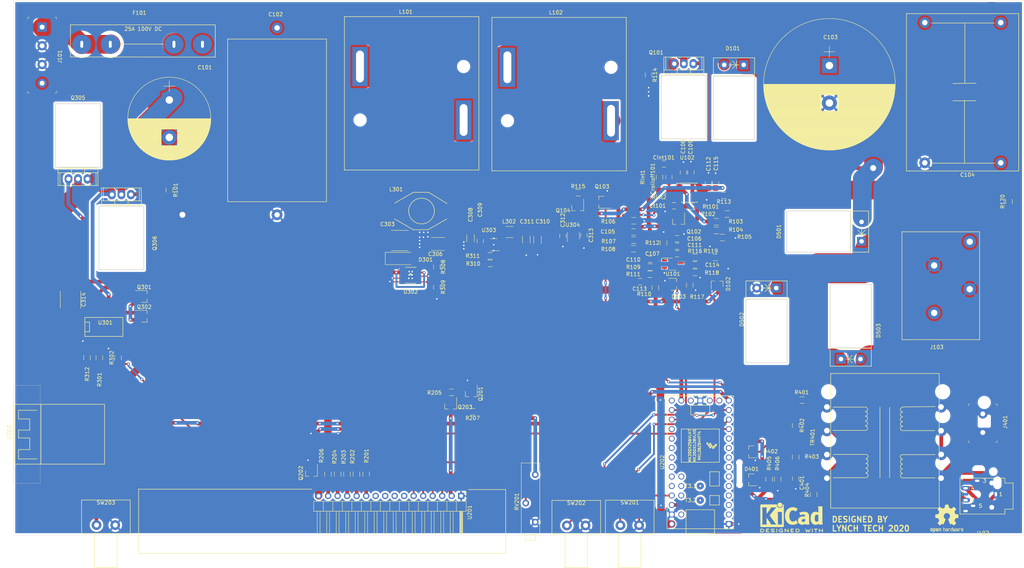
<source format=kicad_pcb>
(kicad_pcb (version 20171130) (host pcbnew 5.1.6-c6e7f7d~87~ubuntu18.04.1)
  (layers (0 F.Cu signal) (31 B.Cu signal) (34 B.Paste user) (35 F.Paste user) (36 B.SilkS user) (37 F.SilkS user) (38 B.Mask user) (39 F.Mask user) (44 Edge.Cuts user))
  (net 0 "")
  (net 1 "Net-(C101-Pad2)")
  (net 2 Vin)
  (net 3 0)
  (net 4 Vboost_out)
  (net 5 "Net-(C104-Pad3)")
  (net 6 "Net-(C105-Pad1)")
  (net 7 "Net-(C105-Pad2)")
  (net 8 UCC_5V_REF)
  (net 9 "Net-(C110-Pad2)")
  (net 10 "Net-(C110-Pad1)")
  (net 11 "Net-(C112-Pad1)")
  (net 12 "Net-(C113-Pad1)")
  (net 13 "Net-(C113-Pad2)")
  (net 14 "Net-(C114-Pad1)")
  (net 15 Avg_Current)
  (net 16 +11V)
  (net 17 +5V)
  (net 18 +3.0V)
  (net 19 "Net-(C314-Pad1)")
  (net 20 "Net-(C314-Pad2)")
  (net 21 "Net-(C401-Pad1)")
  (net 22 "Net-(Cint101-Pad1)")
  (net 23 "Net-(Cint101-Pad2)")
  (net 24 Voltage)
  (net 25 "Net-(Ct101-Pad1)")
  (net 26 "Net-(D101-Pad2)")
  (net 27 "Net-(D301-Pad2)")
  (net 28 "Net-(D301-Pad1)")
  (net 29 Mains_Current)
  (net 30 Mains_Voltage)
  (net 31 /Sheet5F4EB1AB/Vout)
  (net 32 /Sheet5F4EB1AB/Vsolar_in)
  (net 33 "Net-(F101-Pad1)")
  (net 34 ChargerConnection)
  (net 35 "Net-(J401-Pad1)")
  (net 36 "Net-(J401-Pad2)")
  (net 37 "Net-(L101-Pad1)")
  (net 38 "Net-(L302-Pad2)")
  (net 39 "Net-(Q101-Pad1)")
  (net 40 "Net-(Q103-Pad3)")
  (net 41 /Teensy-LC/BOOST_ON_OFF)
  (net 42 "Net-(Q201-Pad3)")
  (net 43 LCD_ON_OFF)
  (net 44 "Net-(Q202-Pad3)")
  (net 45 "Net-(Q203-Pad3)")
  (net 46 "Net-(Q301-Pad1)")
  (net 47 "Net-(Q301-Pad2)")
  (net 48 "Net-(R102-Pad2)")
  (net 49 "Net-(R104-Pad2)")
  (net 50 "Net-(R107-Pad2)")
  (net 51 "Net-(R110-Pad2)")
  (net 52 DAC)
  (net 53 "Net-(R113-Pad2)")
  (net 54 "Net-(R117-Pad2)")
  (net 55 "Net-(R201-Pad2)")
  (net 56 "Net-(R202-Pad2)")
  (net 57 "Net-(R203-Pad2)")
  (net 58 "Net-(R204-Pad2)")
  (net 59 "Net-(R206-Pad1)")
  (net 60 "Net-(R207-Pad1)")
  (net 61 "Net-(R301-Pad2)")
  (net 62 /PowerSupplies/CHARGER_ON_OFF)
  (net 63 "Net-(R302-Pad2)")
  (net 64 "Net-(R308-Pad2)")
  (net 65 "Net-(R310-Pad2)")
  (net 66 "Net-(R401-Pad1)")
  (net 67 "Net-(R402-Pad2)")
  (net 68 +3.3V_TEENSY_OUT)
  (net 69 "Net-(Rint1-Pad2)")
  (net 70 "Net-(RV201-Pad2)")
  (net 71 "Net-(SW201-Pad1)")
  (net 72 "Net-(SW202-Pad1)")
  (net 73 "Net-(SW203-Pad1)")
  (net 74 "Net-(TR401-Pad2)")
  (net 75 "Net-(U201-Pad10)")
  (net 76 "Net-(U201-Pad9)")
  (net 77 "Net-(U201-Pad8)")
  (net 78 "Net-(U201-Pad7)")
  (net 79 "Net-(U202-Pad18)")
  (net 80 "Net-(U202-Pad20)")
  (net 81 "Net-(U202-Pad16)")
  (net 82 "Net-(U202-Pad15)")
  (net 83 "Net-(U202-Pad29)")
  (net 84 "Net-(U202-Pad34)")
  (net 85 "Net-(U202-Pad35)")
  (net 86 "Net-(U302-Pad5)")
  (net 87 "Net-(U302-Pad10)")
  (net 88 "Net-(U302-Pad11)")
  (net 89 "Net-(U303-Pad1)")
  (net 90 /Teensy-LC/LCD_RS)
  (net 91 /Teensy-LC/LCD_RW)
  (net 92 /Teensy-LC/LCD_EN)
  (net 93 "Net-(U202-Pad2)")
  (net 94 "Net-(U202-Pad4)")
  (net 95 "Net-(U202-Pad5)")
  (net 96 /Teensy-LC/LCD_DB4)
  (net 97 /Teensy-LC/LCD_DB5)
  (net 98 /Teensy-LC/LCD_DB6)
  (net 99 /Teensy-LC/LCD_DB7)
  (net 100 "Net-(SW201-Pad2)")
  (net 101 "Net-(U202-Pad9)")
  (net 102 "Net-(U202-Pad10)")
  (net 103 "Net-(U202-Pad12)")
  (net 104 "Net-(U202-Pad3)")
  (net 105 "Net-(U203-Pad1)")
  (net 106 "Net-(U203-Pad2)")
  (net 107 "Net-(U203-Pad3)")
  (net 108 "Net-(U203-Pad4)")
  (net 109 "Net-(U203-Pad5)")
  (net 110 "Net-(U203-Pad6)")
  (net 111 "Net-(U203-Pad7)")
  (net 112 "Net-(U203-Pad8)")
  (net 113 "Net-(U203-Pad15)")
  (net 114 "Net-(U203-Pad16)")
  (net 115 "Net-(U203-Pad17)")
  (net 116 "Net-(U203-Pad18)")
  (net 117 "Net-(U203-Pad19)")
  (net 118 "Net-(U203-Pad20)")
  (net 119 "Net-(U203-Pad9)")
  (net 120 "Net-(U203-Pad10)")
  (net 121 "Net-(U203-Pad11)")
  (net 122 "Net-(U203-Pad12)")
  (net 123 "Net-(U203-Pad13)")
  (net 124 "Net-(U203-Pad14)")
  (module Symbols:OSHW-Logo2_9.8x8mm_SilkScreen (layer F.Cu) (at 262.5 153.15)
    (fp_text reference REF*** hide)
    (fp_text value OSHW-Logo2_9.8x8mm_SilkScreen hide)
  )
  (module Symbols:KiCad-Logo2_8mm_SilkScreen (layer F.Cu) (at 221 152.85)
    (fp_text reference REF*** hide)
    (fp_text value KiCad-Logo2_8mm_SilkScreen hide)
  )
  (module Housings_SOIC:SOIC-8_3.9x4.9mm_Pitch1.27mm (layer F.Cu) (at 193.7 66)
    (fp_text reference U102 (at -0.6 -9.4) (layer F.SilkS))
    (fp_text value UCC2800DTR hide)
    (pad 1 smd rect (at -2.7 -1.905) (size 1.55 0.6) (layers F.Cu F.Paste F.Mask) (net 22 "Net-(Cint101-Pad1)"))
    (pad 2 smd rect (at -2.7 -0.635) (size 1.55 0.6) (layers F.Cu F.Paste F.Mask) (net 24 Voltage))
    (pad 3 smd rect (at -2.7 0.635) (size 1.55 0.6) (layers F.Cu F.Paste F.Mask) (net 50 "Net-(R107-Pad2)"))
    (pad 4 smd rect (at -2.7 1.905) (size 1.55 0.6) (layers F.Cu F.Paste F.Mask) (net 25 "Net-(Ct101-Pad1)"))
    (pad 5 smd rect (at 2.7 1.905) (size 1.55 0.6) (layers F.Cu F.Paste F.Mask) (net 3 0))
    (pad 6 smd rect (at 2.7 0.635) (size 1.55 0.6) (layers F.Cu F.Paste F.Mask) (net 53 "Net-(R113-Pad2)"))
    (pad 7 smd rect (at 2.7 -0.635) (size 1.55 0.6) (layers F.Cu F.Paste F.Mask) (net 11 "Net-(C112-Pad1)"))
    (pad 8 smd rect (at 2.7 -1.905) (size 1.55 0.6) (layers F.Cu F.Paste F.Mask) (net 8 UCC_5V_REF))
  )
  (module Capacitors_ThroughHole:CP_Radial_D22.0mm_P10.00mm_SnapIn (layer F.Cu) (at 54.7 41.2 270)
    (fp_text reference C101 (at -8.7 -9.5 180) (layer F.SilkS))
    (fp_text value "220uF 200V 905 mOhm")
    (pad 1 thru_hole rect (at 0 0 270) (size 4 4) (drill 2) (layers *.Cu *.Mask) (net 2 Vin))
    (pad 2 thru_hole circle (at 10 0 270) (size 4 4) (drill 2) (layers *.Cu *.Mask) (net 1 "Net-(C101-Pad2)"))
  )
  (module Capacitors_ThroughHole_jl:C_Axial_44mm_24.5mm_P50mm (layer F.Cu) (at 83.5 21.9 270)
    (fp_text reference C102 (at -3.6 0.4 180) (layer F.SilkS))
    (fp_text value "15uF 250VDC 3.9mOhm")
    (pad 2 thru_hole circle (at 50 0 270) (size 2.9 2.9) (drill 1.45) (layers *.Cu *.Mask) (net 3 0))
    (pad 1 thru_hole circle (at 0 0 270) (size 2.9 2.9) (drill 1.45) (layers *.Cu *.Mask) (net 2 Vin))
  )
  (module Capacitors_ThroughHole:CP_Radial_D35.0mm_P10.00mm_SnapIn (layer F.Cu) (at 231.1 32 270)
    (fp_text reference C103 (at -7.6 -0.3 180) (layer F.SilkS))
    (fp_text value "470uF 400V 130mOhm")
    (pad 1 thru_hole rect (at 0 0 270) (size 4 4) (drill 2) (layers *.Cu *.Mask) (net 4 Vboost_out))
    (pad 2 thru_hole circle (at 10 0 270) (size 4 4) (drill 2) (layers *.Cu *.Mask) (net 3 0))
  )
  (module Capacitors_ThroughHole_jl:C_RECT_4PIN_L42mm_W30mm_P37.5mm_P20.3mm (layer F.Cu) (at 256.6 20.5 270)
    (fp_text reference C104 (at 40.7 -11.4 180) (layer F.SilkS))
    (fp_text value "70uF 500V 2.1mOhm PP film")
    (pad 4 thru_hole circle (at 0 -20.3 270) (size 2.9 2.9) (drill 1.45) (layers *.Cu *.Mask) (net 4 Vboost_out))
    (pad 3 thru_hole circle (at 37.5 -20.3 270) (size 2.9 2.9) (drill 1.45) (layers *.Cu *.Mask) (net 5 "Net-(C104-Pad3)"))
    (pad 2 thru_hole circle (at 37.5 0 270) (size 2.9 2.9) (drill 1.45) (layers *.Cu *.Mask) (net 3 0))
    (pad 1 thru_hole circle (at 0 0 270) (size 2.9 2.9) (drill 1.45) (layers *.Cu *.Mask) (net 4 Vboost_out))
  )
  (module Capacitors_SMD:C_0805_HandSoldering (layer F.Cu) (at 178.75 76.5)
    (fp_text reference C105 (at -6.85 -0.1) (layer F.SilkS))
    (fp_text value "100 pF" hide)
    (pad 1 smd rect (at -1.25 0) (size 1.5 1.25) (layers F.Cu F.Paste F.Mask) (net 6 "Net-(C105-Pad1)"))
    (pad 2 smd rect (at 1.25 0) (size 1.5 1.25) (layers F.Cu F.Paste F.Mask) (net 7 "Net-(C105-Pad2)"))
  )
  (module Capacitors_SMD:C_0805_HandSoldering (layer F.Cu) (at 190.4 78.3)
    (fp_text reference C106 (at 4.6 0) (layer F.SilkS))
    (fp_text value "1uF 25V X7R" hide)
    (pad 1 smd rect (at -1.25 0) (size 1.5 1.25) (layers F.Cu F.Paste F.Mask) (net 8 UCC_5V_REF))
    (pad 2 smd rect (at 1.25 0) (size 1.5 1.25) (layers F.Cu F.Paste F.Mask) (net 3 0))
  )
  (module Capacitors_SMD:C_0805_HandSoldering (layer F.Cu) (at 190.4 82.3)
    (fp_text reference C107 (at -6.6 0) (layer F.SilkS))
    (fp_text value "0.1uF mlcc" hide)
    (pad 1 smd rect (at -1.25 0) (size 1.5 1.25) (layers F.Cu F.Paste F.Mask) (net 8 UCC_5V_REF))
    (pad 2 smd rect (at 1.25 0) (size 1.5 1.25) (layers F.Cu F.Paste F.Mask) (net 3 0))
  )
  (module Capacitors_SMD:C_0805_HandSoldering (layer F.Cu) (at 192.1 60.6 90)
    (fp_text reference C108 (at 6.9 -0.1 90) (layer F.SilkS))
    (fp_text value "1uF 16V X7R" hide)
    (pad 1 smd rect (at -1.25 0 90) (size 1.5 1.25) (layers F.Cu F.Paste F.Mask) (net 8 UCC_5V_REF))
    (pad 2 smd rect (at 1.25 0 90) (size 1.5 1.25) (layers F.Cu F.Paste F.Mask) (net 3 0))
  )
  (module Capacitors_SMD:C_0805_HandSoldering (layer F.Cu) (at 194.1 60.6 90)
    (fp_text reference C109 (at 6.8 -0.1 90) (layer F.SilkS))
    (fp_text value "C 0.1uF mlcc" hide)
    (pad 1 smd rect (at -1.25 0 90) (size 1.5 1.25) (layers F.Cu F.Paste F.Mask) (net 8 UCC_5V_REF))
    (pad 2 smd rect (at 1.25 0 90) (size 1.5 1.25) (layers F.Cu F.Paste F.Mask) (net 3 0))
  )
  (module Capacitors_SMD:C_0805_HandSoldering (layer F.Cu) (at 183.2 83.8 180)
    (fp_text reference C110 (at 4.5 -0.1) (layer F.SilkS))
    (fp_text value "6 pF" hide)
    (pad 1 smd rect (at -1.25 0 180) (size 1.5 1.25) (layers F.Cu F.Paste F.Mask) (net 10 "Net-(C110-Pad1)"))
    (pad 2 smd rect (at 1.25 0 180) (size 1.5 1.25) (layers F.Cu F.Paste F.Mask) (net 9 "Net-(C110-Pad2)"))
  )
  (module Capacitors_SMD:C_0805_HandSoldering (layer F.Cu) (at 190.4 80.3)
    (fp_text reference C111 (at 4.7 -0.3) (layer F.SilkS))
    (fp_text value "1uF 25V X7R" hide)
    (pad 1 smd rect (at -1.25 0) (size 1.5 1.25) (layers F.Cu F.Paste F.Mask) (net 8 UCC_5V_REF))
    (pad 2 smd rect (at 1.25 0) (size 1.5 1.25) (layers F.Cu F.Paste F.Mask) (net 3 0))
  )
  (module Capacitors_SMD:C_0805_HandSoldering (layer F.Cu) (at 198.8 63.5 90)
    (fp_text reference C112 (at 5.2 0 90) (layer F.SilkS))
    (fp_text value "0.1uF mlcc" hide)
    (pad 1 smd rect (at -1.25 0 90) (size 1.5 1.25) (layers F.Cu F.Paste F.Mask) (net 11 "Net-(C112-Pad1)"))
    (pad 2 smd rect (at 1.25 0 90) (size 1.5 1.25) (layers F.Cu F.Paste F.Mask) (net 3 0))
  )
  (module Capacitors_SMD:C_0805_HandSoldering (layer F.Cu) (at 180.5 89.8)
    (fp_text reference C113 (at -0.1 1.9) (layer F.SilkS))
    (fp_text value "1 nF" hide)
    (pad 1 smd rect (at -1.25 0) (size 1.5 1.25) (layers F.Cu F.Paste F.Mask) (net 12 "Net-(C113-Pad1)"))
    (pad 2 smd rect (at 1.25 0) (size 1.5 1.25) (layers F.Cu F.Paste F.Mask) (net 13 "Net-(C113-Pad2)"))
  )
  (module Capacitors_SMD:C_0805_HandSoldering (layer F.Cu) (at 195.2 85.3 180)
    (fp_text reference C114 (at -4.6 0) (layer F.SilkS))
    (fp_text value "1 uF" hide)
    (pad 1 smd rect (at -1.25 0 180) (size 1.5 1.25) (layers F.Cu F.Paste F.Mask) (net 14 "Net-(C114-Pad1)"))
    (pad 2 smd rect (at 1.25 0 180) (size 1.5 1.25) (layers F.Cu F.Paste F.Mask) (net 15 Avg_Current))
  )
  (module Capacitors_SMD:C_0805_HandSoldering (layer F.Cu) (at 200.7 63.5 90)
    (fp_text reference C115 (at 5.3 0.1 90) (layer F.SilkS))
    (fp_text value "1uF 25V X7R" hide)
    (pad 1 smd rect (at -1.25 0 90) (size 1.5 1.25) (layers F.Cu F.Paste F.Mask) (net 11 "Net-(C112-Pad1)"))
    (pad 2 smd rect (at 1.25 0 90) (size 1.5 1.25) (layers F.Cu F.Paste F.Mask) (net 3 0))
  )
  (module Capacitors_SMD:C_2220_HandSoldering (layer F.Cu) (at 116.3 78.8)
    (fp_text reference C303 (at -3.3 -4.4) (layer F.SilkS))
    (fp_text value "1uF 250V x7r" hide)
    (pad 1 smd rect (at -3.5 0) (size 2.4 5) (layers F.Cu F.Paste F.Mask) (net 2 Vin))
    (pad 2 smd rect (at 3.5 0) (size 2.4 5) (layers F.Cu F.Paste F.Mask) (net 3 0))
  )
  (module Capacitors_SMD:C_1812_HandSoldering (layer F.Cu) (at 126.5 79.7 180)
    (fp_text reference C306 (at 0.7 -2.7) (layer F.SilkS))
    (fp_text value "33uF X7R 16V" hide)
    (pad 1 smd rect (at -2.9 0 180) (size 2.2 3) (layers F.Cu F.Paste F.Mask) (net 16 +11V))
    (pad 2 smd rect (at 2.9 0 180) (size 2.2 3) (layers F.Cu F.Paste F.Mask) (net 3 0))
  )
  (module Capacitors_SMD:C_1206_HandSoldering (layer F.Cu) (at 135.2 78.2 270)
    (fp_text reference C308 (at -6.3 0 270) (layer F.SilkS))
    (fp_text value "10uF 16V X7R" hide)
    (pad 1 smd rect (at -2 0 270) (size 2 1.6) (layers F.Cu F.Paste F.Mask) (net 16 +11V))
    (pad 2 smd rect (at 2 0 270) (size 2 1.6) (layers F.Cu F.Paste F.Mask) (net 3 0))
  )
  (module Capacitors_SMD:C_0805_HandSoldering (layer F.Cu) (at 137.8 78.95 270)
    (fp_text reference C309 (at -8.35 0.05 270) (layer F.SilkS))
    (fp_text value "0.1uF 16V X7R" hide)
    (pad 1 smd rect (at -1.25 0 270) (size 1.5 1.25) (layers F.Cu F.Paste F.Mask) (net 16 +11V))
    (pad 2 smd rect (at 1.25 0 270) (size 1.5 1.25) (layers F.Cu F.Paste F.Mask) (net 3 0))
  )
  (module Capacitors_SMD:C_1206_HandSoldering (layer F.Cu) (at 153.1 78.6 270)
    (fp_text reference C310 (at -4.9 -1.4 180) (layer F.SilkS))
    (fp_text value "10uF X7R 16V" hide)
    (pad 1 smd rect (at -2 0 270) (size 2 1.6) (layers F.Cu F.Paste F.Mask) (net 17 +5V))
    (pad 2 smd rect (at 2 0 270) (size 2 1.6) (layers F.Cu F.Paste F.Mask) (net 3 0))
  )
  (module Capacitors_SMD:C_1206_HandSoldering (layer F.Cu) (at 150.1 78.5 270)
    (fp_text reference C311 (at -4.8 -0.2 180) (layer F.SilkS))
    (fp_text value "10uF X7R 16V" hide)
    (pad 1 smd rect (at -2 0 270) (size 2 1.6) (layers F.Cu F.Paste F.Mask) (net 17 +5V))
    (pad 2 smd rect (at 2 0 270) (size 2 1.6) (layers F.Cu F.Paste F.Mask) (net 3 0))
  )
  (module Capacitors_SMD:C_0805_HandSoldering (layer F.Cu) (at 159.9 77.55 270)
    (fp_text reference C312 (at -4.2 0.05 270) (layer F.SilkS))
    (fp_text value "0.1 uF 16V X7R" hide)
    (pad 1 smd rect (at -1.25 0 270) (size 1.5 1.25) (layers F.Cu F.Paste F.Mask) (net 17 +5V))
    (pad 2 smd rect (at 1.25 0 270) (size 1.5 1.25) (layers F.Cu F.Paste F.Mask) (net 3 0))
  )
  (module Capacitors_SMD:C_0805_HandSoldering (layer F.Cu) (at 165.5 77.35 270)
    (fp_text reference C313 (at 0.05 -1.9 90) (layer F.SilkS))
    (fp_text value "1 uF 25V X7R" hide)
    (pad 1 smd rect (at -1.25 0 270) (size 1.5 1.25) (layers F.Cu F.Paste F.Mask) (net 18 +3.0V))
    (pad 2 smd rect (at 1.25 0 270) (size 1.5 1.25) (layers F.Cu F.Paste F.Mask) (net 3 0))
  )
  (module Capacitors_SMD:C_2220_HandSoldering (layer F.Cu) (at 28.3 94.6 270)
    (fp_text reference C314 (at 0 -3.5 90) (layer F.SilkS))
    (fp_text value "1uF 250V X7R" hide)
    (pad 1 smd rect (at -3.5 0 270) (size 2.4 5) (layers F.Cu F.Paste F.Mask) (net 19 "Net-(C314-Pad1)"))
    (pad 2 smd rect (at 3.5 0 270) (size 2.4 5) (layers F.Cu F.Paste F.Mask) (net 20 "Net-(C314-Pad2)"))
  )
  (module Capacitors_SMD:C_0805_HandSoldering (layer F.Cu) (at 222.1 142.45 270)
    (fp_text reference C401 (at 1.15 -1.65 90) (layer F.SilkS))
    (fp_text value C_Small hide)
    (pad 1 smd rect (at -1.25 0 270) (size 1.5 1.25) (layers F.Cu F.Paste F.Mask) (net 21 "Net-(C401-Pad1)"))
    (pad 2 smd rect (at 1.25 0 270) (size 1.5 1.25) (layers F.Cu F.Paste F.Mask) (net 3 0))
  )
  (module Capacitors_SMD:C_0805_HandSoldering (layer F.Cu) (at 186.85 58.3 180)
    (fp_text reference Cint101 (at 0 1.7 180) (layer F.SilkS))
    (fp_text value "0.56uF 10% 16V mlcc" hide)
    (pad 1 smd rect (at -1.25 0 180) (size 1.5 1.25) (layers F.Cu F.Paste F.Mask) (net 22 "Net-(Cint101-Pad1)"))
    (pad 2 smd rect (at 1.25 0 180) (size 1.5 1.25) (layers F.Cu F.Paste F.Mask) (net 23 "Net-(Cint101-Pad2)"))
  )
  (module Capacitors_SMD:C_0805_HandSoldering (layer F.Cu) (at 188.2 61.85 270)
    (fp_text reference Crolloff101 (at 0.4 4.3 90) (layer F.SilkS))
    (fp_text value "68 pF 5% C0G mlcc" hide)
    (pad 1 smd rect (at -1.25 0 270) (size 1.5 1.25) (layers F.Cu F.Paste F.Mask) (net 22 "Net-(Cint101-Pad1)"))
    (pad 2 smd rect (at 1.25 0 270) (size 1.5 1.25) (layers F.Cu F.Paste F.Mask) (net 24 Voltage))
  )
  (module Capacitors_SMD:C_0805_HandSoldering (layer F.Cu) (at 189.6 69.5 180)
    (fp_text reference Ct101 (at 4.4 0) (layer F.SilkS))
    (fp_text value "200pF 2% C0G mlcc" hide)
    (pad 1 smd rect (at -1.25 0 180) (size 1.5 1.25) (layers F.Cu F.Paste F.Mask) (net 25 "Net-(Ct101-Pad1)"))
    (pad 2 smd rect (at 1.25 0 180) (size 1.5 1.25) (layers F.Cu F.Paste F.Mask) (net 3 0))
  )
  (module Diodes_ThroughHole_jl:Diode_TO_220AC_Horizonal (layer F.Cu) (at 208.2 31.8 180)
    (fp_text reference D101 (at 2.9 4.4) (layer F.SilkS))
    (fp_text value "8A 200V 0.950V fwd")
    (fp_line (start -2.9 -3) (end -2.9 -20) (layer Edge.Cuts) (width 0.15))
    (fp_line (start -2.9 -20) (end 8.1 -20) (layer Edge.Cuts) (width 0.15))
    (fp_line (start 8.1 -20) (end 8.1 -3) (layer Edge.Cuts) (width 0.15))
    (fp_line (start 8.1 -3) (end -2.9 -3) (layer Edge.Cuts) (width 0.15))
    (pad 2 thru_hole circle (at 5.2 0 180) (size 2.4 2.4) (drill 1.2) (layers *.Cu *.Mask) (net 26 "Net-(D101-Pad2)"))
    (pad 1 thru_hole rect (at 0 0 180) (size 2.4 2.4) (drill 1.2) (layers *.Cu *.Mask) (net 4 Vboost_out))
  )
  (module Package_TO_SOT_SMD:SOT-23 (layer F.Cu) (at 201.1 90.4 90)
    (fp_text reference D102 (at 0 2.95 90) (layer F.SilkS))
    (fp_text value BAV54S hide)
    (pad 3 smd rect (at 1 0 90) (size 0.9 0.8) (layers F.Cu F.Paste F.Mask) (net 24 Voltage))
    (pad 2 smd rect (at -1 0.95 90) (size 0.9 0.8) (layers F.Cu F.Paste F.Mask) (net 18 +3.0V))
    (pad 1 smd rect (at -1 -0.95 90) (size 0.9 0.8) (layers F.Cu F.Paste F.Mask) (net 3 0))
  )
  (module Package_TO_SOT_SMD:SOT-23 (layer F.Cu) (at 189.5 90.5)
    (fp_text reference D103 (at 1.3 3.3) (layer F.SilkS))
    (fp_text value BAV54S hide)
    (pad 3 smd rect (at 1 0) (size 0.9 0.8) (layers F.Cu F.Paste F.Mask) (net 15 Avg_Current))
    (pad 2 smd rect (at -1 0.95) (size 0.9 0.8) (layers F.Cu F.Paste F.Mask) (net 18 +3.0V))
    (pad 1 smd rect (at -1 -0.95) (size 0.9 0.8) (layers F.Cu F.Paste F.Mask) (net 3 0))
  )
  (module Diodes_SMD:D_SMA_Handsoldering (layer F.Cu) (at 116.8 83.6)
    (fp_text reference D301 (at 6.4 0.3) (layer F.SilkS))
    (fp_text value "1A 150V 0.7V SMA" hide)
    (pad 1 smd rect (at -2.5 0) (size 3.5 1.8) (layers F.Cu F.Paste F.Mask) (net 28 "Net-(D301-Pad1)"))
    (pad 2 smd rect (at 2.5 0) (size 3.5 1.8) (layers F.Cu F.Paste F.Mask) (net 27 "Net-(D301-Pad2)"))
  )
  (module Package_TO_SOT_SMD:SOT-23 (layer F.Cu) (at 210.3 142.8 180)
    (fp_text reference D401 (at 0 2.9) (layer F.SilkS))
    (fp_text value BAV54S hide)
    (pad 3 smd rect (at 1 0 180) (size 0.9 0.8) (layers F.Cu F.Paste F.Mask) (net 29 Mains_Current))
    (pad 2 smd rect (at -1 0.95 180) (size 0.9 0.8) (layers F.Cu F.Paste F.Mask) (net 18 +3.0V))
    (pad 1 smd rect (at -1 -0.95 180) (size 0.9 0.8) (layers F.Cu F.Paste F.Mask) (net 3 0))
  )
  (module Package_TO_SOT_SMD:SOT-23 (layer F.Cu) (at 210.3 135.3 180)
    (fp_text reference D402 (at -5.1 0.1) (layer F.SilkS))
    (fp_text value BAV54S hide)
    (pad 3 smd rect (at 1 0 180) (size 0.9 0.8) (layers F.Cu F.Paste F.Mask) (net 30 Mains_Voltage))
    (pad 2 smd rect (at -1 0.95 180) (size 0.9 0.8) (layers F.Cu F.Paste F.Mask) (net 18 +3.0V))
    (pad 1 smd rect (at -1 -0.95 180) (size 0.9 0.8) (layers F.Cu F.Paste F.Mask) (net 3 0))
  )
  (module Diodes_ThroughHole_jl:Diode_TO_220AC_Horizonal (layer F.Cu) (at 239.7 79 90)
    (fp_text reference D501 (at 2.6 -22.1 90) (layer F.SilkS))
    (fp_text value "VS-20ETS12-M3 1200V 1V fwd@10A" hide)
    (fp_line (start -2.9 -3) (end -2.9 -20) (layer Edge.Cuts) (width 0.15))
    (fp_line (start -2.9 -20) (end 8.1 -20) (layer Edge.Cuts) (width 0.15))
    (fp_line (start 8.1 -20) (end 8.1 -3) (layer Edge.Cuts) (width 0.15))
    (fp_line (start 8.1 -3) (end -2.9 -3) (layer Edge.Cuts) (width 0.15))
    (pad 2 thru_hole circle (at 5.2 0 90) (size 2.4 2.4) (drill 1.2) (layers *.Cu *.Mask) (net 4 Vboost_out))
    (pad 1 thru_hole rect (at 0 0 90) (size 2.4 2.4) (drill 1.2) (layers *.Cu *.Mask) (net 31 /Sheet5F4EB1AB/Vout))
  )
  (module Diodes_ThroughHole_jl:Diode_TO_220AC_Horizonal (layer F.Cu) (at 216.9 91.5 180)
    (fp_text reference D502 (at 9.2 -8.4 270) (layer F.SilkS))
    (fp_text value "VS-20ETS12-M3 1200V 1V fwd@10A" hide)
    (fp_line (start -2.9 -3) (end -2.9 -20) (layer Edge.Cuts) (width 0.15))
    (fp_line (start -2.9 -20) (end 8.1 -20) (layer Edge.Cuts) (width 0.15))
    (fp_line (start 8.1 -20) (end 8.1 -3) (layer Edge.Cuts) (width 0.15))
    (fp_line (start 8.1 -3) (end -2.9 -3) (layer Edge.Cuts) (width 0.15))
    (pad 2 thru_hole circle (at 5.2 0 180) (size 2.4 2.4) (drill 1.2) (layers *.Cu *.Mask) (net 3 0))
    (pad 1 thru_hole rect (at 0 0 180) (size 2.4 2.4) (drill 1.2) (layers *.Cu *.Mask) (net 31 /Sheet5F4EB1AB/Vout))
  )
  (module Diodes_ThroughHole_jl:Diode_TO_220AC_Horizonal (layer F.Cu) (at 234.2 110.5)
    (fp_text reference D503 (at 10 -7.6 270) (layer F.SilkS))
    (fp_text value "VS-20ETS12-M3 1200V 1V fwd@10A" hide)
    (fp_line (start -2.9 -3) (end -2.9 -20) (layer Edge.Cuts) (width 0.15))
    (fp_line (start -2.9 -20) (end 8.1 -20) (layer Edge.Cuts) (width 0.15))
    (fp_line (start 8.1 -20) (end 8.1 -3) (layer Edge.Cuts) (width 0.15))
    (fp_line (start 8.1 -3) (end -2.9 -3) (layer Edge.Cuts) (width 0.15))
    (pad 2 thru_hole circle (at 5.2 0) (size 2.4 2.4) (drill 1.2) (layers *.Cu *.Mask) (net 32 /Sheet5F4EB1AB/Vsolar_in))
    (pad 1 thru_hole rect (at 0 0) (size 2.4 2.4) (drill 1.2) (layers *.Cu *.Mask) (net 31 /Sheet5F4EB1AB/Vout))
  )
  (module Connect_jl:BellFuse_6.3mmX32mm_FC_102-22 (layer F.Cu) (at 31.3 26.3)
    (fp_text reference F101 (at 15.4 -8.4) (layer F.SilkS))
    (fp_text value "fuse 25A 100V DC")
    (fp_text user "25A 100V DC" (at 16.4084 -4.1148) (layer F.SilkS))
    (pad 2 thru_hole circle (at 24.638 0) (size 5.08 5.08) (drill oval 0.762 1.905) (layers *.Cu *.Mask) (net 2 Vin))
    (pad 2 thru_hole circle (at 32.258 0) (size 5.08 5.08) (drill oval 0.762 1.905) (layers *.Cu *.Mask) (net 2 Vin))
    (pad 1 thru_hole circle (at 7.62 0) (size 5.08 5.08) (drill oval 0.762 1.905) (layers *.Cu *.Mask) (net 33 "Net-(F101-Pad1)"))
    (pad 1 thru_hole circle (at 0 0) (size 5.08 5.08) (drill oval 0.762 1.905) (layers *.Cu *.Mask) (net 33 "Net-(F101-Pad1)"))
  )
  (module digikey-footprints:Term_Block_1x4_P5mm (layer F.Cu) (at 20.7 21.7 270)
    (fp_text reference J101 (at 7.9 -4.75 90) (layer F.SilkS))
    (fp_text value "Battery Connection")
    (pad 4 thru_hole circle (at 15 0 270) (size 2.5 2.5) (drill 1.3) (layers *.Cu *.Mask) (net 34 ChargerConnection))
    (pad 3 thru_hole circle (at 10 0 270) (size 2.5 2.5) (drill 1.3) (layers *.Cu *.Mask) (net 3 0))
    (pad 2 thru_hole circle (at 5 0 270) (size 2.5 2.5) (drill 1.3) (layers *.Cu *.Mask) (net 3 0))
    (pad 1 thru_hole rect (at 0 0 270) (size 2.5 2.5) (drill 1.3) (layers *.Cu *.Mask) (net 33 "Net-(F101-Pad1)"))
  )
  (module Connect_jl:TerminalBlock_4way_P6.35mm_P9.5mm_Holes1.7mm (layer F.Cu) (at 268.6 79.1 270)
    (fp_text reference J103 (at 28.2 8.8 180) (layer F.SilkS))
    (fp_text value "Solar Panels")
    (pad 4 thru_hole circle (at 19.05 9.5 270) (size 3.4 3.4) (drill 1.7) (layers *.Cu *.Mask) (net 32 /Sheet5F4EB1AB/Vsolar_in))
    (pad 3 thru_hole circle (at 12.7 0 270) (size 3.4 3.4) (drill 1.7) (layers *.Cu *.Mask) (net 3 0))
    (pad 2 thru_hole circle (at 6.35 9.5 270) (size 3.4 3.4) (drill 1.7) (layers *.Cu *.Mask) (net 3 0))
    (pad 1 thru_hole circle (at 0 0 270) (size 3.4 3.4) (drill 1.7) (layers *.Cu *.Mask) (net 31 /Sheet5F4EB1AB/Vout))
  )
  (module digikey-footprints:Term_Block_1x2_P5mm (layer F.Cu) (at 272.1 130.15 90)
    (fp_text reference J401 (at 2.8 6 90) (layer F.SilkS))
    (fp_text value Screw_Terminal_01x02)
    (pad 2 thru_hole circle (at 5 0 90) (size 2.5 2.5) (drill 1.3) (layers *.Cu *.Mask) (net 36 "Net-(J401-Pad2)"))
    (pad 1 thru_hole rect (at 0 0 90) (size 2.5 2.5) (drill 1.3) (layers *.Cu *.Mask) (net 35 "Net-(J401-Pad1)"))
  )
  (module Connect_jl:Audio_StereoJack_3.5mm_ASJ-99H-R-HT-T (layer F.Cu) (at 274.5 146.65 180)
    (fp_text reference J402 (at 2.5 -10.4) (layer F.SilkS))
    (fp_text value AudioJack2_SwitchT)
    (fp_text user 5 (at 3 -3.1) (layer F.SilkS))
    (fp_text user 4 (at 5.1 1.6) (layer F.SilkS))
    (fp_text user 2 (at 5.1 -1.5) (layer F.SilkS))
    (fp_text user 3 (at 1.9 3.6) (layer F.SilkS))
    (fp_text user 1 (at -2.4 0) (layer F.SilkS))
    (pad RN thru_hole oval (at 5 -3.1 180) (size 2.4 1.2) (drill oval 1.2 0.6) (layers *.Cu *.Mask) (net 21 "Net-(C401-Pad1)"))
    (pad 6 thru_hole oval (at 7 -4.5 180) (size 2.4 1.2) (drill oval 1.2 0.6) (layers *.Cu *.Mask))
    (pad R thru_hole oval (at 7 -1.6 180) (size 2.4 1.2) (drill oval 1.2 0.6) (layers *.Cu *.Mask) (net 29 Mains_Current))
    (pad TN thru_hole oval (at 7 1.6 180) (size 2.4 1.2) (drill oval 1.2 0.6) (layers *.Cu *.Mask) (net 21 "Net-(C401-Pad1)"))
    (pad T thru_hole oval (at 3.9 3.6 180) (size 2.4 1.2) (drill oval 1.2 0.6) (layers *.Cu *.Mask) (net 29 Mains_Current))
    (pad S thru_hole oval (at -1.1 0 180) (size 1.2 2.4) (drill oval 0.6 1.2) (layers *.Cu *.Mask) (net 21 "Net-(C401-Pad1)"))
    (pad "" np_thru_hole circle (at 0 3 180) (size 1.3 1.3) (drill 1.3) (layers *.Cu *.Mask))
    (pad "" np_thru_hole circle (at 0 -3.5 180) (size 1.3 1.3) (drill 1.3) (layers *.Cu *.Mask))
  )
  (module Inductors_jl:Inductor_Wurth_7443763540470 (layer F.Cu) (at 119.5 39.4 90)
    (fp_text reference L101 (at 21.8 -1.6 180) (layer F.SilkS))
    (fp_text value "47uH  31A Sat 6.38m Ohm")
    (pad 1 thru_hole rect (at -7.15 13.85 90) (size 10.5 4.1) (drill oval 8.5 2.1) (layers *.Cu *.Mask) (net 37 "Net-(L101-Pad1)"))
    (pad 2 thru_hole rect (at 7.15 -13.85 90) (size 10.5 4.1) (drill oval 8.5 2.1) (layers *.Cu *.Mask) (net 2 Vin))
    (pad "" np_thru_hole circle (at 7.15 13.85 90) (size 2.5 2.5) (drill 2.5) (layers *.Cu *.Mask))
    (pad "" np_thru_hole circle (at -7.15 -13.82 90) (size 2.5 2.5) (drill 2.5) (layers *.Cu *.Mask))
  )
  (module Inductors_jl:Inductor_Wurth_7443763540470 (layer F.Cu) (at 158.9 39.6 90)
    (fp_text reference L102 (at 21.8 -0.9 180) (layer F.SilkS))
    (fp_text value "47uH 31A Sat 6.38m Ohm")
    (pad 1 thru_hole rect (at -7.15 13.85 90) (size 10.5 4.1) (drill oval 8.5 2.1) (layers *.Cu *.Mask) (net 26 "Net-(D101-Pad2)"))
    (pad 2 thru_hole rect (at 7.15 -13.85 90) (size 10.5 4.1) (drill oval 8.5 2.1) (layers *.Cu *.Mask) (net 37 "Net-(L101-Pad1)"))
    (pad "" np_thru_hole circle (at 7.15 13.85 90) (size 2.5 2.5) (drill 2.5) (layers *.Cu *.Mask))
    (pad "" np_thru_hole circle (at -7.15 -13.82 90) (size 2.5 2.5) (drill 2.5) (layers *.Cu *.Mask))
  )
  (module Inductors_jl:Inductor_Bourns_PM3308 (layer F.Cu) (at 127.9 70.9 180)
    (fp_text reference L301 (at 12.6 5.8) (layer F.SilkS))
    (fp_text value "150uH 610mA")
    (pad 2 smd rect (at 11.6 0 180) (size 4 4) (layers F.Cu F.Paste F.Mask) (net 28 "Net-(D301-Pad1)"))
    (pad 1 smd rect (at 0 0 180) (size 4 4) (layers F.Cu F.Paste F.Mask) (net 16 +11V))
  )
  (module Inductors_jl:Inductor_1210_HandSoldering (layer F.Cu) (at 145.6 76.5 180)
    (fp_text reference L302 (at 0.1 2.8) (layer F.SilkS))
    (fp_text value "15uH 600mA Sat" hide)
    (pad 1 smd rect (at -2 0 180) (size 2 2.5) (layers F.Cu F.Paste F.Mask) (net 17 +5V))
    (pad 2 smd rect (at 2 0 180) (size 2 2.5) (layers F.Cu F.Paste F.Mask) (net 38 "Net-(L302-Pad2)"))
  )
  (module Package_TO_SOT_SMD:SOT-23_Handsoldering (layer F.Cu) (at 190.8 73.7 270)
    (fp_text reference Q102 (at 2.7 -4.1 180) (layer F.SilkS))
    (fp_text value BC847B-13-F hide)
    (pad 3 smd rect (at 1.5 0 270) (size 1.9 0.8) (layers F.Cu F.Paste F.Mask) (net 8 UCC_5V_REF))
    (pad 2 smd rect (at -1.5 0.95 270) (size 1.9 0.8) (layers F.Cu F.Paste F.Mask) (net 6 "Net-(C105-Pad1)"))
    (pad 1 smd rect (at -1.5 -0.95 270) (size 1.9 0.8) (layers F.Cu F.Paste F.Mask) (net 25 "Net-(Ct101-Pad1)"))
  )
  (module Package_TO_SOT_SMD:SOT-23_Handsoldering (layer F.Cu) (at 170.25 68.55 180)
    (fp_text reference Q103 (at -0.1 4.2) (layer F.SilkS))
    (fp_text value SSM3K329R hide)
    (pad 3 smd rect (at 1.5 0 180) (size 1.9 0.8) (layers F.Cu F.Paste F.Mask) (net 40 "Net-(Q103-Pad3)"))
    (pad 2 smd rect (at -1.5 0.95 180) (size 1.9 0.8) (layers F.Cu F.Paste F.Mask) (net 3 0))
    (pad 1 smd rect (at -1.5 -0.95 180) (size 1.9 0.8) (layers F.Cu F.Paste F.Mask) (net 41 /Teensy-LC/BOOST_ON_OFF))
  )
  (module Package_TO_SOT_SMD:SOT-23_Handsoldering (layer F.Cu) (at 163.85 70.05 270)
    (fp_text reference Q104 (at 0.7 3.9 180) (layer F.SilkS))
    (fp_text value SSM3J334R hide)
    (pad 3 smd rect (at 1.5 0 270) (size 1.9 0.8) (layers F.Cu F.Paste F.Mask) (net 11 "Net-(C112-Pad1)"))
    (pad 2 smd rect (at -1.5 0.95 270) (size 1.9 0.8) (layers F.Cu F.Paste F.Mask) (net 16 +11V))
    (pad 1 smd rect (at -1.5 -0.95 270) (size 1.9 0.8) (layers F.Cu F.Paste F.Mask) (net 40 "Net-(Q103-Pad3)"))
  )
  (module Package_TO_SOT_SMD:SOT-23_Handsoldering (layer F.Cu) (at 135.4 119.8 270)
    (fp_text reference Q201 (at 0 -2.5 90) (layer F.SilkS))
    (fp_text value SSM3K329R hide)
    (pad 3 smd rect (at 1.5 0 270) (size 1.9 0.8) (layers F.Cu F.Paste F.Mask) (net 42 "Net-(Q201-Pad3)"))
    (pad 2 smd rect (at -1.5 0.95 270) (size 1.9 0.8) (layers F.Cu F.Paste F.Mask) (net 3 0))
    (pad 1 smd rect (at -1.5 -0.95 270) (size 1.9 0.8) (layers F.Cu F.Paste F.Mask) (net 43 LCD_ON_OFF))
  )
  (module Package_TO_SOT_SMD:SOT-23_Handsoldering (layer F.Cu) (at 92.7 141.1 270)
    (fp_text reference Q202 (at -0.1 2.85 90) (layer F.SilkS))
    (fp_text value SSM3K329R hide)
    (pad 3 smd rect (at 1.5 0 270) (size 1.9 0.8) (layers F.Cu F.Paste F.Mask) (net 44 "Net-(Q202-Pad3)"))
    (pad 2 smd rect (at -1.5 0.95 270) (size 1.9 0.8) (layers F.Cu F.Paste F.Mask) (net 3 0))
    (pad 1 smd rect (at -1.5 -0.95 270) (size 1.9 0.8) (layers F.Cu F.Paste F.Mask) (net 43 LCD_ON_OFF))
  )
  (module Package_TO_SOT_SMD:SOT-23_Handsoldering (layer F.Cu) (at 129.9 123.1 270)
    (fp_text reference Q203 (at 0.25 -3.85 180) (layer F.SilkS))
    (fp_text value SSM3J334R hide)
    (pad 3 smd rect (at 1.5 0 270) (size 1.9 0.8) (layers F.Cu F.Paste F.Mask) (net 45 "Net-(Q203-Pad3)"))
    (pad 2 smd rect (at -1.5 0.95 270) (size 1.9 0.8) (layers F.Cu F.Paste F.Mask) (net 17 +5V))
    (pad 1 smd rect (at -1.5 -0.95 270) (size 1.9 0.8) (layers F.Cu F.Paste F.Mask) (net 42 "Net-(Q201-Pad3)"))
  )
  (module Package_TO_SOT_SMD:SOT-23_Handsoldering (layer F.Cu) (at 48 93.75)
    (fp_text reference Q301 (at 0 -2.5) (layer F.SilkS))
    (fp_text value BC847B-13-F hide)
    (pad 3 smd rect (at 1.5 0) (size 1.9 0.8) (layers F.Cu F.Paste F.Mask) (net 19 "Net-(C314-Pad1)"))
    (pad 2 smd rect (at -1.5 0.95) (size 1.9 0.8) (layers F.Cu F.Paste F.Mask) (net 47 "Net-(Q301-Pad2)"))
    (pad 1 smd rect (at -1.5 -0.95) (size 1.9 0.8) (layers F.Cu F.Paste F.Mask) (net 46 "Net-(Q301-Pad1)"))
  )
  (module Package_TO_SOT_SMD:SOT-23_Handsoldering (layer F.Cu) (at 48 99.05)
    (fp_text reference Q302 (at 0 -2.5) (layer F.SilkS))
    (fp_text value BC856B-13-F hide)
    (pad 3 smd rect (at 1.5 0) (size 1.9 0.8) (layers F.Cu F.Paste F.Mask) (net 20 "Net-(C314-Pad2)"))
    (pad 2 smd rect (at -1.5 0.95) (size 1.9 0.8) (layers F.Cu F.Paste F.Mask) (net 47 "Net-(Q301-Pad2)"))
    (pad 1 smd rect (at -1.5 -0.95) (size 1.9 0.8) (layers F.Cu F.Paste F.Mask) (net 46 "Net-(Q301-Pad1)"))
  )
  (module Resistors_SMD:R_0805_HandSoldering (layer F.Cu) (at 54.7 65.3 270)
    (fp_text reference R101 (at 0 -1.7 90) (layer F.SilkS))
    (fp_text value "0 Ohms")
    (pad 1 smd rect (at -1.35 0 270) (size 1.5 1.3) (layers F.Cu F.Paste F.Mask) (net 1 "Net-(C101-Pad2)"))
    (pad 2 smd rect (at 1.35 0 270) (size 1.5 1.3) (layers F.Cu F.Paste F.Mask) (net 3 0))
  )
  (module Resistors_SMD:R_0805_HandSoldering (layer F.Cu) (at 203.8 71.7 180)
    (fp_text reference R102 (at 5.1 0) (layer F.SilkS))
    (fp_text value "82k 0.1% .25W" hide)
    (pad 1 smd rect (at -1.35 0 180) (size 1.5 1.3) (layers F.Cu F.Paste F.Mask) (net 4 Vboost_out))
    (pad 2 smd rect (at 1.35 0 180) (size 1.5 1.3) (layers F.Cu F.Paste F.Mask) (net 48 "Net-(R102-Pad2)"))
  )
  (module Resistors_SMD:R_0805_HandSoldering (layer F.Cu) (at 200.9 73.8 180)
    (fp_text reference R103 (at -5.2 0.1) (layer F.SilkS))
    (fp_text value "75k 0.1% 0.25W" hide)
    (pad 1 smd rect (at -1.35 0 180) (size 1.5 1.3) (layers F.Cu F.Paste F.Mask) (net 48 "Net-(R102-Pad2)"))
    (pad 2 smd rect (at 1.35 0 180) (size 1.5 1.3) (layers F.Cu F.Paste F.Mask) (net 24 Voltage))
  )
  (module Resistors_SMD:R_0805_HandSoldering (layer F.Cu) (at 200.9 76.1)
    (fp_text reference R104 (at 5.2 -0.2 180) (layer F.SilkS))
    (fp_text value "1.5k 0.1% 0.25W" hide)
    (pad 1 smd rect (at -1.35 0) (size 1.5 1.3) (layers F.Cu F.Paste F.Mask) (net 24 Voltage))
    (pad 2 smd rect (at 1.35 0) (size 1.5 1.3) (layers F.Cu F.Paste F.Mask) (net 49 "Net-(R104-Pad2)"))
  )
  (module Resistors_SMD:R_0805_HandSoldering (layer F.Cu) (at 202.5 78)
    (fp_text reference R105 (at 5.9 -0.2) (layer F.SilkS))
    (fp_text value "1k 0.1% 0.25W" hide)
    (pad 1 smd rect (at -1.35 0) (size 1.5 1.3) (layers F.Cu F.Paste F.Mask) (net 49 "Net-(R104-Pad2)"))
    (pad 2 smd rect (at 1.35 0) (size 1.5 1.3) (layers F.Cu F.Paste F.Mask) (net 3 0))
  )
  (module Resistors_SMD:R_0805_HandSoldering (layer F.Cu) (at 178.8 73.5)
    (fp_text reference R106 (at -6.8 0.2) (layer F.SilkS))
    (fp_text value "1k 1%" hide)
    (pad 1 smd rect (at -1.35 0) (size 1.5 1.3) (layers F.Cu F.Paste F.Mask) (net 6 "Net-(C105-Pad1)"))
    (pad 2 smd rect (at 1.35 0) (size 1.5 1.3) (layers F.Cu F.Paste F.Mask) (net 3 0))
  )
  (module Resistors_SMD:R_0805_HandSoldering (layer F.Cu) (at 178.8 78.7 180)
    (fp_text reference R107 (at 6.7 -0.3) (layer F.SilkS))
    (fp_text value "15K 1%" hide)
    (pad 1 smd rect (at -1.35 0 180) (size 1.5 1.3) (layers F.Cu F.Paste F.Mask) (net 7 "Net-(C105-Pad2)"))
    (pad 2 smd rect (at 1.35 0 180) (size 1.5 1.3) (layers F.Cu F.Paste F.Mask) (net 50 "Net-(R107-Pad2)"))
  )
  (module Resistors_SMD:R_0805_HandSoldering (layer F.Cu) (at 178.75 81 180)
    (fp_text reference R108 (at 6.75 -0.1) (layer F.SilkS))
    (fp_text value "1k 1%" hide)
    (pad 1 smd rect (at -1.35 0 180) (size 1.5 1.3) (layers F.Cu F.Paste F.Mask) (net 9 "Net-(C110-Pad2)"))
    (pad 2 smd rect (at 1.35 0 180) (size 1.5 1.3) (layers F.Cu F.Paste F.Mask) (net 50 "Net-(R107-Pad2)"))
  )
  (module Resistors_SMD:R_0805_HandSoldering (layer F.Cu) (at 183.2 85.9 180)
    (fp_text reference R109 (at 4.5 0) (layer F.SilkS))
    (fp_text value "10K 0.1%" hide)
    (pad 1 smd rect (at -1.35 0 180) (size 1.5 1.3) (layers F.Cu F.Paste F.Mask) (net 10 "Net-(C110-Pad1)"))
    (pad 2 smd rect (at 1.35 0 180) (size 1.5 1.3) (layers F.Cu F.Paste F.Mask) (net 9 "Net-(C110-Pad2)"))
  )
  (module Resistors_SMD:R_0805_HandSoldering (layer F.Cu) (at 184.6 91.4 90)
    (fp_text reference R110 (at -1.7 -3 180) (layer F.SilkS))
    (fp_text value "10 k 0.1%" hide)
    (pad 1 smd rect (at -1.35 0 90) (size 1.5 1.3) (layers F.Cu F.Paste F.Mask) (net 52 DAC))
    (pad 2 smd rect (at 1.35 0 90) (size 1.5 1.3) (layers F.Cu F.Paste F.Mask) (net 51 "Net-(R110-Pad2)"))
  )
  (module Resistors_SMD:R_0805_HandSoldering (layer F.Cu) (at 183.15 87.8)
    (fp_text reference R111 (at -4.45 0) (layer F.SilkS))
    (fp_text value "330 Ohm .1%" hide)
    (pad 1 smd rect (at -1.35 0) (size 1.5 1.3) (layers F.Cu F.Paste F.Mask) (net 13 "Net-(C113-Pad2)"))
    (pad 2 smd rect (at 1.35 0) (size 1.5 1.3) (layers F.Cu F.Paste F.Mask) (net 51 "Net-(R110-Pad2)"))
  )
  (module Resistors_SMD:R_0805_HandSoldering (layer F.Cu) (at 186.8 79.4 270)
    (fp_text reference R112 (at 0 3 180) (layer F.SilkS))
    (fp_text value "330 Ohm 0.1%" hide)
    (pad 1 smd rect (at -1.35 0 270) (size 1.5 1.3) (layers F.Cu F.Paste F.Mask) (net 3 0))
    (pad 2 smd rect (at 1.35 0 270) (size 1.5 1.3) (layers F.Cu F.Paste F.Mask) (net 10 "Net-(C110-Pad1)"))
  )
  (module Resistors_SMD:R_0805_HandSoldering (layer F.Cu) (at 202.9 66.7 180)
    (fp_text reference R113 (at 0 -1.7) (layer F.SilkS))
    (fp_text value "10 ohm" hide)
    (pad 1 smd rect (at -1.35 0 180) (size 1.5 1.3) (layers F.Cu F.Paste F.Mask) (net 39 "Net-(Q101-Pad1)"))
    (pad 2 smd rect (at 1.35 0 180) (size 1.5 1.3) (layers F.Cu F.Paste F.Mask) (net 53 "Net-(R113-Pad2)"))
  )
  (module Resistors_SMD:R_0805_HandSoldering (layer F.Cu) (at 182.8 34.5 270)
    (fp_text reference R114 (at 0 -1.7 90) (layer F.SilkS))
    (fp_text value "2 mOhm 0.5W" hide)
    (pad 1 smd rect (at -1.35 0 270) (size 1.5 1.3) (layers F.Cu F.Paste F.Mask) (net 12 "Net-(C113-Pad1)"))
    (pad 2 smd rect (at 1.35 0 270) (size 1.5 1.3) (layers F.Cu F.Paste F.Mask) (net 3 0))
  )
  (module Resistors_SMD:R_0805_HandSoldering (layer F.Cu) (at 163.95 66)
    (fp_text reference R115 (at 0 -1.7) (layer F.SilkS))
    (fp_text value "1M Ohm 1%" hide)
    (pad 1 smd rect (at -1.35 0) (size 1.5 1.3) (layers F.Cu F.Paste F.Mask) (net 16 +11V))
    (pad 2 smd rect (at 1.35 0) (size 1.5 1.3) (layers F.Cu F.Paste F.Mask) (net 40 "Net-(Q103-Pad3)"))
  )
  (module Resistors_SMD:R_0805_HandSoldering (layer F.Cu) (at 195.2 83.3)
    (fp_text reference R116 (at 0 -1.7) (layer F.SilkS))
    (fp_text value "10k 0.1%" hide)
    (pad 1 smd rect (at -1.35 0) (size 1.5 1.3) (layers F.Cu F.Paste F.Mask) (net 15 Avg_Current))
    (pad 2 smd rect (at 1.35 0) (size 1.5 1.3) (layers F.Cu F.Paste F.Mask) (net 14 "Net-(C114-Pad1)"))
  )
  (module Resistors_SMD:R_0805_HandSoldering (layer F.Cu) (at 193.8 90.7 90)
    (fp_text reference R117 (at -3.15 1.95 180) (layer F.SilkS))
    (fp_text value "10k 0.1%" hide)
    (pad 1 smd rect (at -1.35 0 90) (size 1.5 1.3) (layers F.Cu F.Paste F.Mask) (net 3 0))
    (pad 2 smd rect (at 1.35 0 90) (size 1.5 1.3) (layers F.Cu F.Paste F.Mask) (net 54 "Net-(R117-Pad2)"))
  )
  (module Resistors_SMD:R_0805_HandSoldering (layer F.Cu) (at 195.2 87.3)
    (fp_text reference R118 (at 4.5 0.1) (layer F.SilkS))
    (fp_text value "330 Ohms 0.1%" hide)
    (pad 1 smd rect (at -1.35 0) (size 1.5 1.3) (layers F.Cu F.Paste F.Mask) (net 54 "Net-(R117-Pad2)"))
    (pad 2 smd rect (at 1.35 0) (size 1.5 1.3) (layers F.Cu F.Paste F.Mask) (net 3 0))
  )
  (module Resistors_SMD:R_0805_HandSoldering (layer F.Cu) (at 200.6 83.3)
    (fp_text reference R119 (at -1.2 -1.7 180) (layer F.SilkS))
    (fp_text value "330 Ohms 0.1%" hide)
    (pad 1 smd rect (at -1.35 0) (size 1.5 1.3) (layers F.Cu F.Paste F.Mask) (net 14 "Net-(C114-Pad1)"))
    (pad 2 smd rect (at 1.35 0) (size 1.5 1.3) (layers F.Cu F.Paste F.Mask) (net 5 "Net-(C104-Pad3)"))
  )
  (module Resistors_SMD:R_0805_HandSoldering (layer F.Cu) (at 279.1 68.35 90)
    (fp_text reference R120 (at 0 -1.7 90) (layer F.SilkS))
    (fp_text value "2 mOhm 0.1%" hide)
    (pad 1 smd rect (at -1.35 0 90) (size 1.5 1.3) (layers F.Cu F.Paste F.Mask) (net 3 0))
    (pad 2 smd rect (at 1.35 0 90) (size 1.5 1.3) (layers F.Cu F.Paste F.Mask) (net 5 "Net-(C104-Pad3)"))
  )
  (module Resistors_SMD:R_0805_HandSoldering (layer F.Cu) (at 107.3 141.25 270)
    (fp_text reference R201 (at -4.85 -0.1 90) (layer F.SilkS))
    (fp_text value 1K hide)
    (pad 1 smd rect (at -1.35 0 270) (size 1.5 1.3) (layers F.Cu F.Paste F.Mask) (net 96 /Teensy-LC/LCD_DB4))
    (pad 2 smd rect (at 1.35 0 270) (size 1.5 1.3) (layers F.Cu F.Paste F.Mask) (net 55 "Net-(R201-Pad2)"))
  )
  (module Resistors_SMD:R_0805_HandSoldering (layer F.Cu) (at 104.7 141.25 270)
    (fp_text reference R202 (at -4.65 1.05 90) (layer F.SilkS))
    (fp_text value 1K hide)
    (pad 1 smd rect (at -1.35 0 270) (size 1.5 1.3) (layers F.Cu F.Paste F.Mask) (net 97 /Teensy-LC/LCD_DB5))
    (pad 2 smd rect (at 1.35 0 270) (size 1.5 1.3) (layers F.Cu F.Paste F.Mask) (net 56 "Net-(R202-Pad2)"))
  )
  (module Resistors_SMD:R_0805_HandSoldering (layer F.Cu) (at 102.2 141.25 270)
    (fp_text reference R203 (at -4.55 0.9 90) (layer F.SilkS))
    (fp_text value 1K hide)
    (pad 1 smd rect (at -1.35 0 270) (size 1.5 1.3) (layers F.Cu F.Paste F.Mask) (net 98 /Teensy-LC/LCD_DB6))
    (pad 2 smd rect (at 1.35 0 270) (size 1.5 1.3) (layers F.Cu F.Paste F.Mask) (net 57 "Net-(R203-Pad2)"))
  )
  (module Resistors_SMD:R_0805_HandSoldering (layer F.Cu) (at 99.7 141.25 270)
    (fp_text reference R204 (at -4.6 0.85 90) (layer F.SilkS))
    (fp_text value 1K hide)
    (pad 1 smd rect (at -1.35 0 270) (size 1.5 1.3) (layers F.Cu F.Paste F.Mask) (net 99 /Teensy-LC/LCD_DB7))
    (pad 2 smd rect (at 1.35 0 270) (size 1.5 1.3) (layers F.Cu F.Paste F.Mask) (net 58 "Net-(R204-Pad2)"))
  )
  (module Resistors_SMD:R_0805_HandSoldering (layer F.Cu) (at 130.1 119.4 180)
    (fp_text reference R205 (at 4.55 -0.1) (layer F.SilkS))
    (fp_text value "100K Ohm" hide)
    (pad 1 smd rect (at -1.35 0 180) (size 1.5 1.3) (layers F.Cu F.Paste F.Mask) (net 42 "Net-(Q201-Pad3)"))
    (pad 2 smd rect (at 1.35 0 180) (size 1.5 1.3) (layers F.Cu F.Paste F.Mask) (net 17 +5V))
  )
  (module Resistors_SMD:R_0805_HandSoldering (layer F.Cu) (at 97.1 141.25 90)
    (fp_text reference R206 (at 4.9 -1.75 90) (layer F.SilkS))
    (fp_text value "100 Ohm 1%" hide)
    (pad 1 smd rect (at -1.35 0 90) (size 1.5 1.3) (layers F.Cu F.Paste F.Mask) (net 59 "Net-(R206-Pad1)"))
    (pad 2 smd rect (at 1.35 0 90) (size 1.5 1.3) (layers F.Cu F.Paste F.Mask) (net 17 +5V))
  )
  (module Resistors_SMD:R_0805_HandSoldering (layer F.Cu) (at 135.75 124.6 180)
    (fp_text reference R207 (at 0 -1.7) (layer F.SilkS))
    (fp_text value "15K 1%" hide)
    (pad 1 smd rect (at -1.35 0 180) (size 1.5 1.3) (layers F.Cu F.Paste F.Mask) (net 60 "Net-(R207-Pad1)"))
    (pad 2 smd rect (at 1.35 0 180) (size 1.5 1.3) (layers F.Cu F.Paste F.Mask) (net 45 "Net-(Q203-Pad3)"))
  )
  (module Resistors_SMD:R_0805_HandSoldering (layer F.Cu) (at 36 110.15 90)
    (fp_text reference R301 (at -5.85 0.05 90) (layer F.SilkS))
    (fp_text value "1K 1%" hide)
    (pad 1 smd rect (at -1.35 0 90) (size 1.5 1.3) (layers F.Cu F.Paste F.Mask) (net 17 +5V))
    (pad 2 smd rect (at 1.35 0 90) (size 1.5 1.3) (layers F.Cu F.Paste F.Mask) (net 61 "Net-(R301-Pad2)"))
  )
  (module Resistors_SMD:R_0805_HandSoldering (layer F.Cu) (at 41 110.15 90)
    (fp_text reference R302 (at 0 -1.7 90) (layer F.SilkS))
    (fp_text value "330 1%" hide)
    (pad 1 smd rect (at -1.35 0 90) (size 1.5 1.3) (layers F.Cu F.Paste F.Mask) (net 62 /PowerSupplies/CHARGER_ON_OFF))
    (pad 2 smd rect (at 1.35 0 90) (size 1.5 1.3) (layers F.Cu F.Paste F.Mask) (net 63 "Net-(R302-Pad2)"))
  )
  (module Resistors_SMD:R_0805_HandSoldering (layer F.Cu) (at 126.2 85.85 270)
    (fp_text reference R308 (at 0 -1.7 90) (layer F.SilkS))
    (fp_text value "226k 0.1%" hide)
    (pad 1 smd rect (at -1.35 0 270) (size 1.5 1.3) (layers F.Cu F.Paste F.Mask) (net 16 +11V))
    (pad 2 smd rect (at 1.35 0 270) (size 1.5 1.3) (layers F.Cu F.Paste F.Mask) (net 64 "Net-(R308-Pad2)"))
  )
  (module Resistors_SMD:R_0805_HandSoldering (layer F.Cu) (at 126.2 91.25 270)
    (fp_text reference R309 (at 0 -1.7 90) (layer F.SilkS))
    (fp_text value "196k 0.1%" hide)
    (pad 1 smd rect (at -1.35 0 270) (size 1.5 1.3) (layers F.Cu F.Paste F.Mask) (net 64 "Net-(R308-Pad2)"))
    (pad 2 smd rect (at 1.35 0 270) (size 1.5 1.3) (layers F.Cu F.Paste F.Mask) (net 3 0))
  )
  (module Resistors_SMD:R_0805_HandSoldering (layer F.Cu) (at 140.45 84.9 180)
    (fp_text reference R310 (at 4.55 -0.1) (layer F.SilkS))
    (fp_text value "105k 0.1%" hide)
    (pad 1 smd rect (at -1.35 0 180) (size 1.5 1.3) (layers F.Cu F.Paste F.Mask) (net 17 +5V))
    (pad 2 smd rect (at 1.35 0 180) (size 1.5 1.3) (layers F.Cu F.Paste F.Mask) (net 65 "Net-(R310-Pad2)"))
  )
  (module Resistors_SMD:R_0805_HandSoldering (layer F.Cu) (at 140.4 82.9)
    (fp_text reference R311 (at -4.6 0) (layer F.SilkS))
    (fp_text value "20k 0.1%" hide)
    (pad 1 smd rect (at -1.35 0) (size 1.5 1.3) (layers F.Cu F.Paste F.Mask) (net 65 "Net-(R310-Pad2)"))
    (pad 2 smd rect (at 1.35 0) (size 1.5 1.3) (layers F.Cu F.Paste F.Mask) (net 3 0))
  )
  (module Resistors_SMD:R_0805_HandSoldering (layer F.Cu) (at 32.7 110.1 90)
    (fp_text reference R312 (at -4.45 0.05 90) (layer F.SilkS))
    (fp_text value "1K 1%" hide)
    (pad 1 smd rect (at -1.35 0 90) (size 1.5 1.3) (layers F.Cu F.Paste F.Mask) (net 17 +5V))
    (pad 2 smd rect (at 1.35 0 90) (size 1.5 1.3) (layers F.Cu F.Paste F.Mask) (net 61 "Net-(R301-Pad2)"))
  )
  (module Resistors_SMD:R_0805_HandSoldering (layer F.Cu) (at 223.8 121.45 180)
    (fp_text reference R401 (at 0.1 2.05) (layer F.SilkS))
    (fp_text value "10K ohms .1%" hide)
    (pad 1 smd rect (at -1.35 0 180) (size 1.5 1.3) (layers F.Cu F.Paste F.Mask) (net 66 "Net-(R401-Pad1)"))
    (pad 2 smd rect (at 1.35 0 180) (size 1.5 1.3) (layers F.Cu F.Paste F.Mask) (net 30 Mains_Voltage))
  )
  (module Resistors_SMD:R_0805_HandSoldering (layer F.Cu) (at 222.1 128.25 270)
    (fp_text reference R402 (at 0 -1.7 90) (layer F.SilkS))
    (fp_text value "1K ohms .1%" hide)
    (pad 1 smd rect (at -1.35 0 270) (size 1.5 1.3) (layers F.Cu F.Paste F.Mask) (net 30 Mains_Voltage))
    (pad 2 smd rect (at 1.35 0 270) (size 1.5 1.3) (layers F.Cu F.Paste F.Mask) (net 67 "Net-(R402-Pad2)"))
  )
  (module Resistors_SMD:R_0805_HandSoldering (layer F.Cu) (at 222.1 136.7 270)
    (fp_text reference R403 (at -0.1 -4.3 180) (layer F.SilkS))
    (fp_text value "1K ohms .1%" hide)
    (pad 1 smd rect (at -1.35 0 270) (size 1.5 1.3) (layers F.Cu F.Paste F.Mask) (net 67 "Net-(R402-Pad2)"))
    (pad 2 smd rect (at 1.35 0 270) (size 1.5 1.3) (layers F.Cu F.Paste F.Mask) (net 21 "Net-(C401-Pad1)"))
  )
  (module Resistors_SMD:R_0805_HandSoldering (layer F.Cu) (at 226.9 146.75 90)
    (fp_text reference R404 (at 1.25 -1.75 90) (layer F.SilkS))
    (fp_text value "47 Ohms 0.1%")
    (pad 1 smd rect (at -1.35 0 90) (size 1.5 1.3) (layers F.Cu F.Paste F.Mask) (net 29 Mains_Current))
    (pad 2 smd rect (at 1.35 0 90) (size 1.5 1.3) (layers F.Cu F.Paste F.Mask) (net 21 "Net-(C401-Pad1)"))
  )
  (module Resistors_SMD:R_0805_HandSoldering (layer F.Cu) (at 215 142.65 90)
    (fp_text reference R405 (at 4.25 0 90) (layer F.SilkS))
    (fp_text value "10K ohms 0.1%" hide)
    (pad 1 smd rect (at -1.35 0 90) (size 1.5 1.3) (layers F.Cu F.Paste F.Mask) (net 68 +3.3V_TEENSY_OUT))
    (pad 2 smd rect (at 1.35 0 90) (size 1.5 1.3) (layers F.Cu F.Paste F.Mask) (net 21 "Net-(C401-Pad1)"))
  )
  (module Resistors_SMD:R_0805_HandSoldering (layer F.Cu) (at 217.3 142.6 270)
    (fp_text reference R406 (at -4.2 0.1 90) (layer F.SilkS))
    (fp_text value "10K ohms 0.1%" hide)
    (pad 1 smd rect (at -1.35 0 270) (size 1.5 1.3) (layers F.Cu F.Paste F.Mask) (net 21 "Net-(C401-Pad1)"))
    (pad 2 smd rect (at 1.35 0 270) (size 1.5 1.3) (layers F.Cu F.Paste F.Mask) (net 3 0))
  )
  (module Resistors_SMD:R_0805_HandSoldering (layer F.Cu) (at 185.7 61.85 270)
    (fp_text reference Rint1 (at 0 4.5 90) (layer F.SilkS))
    (fp_text value "1.0k Ohm .1%" hide)
    (pad 1 smd rect (at -1.35 0 270) (size 1.5 1.3) (layers F.Cu F.Paste F.Mask) (net 23 "Net-(Cint101-Pad2)"))
    (pad 2 smd rect (at 1.35 0 270) (size 1.5 1.3) (layers F.Cu F.Paste F.Mask) (net 69 "Net-(Rint1-Pad2)"))
  )
  (module Resistors_SMD:R_0805_HandSoldering (layer F.Cu) (at 186.9 65.4)
    (fp_text reference Rint2 (at -1.3 1.8) (layer F.SilkS))
    (fp_text value "1.5 k Ohm" hide)
    (pad 1 smd rect (at -1.35 0) (size 1.5 1.3) (layers F.Cu F.Paste F.Mask) (net 69 "Net-(Rint1-Pad2)"))
    (pad 2 smd rect (at 1.35 0) (size 1.5 1.3) (layers F.Cu F.Paste F.Mask) (net 24 Voltage))
  )
  (module Resistors_SMD:R_0805_HandSoldering (layer F.Cu) (at 194.4 69.6 180)
    (fp_text reference Rt101 (at -5 -0.1) (layer F.SilkS))
    (fp_text value "30K 0.1%" hide)
    (pad 1 smd rect (at -1.35 0 180) (size 1.5 1.3) (layers F.Cu F.Paste F.Mask) (net 8 UCC_5V_REF))
    (pad 2 smd rect (at 1.35 0 180) (size 1.5 1.3) (layers F.Cu F.Paste F.Mask) (net 25 "Net-(Ct101-Pad1)"))
  )
  (module Potentiometers:Potentiometer_Trimmer_Bourns_3006P (layer F.Cu) (at 152.5 141.4 90)
    (fp_text reference RV201 (at -7.235 -4.935 90) (layer F.SilkS))
    (fp_text value 5K)
    (pad 1 thru_hole circle (at 0 0 90) (size 1.8 1.8) (drill 1) (layers *.Cu *.Mask) (net 60 "Net-(R207-Pad1)"))
    (pad 2 thru_hole circle (at -7.62 -2.54 90) (size 1.8 1.8) (drill 1) (layers *.Cu *.Mask) (net 70 "Net-(RV201-Pad2)"))
    (pad 3 thru_hole circle (at -12.7 0 90) (size 1.8 1.8) (drill 1) (layers *.Cu *.Mask) (net 3 0))
  )
  (module Buttons_Switches_ThroughHole_jl:SW_Tactile_SPST_Angled_FSM104 (layer F.Cu) (at 177.75 154.95)
    (fp_text reference SW201 (at 0.024999 -6.085001) (layer F.SilkS))
    (fp_text value SW_Push)
    (pad 2 thru_hole circle (at 2.5 0) (size 2.6 2.6) (drill 1.3) (layers *.Cu *.Mask) (net 100 "Net-(SW201-Pad2)"))
    (pad 1 thru_hole circle (at -2.5 0) (size 2.6 2.6) (drill 1.3) (layers *.Cu *.Mask) (net 3 0))
  )
  (module Buttons_Switches_ThroughHole_jl:SW_Tactile_SPST_Angled_FSM104 (layer F.Cu) (at 163.45 155)
    (fp_text reference SW202 (at 0.01 -6) (layer F.SilkS))
    (fp_text value SW_Push)
    (pad 2 thru_hole circle (at 2.5 0) (size 2.6 2.6) (drill 1.3) (layers *.Cu *.Mask) (net 3 0))
    (pad 1 thru_hole circle (at -2.5 0) (size 2.6 2.6) (drill 1.3) (layers *.Cu *.Mask) (net 72 "Net-(SW202-Pad1)"))
  )
  (module Buttons_Switches_ThroughHole_jl:SW_Tactile_SPST_Angled_FSM104 (layer F.Cu) (at 37.75 154.9)
    (fp_text reference SW203 (at 0.01 -6) (layer F.SilkS))
    (fp_text value SW_Push)
    (pad 2 thru_hole circle (at 2.5 0) (size 2.6 2.6) (drill 1.3) (layers *.Cu *.Mask) (net 3 0))
    (pad 1 thru_hole circle (at -2.5 0) (size 2.6 2.6) (drill 1.3) (layers *.Cu *.Mask) (net 73 "Net-(SW203-Pad1)"))
  )
  (module Transformers_ThroughHole_jl:FS10-110-C2 (layer F.Cu) (at 260.95 142.35 90)
    (fp_text reference TR401 (at 10.9474 -34.3408 90) (layer F.SilkS))
    (fp_text value FS-10-110-C2)
    (pad 8 thru_hole circle (at 19.05 -30.5054 90) (size 3.048 3.048) (drill 1.524) (layers *.Cu *.Mask) (net 66 "Net-(R401-Pad1)"))
    (pad 7 thru_hole circle (at 12.7254 -30.5054 90) (size 3.048 3.048) (drill 1.524) (layers *.Cu *.Mask) (net 21 "Net-(C401-Pad1)"))
    (pad 6 thru_hole circle (at 6.2992 -30.5054 90) (size 3.048 3.048) (drill 1.524) (layers *.Cu *.Mask) (net 66 "Net-(R401-Pad1)"))
    (pad 5 thru_hole circle (at 0 -30.5054 90) (size 3.048 3.048) (drill 1.524) (layers *.Cu *.Mask) (net 21 "Net-(C401-Pad1)"))
    (pad 4 thru_hole circle (at 19.05 -0.0254 90) (size 3.048 3.048) (drill 1.524) (layers *.Cu *.Mask) (net 36 "Net-(J401-Pad2)"))
    (pad 3 thru_hole circle (at 12.7 0 90) (size 3.048 3.048) (drill 1.524) (layers *.Cu *.Mask) (net 74 "Net-(TR401-Pad2)"))
    (pad 2 thru_hole circle (at 6.35 0.0254 90) (size 3.048 3.048) (drill 1.524) (layers *.Cu *.Mask) (net 74 "Net-(TR401-Pad2)"))
    (pad 1 thru_hole circle (at 0 0 90) (size 3.048 3.048) (drill 1.524) (layers *.Cu *.Mask) (net 35 "Net-(J401-Pad1)"))
  )
  (module Package_SO:VSSOP-8_3.0x3.0mm_P0.65mm (layer F.Cu) (at 189.2 85.1)
    (fp_text reference U101 (at 0.1 2.6) (layer F.SilkS))
    (fp_text value OPA2837DGK hide)
    (pad 8 smd rect (at 2.2 -0.975 270) (size 0.45 1.45) (layers F.Cu F.Paste F.Mask) (net 8 UCC_5V_REF))
    (pad 7 smd rect (at 2.2 -0.325 270) (size 0.45 1.45) (layers F.Cu F.Paste F.Mask) (net 15 Avg_Current))
    (pad 6 smd rect (at 2.2 0.325 270) (size 0.45 1.45) (layers F.Cu F.Paste F.Mask) (net 14 "Net-(C114-Pad1)"))
    (pad 5 smd rect (at 2.2 0.975 270) (size 0.45 1.45) (layers F.Cu F.Paste F.Mask) (net 54 "Net-(R117-Pad2)"))
    (pad 4 smd rect (at -2.2 0.975 270) (size 0.45 1.45) (layers F.Cu F.Paste F.Mask) (net 3 0))
    (pad 3 smd rect (at -2.2 0.325 270) (size 0.45 1.45) (layers F.Cu F.Paste F.Mask) (net 51 "Net-(R110-Pad2)"))
    (pad 2 smd rect (at -2.2 -0.325 270) (size 0.45 1.45) (layers F.Cu F.Paste F.Mask) (net 10 "Net-(C110-Pad1)"))
    (pad 1 smd rect (at -2.2 -0.975 270) (size 0.45 1.45) (layers F.Cu F.Paste F.Mask) (net 9 "Net-(C110-Pad2)"))
  )
  (module teensy:Teensy30_31_32_LC (layer F.Cu) (at 196.6 138.1 90)
    (fp_text reference U202 (at 0 -10.16 90) (layer F.SilkS))
    (fp_text value Teensy-LC)
    (fp_text user MK20DX128VLH5 (at 4.445 -1.524 90) (layer F.SilkS) (effects (font (size 0.7 0.7))))
    (fp_text user MKL26Z64VFT4 (at 4.445 -0.254 90) (layer F.SilkS) (effects (font (size 0.7 0.7))))
    (fp_text user MK20DX256VLH7 (at 4.445 -2.794 90) (layer F.SilkS) (effects (font (size 0.7 0.7))))
    (fp_text user T3.1 (at -6.35 -2.54) (layer F.SilkS))
    (fp_text user T3.2 (at -10.16 -2.54) (layer F.SilkS))
    (pad 52 thru_hole circle (at -10.16 0 90) (size 1.9 1.9) (drill 0.5) (layers *.Cu *.Mask))
    (pad 52 thru_hole circle (at -6.35 0 90) (size 1.9 1.9) (drill 0.5) (layers *.Cu *.Mask))
    (pad 1 thru_hole rect (at -16.51 7.62 90) (size 1.6 1.6) (drill 1.1) (layers *.Cu *.Mask) (net 3 0))
    (pad 2 thru_hole circle (at -13.97 7.62 90) (size 1.6 1.6) (drill 1.1) (layers *.Cu *.Mask) (net 93 "Net-(U202-Pad2)"))
    (pad 3 thru_hole circle (at -11.43 7.62 90) (size 1.6 1.6) (drill 1.1) (layers *.Cu *.Mask) (net 104 "Net-(U202-Pad3)"))
    (pad 4 thru_hole circle (at -8.89 7.62 90) (size 1.6 1.6) (drill 1.1) (layers *.Cu *.Mask) (net 94 "Net-(U202-Pad4)"))
    (pad 5 thru_hole circle (at -6.35 7.62 90) (size 1.6 1.6) (drill 1.1) (layers *.Cu *.Mask) (net 95 "Net-(U202-Pad5)"))
    (pad 6 thru_hole circle (at -3.81 7.62 90) (size 1.6 1.6) (drill 1.1) (layers *.Cu *.Mask) (net 90 /Teensy-LC/LCD_RS))
    (pad 7 thru_hole circle (at -1.27 7.62 90) (size 1.6 1.6) (drill 1.1) (layers *.Cu *.Mask) (net 41 /Teensy-LC/BOOST_ON_OFF))
    (pad 8 thru_hole circle (at 1.27 7.62 90) (size 1.6 1.6) (drill 1.1) (layers *.Cu *.Mask) (net 96 /Teensy-LC/LCD_DB4))
    (pad 9 thru_hole circle (at 3.81 7.62 90) (size 1.6 1.6) (drill 1.1) (layers *.Cu *.Mask) (net 101 "Net-(U202-Pad9)"))
    (pad 10 thru_hole circle (at 6.35 7.62 90) (size 1.6 1.6) (drill 1.1) (layers *.Cu *.Mask) (net 102 "Net-(U202-Pad10)"))
    (pad 11 thru_hole circle (at 8.89 7.62 90) (size 1.6 1.6) (drill 1.1) (layers *.Cu *.Mask) (net 62 /PowerSupplies/CHARGER_ON_OFF))
    (pad 12 thru_hole circle (at 11.43 7.62 90) (size 1.6 1.6) (drill 1.1) (layers *.Cu *.Mask) (net 103 "Net-(U202-Pad12)"))
    (pad 13 thru_hole circle (at 13.97 7.62 90) (size 1.6 1.6) (drill 1.1) (layers *.Cu *.Mask) (net 72 "Net-(SW202-Pad1)"))
    (pad 37 thru_hole circle (at -3.81 -5.08 90) (size 1.6 1.6) (drill 1.1) (layers *.Cu *.Mask) (net 30 Mains_Voltage))
    (pad 36 thru_hole circle (at -6.35 -5.08 90) (size 1.6 1.6) (drill 1.1) (layers *.Cu *.Mask) (net 29 Mains_Current))
    (pad 35 thru_hole circle (at -8.89 -5.08 90) (size 1.6 1.6) (drill 1.1) (layers *.Cu *.Mask) (net 85 "Net-(U202-Pad35)"))
    (pad 34 thru_hole circle (at -13.97 -5.08 90) (size 1.6 1.6) (drill 1.1) (layers *.Cu *.Mask) (net 84 "Net-(U202-Pad34)"))
    (pad 33 thru_hole circle (at -16.51 -7.62 90) (size 1.6 1.6) (drill 1.1) (layers *.Cu *.Mask) (net 17 +5V))
    (pad 32 thru_hole circle (at -13.97 -7.62 90) (size 1.6 1.6) (drill 1.1) (layers *.Cu *.Mask) (net 3 0))
    (pad 31 thru_hole circle (at -11.43 -7.62 90) (size 1.6 1.6) (drill 1.1) (layers *.Cu *.Mask) (net 68 +3.3V_TEENSY_OUT))
    (pad 30 thru_hole circle (at -8.89 -7.62 90) (size 1.6 1.6) (drill 1.1) (layers *.Cu *.Mask) (net 100 "Net-(SW201-Pad2)"))
    (pad 29 thru_hole circle (at -6.35 -7.62 90) (size 1.6 1.6) (drill 1.1) (layers *.Cu *.Mask) (net 83 "Net-(U202-Pad29)"))
    (pad 28 thru_hole circle (at -3.81 -7.62 90) (size 1.6 1.6) (drill 1.1) (layers *.Cu *.Mask) (net 91 /Teensy-LC/LCD_RW))
    (pad 27 thru_hole circle (at -1.27 -7.62 90) (size 1.6 1.6) (drill 1.1) (layers *.Cu *.Mask) (net 92 /Teensy-LC/LCD_EN))
    (pad 26 thru_hole circle (at 1.27 -7.62 90) (size 1.6 1.6) (drill 1.1) (layers *.Cu *.Mask) (net 97 /Teensy-LC/LCD_DB5))
    (pad 25 thru_hole circle (at 3.81 -7.62 90) (size 1.6 1.6) (drill 1.1) (layers *.Cu *.Mask) (net 98 /Teensy-LC/LCD_DB6))
    (pad 24 thru_hole circle (at 6.35 -7.62 90) (size 1.6 1.6) (drill 1.1) (layers *.Cu *.Mask) (net 99 /Teensy-LC/LCD_DB7))
    (pad 23 thru_hole circle (at 8.89 -7.62 90) (size 1.6 1.6) (drill 1.1) (layers *.Cu *.Mask) (net 43 LCD_ON_OFF))
    (pad 22 thru_hole circle (at 11.43 -7.62 90) (size 1.6 1.6) (drill 1.1) (layers *.Cu *.Mask) (net 24 Voltage))
    (pad 21 thru_hole circle (at 13.97 -7.62 90) (size 1.6 1.6) (drill 1.1) (layers *.Cu *.Mask) (net 15 Avg_Current))
    (pad 14 thru_hole circle (at 16.51 7.62 90) (size 1.6 1.6) (drill 1.1) (layers *.Cu *.Mask) (net 73 "Net-(SW203-Pad1)"))
    (pad 15 thru_hole circle (at 16.51 5.08 90) (size 1.6 1.6) (drill 1.1) (layers *.Cu *.Mask) (net 82 "Net-(U202-Pad15)"))
    (pad 16 thru_hole circle (at 16.51 2.54 90) (size 1.6 1.6) (drill 1.1) (layers *.Cu *.Mask) (net 81 "Net-(U202-Pad16)"))
    (pad 20 thru_hole circle (at 16.51 -7.62 90) (size 1.6 1.6) (drill 1.1) (layers *.Cu *.Mask) (net 80 "Net-(U202-Pad20)"))
    (pad 19 thru_hole circle (at 16.51 -5.08 90) (size 1.6 1.6) (drill 1.1) (layers *.Cu *.Mask) (net 52 DAC))
    (pad 18 thru_hole circle (at 16.51 -2.54 90) (size 1.6 1.6) (drill 1.1) (layers *.Cu *.Mask) (net 79 "Net-(U202-Pad18)"))
    (pad 17 thru_hole circle (at 16.51 0 90) (size 1.6 1.6) (drill 1.1) (layers *.Cu *.Mask) (net 3 0))
  )
  (module SMD_Packages:DIP-8_SMD (layer F.Cu) (at 37.2 101.9)
    (fp_text reference U301 (at 0.381 -1.143) (layer F.SilkS))
    (fp_text value FDA217)
    (pad 1 smd rect (at -3.81 3.81) (size 1.524 2.032) (layers F.Cu F.Paste F.Mask) (net 3 0))
    (pad 2 smd rect (at -1.27 3.81) (size 1.524 2.032) (layers F.Cu F.Paste F.Mask) (net 61 "Net-(R301-Pad2)"))
    (pad 3 smd rect (at 1.27 3.81) (size 1.524 2.032) (layers F.Cu F.Paste F.Mask) (net 3 0))
    (pad 4 smd rect (at 3.81 3.81) (size 1.524 2.032) (layers F.Cu F.Paste F.Mask) (net 63 "Net-(R302-Pad2)"))
    (pad 5 smd rect (at 3.81 -3.81) (size 1.524 2.032) (layers F.Cu F.Paste F.Mask) (net 46 "Net-(Q301-Pad1)"))
    (pad 6 smd rect (at 1.27 -3.81) (size 1.524 2.032) (layers F.Cu F.Paste F.Mask) (net 20 "Net-(C314-Pad2)"))
    (pad 7 smd rect (at -1.27 -3.81) (size 1.524 2.032) (layers F.Cu F.Paste F.Mask) (net 19 "Net-(C314-Pad1)"))
    (pad 8 smd rect (at -3.81 -3.81) (size 1.524 2.032) (layers F.Cu F.Paste F.Mask) (net 20 "Net-(C314-Pad2)"))
  )
  (module ltc7138:LTC7138EMSE-PBF (layer F.Cu) (at 119.2 88.1)
    (fp_text reference U302 (at 0 4.4) (layer F.SilkS))
    (fp_text value LTC7138EMSE-PBF hide)
    (fp_text user * (at 0 0) (layer F.SilkS))
    (fp_text user * (at 0 0) (layer F.SilkS))
    (pad 17 smd rect (at 0 0) (size 1.651 2.8448) (layers F.Cu F.Paste F.Mask) (net 3 0))
    (pad 16 smd rect (at 2.1082 -1.75133) (size 0.889 0.3048) (layers F.Cu F.Paste F.Mask) (net 27 "Net-(D301-Pad2)"))
    (pad 14 smd rect (at 2.1082 -0.75057) (size 0.889 0.3048) (layers F.Cu F.Paste F.Mask) (net 2 Vin))
    (pad 12 smd rect (at 2.1082 0.25019) (size 0.889 0.3048) (layers F.Cu F.Paste F.Mask) (net 3 0))
    (pad 11 smd rect (at 2.1082 0.75057) (size 0.889 0.3048) (layers F.Cu F.Paste F.Mask) (net 88 "Net-(U302-Pad11)"))
    (pad 10 smd rect (at 2.1082 1.25095) (size 0.889 0.3048) (layers F.Cu F.Paste F.Mask) (net 87 "Net-(U302-Pad10)"))
    (pad 9 smd rect (at 2.1082 1.75133) (size 0.889 0.3048) (layers F.Cu F.Paste F.Mask) (net 64 "Net-(R308-Pad2)"))
    (pad 8 smd rect (at -2.1082 1.75133) (size 0.889 0.3048) (layers F.Cu F.Paste F.Mask) (net 3 0))
    (pad 7 smd rect (at -2.1082 1.25095) (size 0.889 0.3048) (layers F.Cu F.Paste F.Mask) (net 87 "Net-(U302-Pad10)"))
    (pad 6 smd rect (at -2.1082 0.75057) (size 0.889 0.3048) (layers F.Cu F.Paste F.Mask) (net 3 0))
    (pad 5 smd rect (at -2.1082 0.25019) (size 0.889 0.3048) (layers F.Cu F.Paste F.Mask) (net 86 "Net-(U302-Pad5)"))
    (pad 3 smd rect (at -2.1082 -0.75057) (size 0.889 0.3048) (layers F.Cu F.Paste F.Mask) (net 2 Vin))
    (pad 1 smd rect (at -2.1082 -1.75133) (size 0.889 0.3048) (layers F.Cu F.Paste F.Mask) (net 28 "Net-(D301-Pad1)"))
  )
  (module Package_TO_SOT_SMD:SOT-23-5_HandSoldering (layer F.Cu) (at 141.4 79.9 180)
    (fp_text reference U303 (at 1.3 3.9) (layer F.SilkS))
    (fp_text value TPS560200 hide)
    (pad 5 smd rect (at 1.35 -0.95 180) (size 1.56 0.65) (layers F.Cu F.Paste F.Mask) (net 65 "Net-(R310-Pad2)"))
    (pad 4 smd rect (at 1.35 0.95 180) (size 1.56 0.65) (layers F.Cu F.Paste F.Mask) (net 16 +11V))
    (pad 3 smd rect (at -1.35 0.95 180) (size 1.56 0.65) (layers F.Cu F.Paste F.Mask) (net 38 "Net-(L302-Pad2)"))
    (pad 2 smd rect (at -1.35 0 180) (size 1.56 0.65) (layers F.Cu F.Paste F.Mask) (net 3 0))
    (pad 1 smd rect (at -1.35 -0.95 180) (size 1.56 0.65) (layers F.Cu F.Paste F.Mask) (net 89 "Net-(U303-Pad1)"))
  )
  (module Package_TO_SOT_SMD:SOT-23-5 (layer F.Cu) (at 162.7 77.5 90)
    (fp_text reference U304 (at 2.9 -0.2 180) (layer F.SilkS))
    (fp_text value TLV70430_SOT23-5 hide)
    (pad 5 smd rect (at 1.1 -0.95 90) (size 1.06 0.65) (layers F.Cu F.Paste F.Mask) (net 17 +5V))
    (pad 4 smd rect (at 1.1 0.95 90) (size 1.06 0.65) (layers F.Cu F.Paste F.Mask) (net 18 +3.0V))
    (pad 3 smd rect (at -1.1 0.95 90) (size 1.06 0.65) (layers F.Cu F.Paste F.Mask) (net 18 +3.0V))
    (pad 2 smd rect (at -1.1 0 90) (size 1.06 0.65) (layers F.Cu F.Paste F.Mask) (net 17 +5V))
    (pad 1 smd rect (at -1.1 -0.95 90) (size 1.06 0.65) (layers F.Cu F.Paste F.Mask) (net 3 0))
  )
  (module Transistors_ThroughHole_jl:TO-220 (layer F.Cu) (at 192.2 31.5 180)
    (fp_text reference Q101 (at 7.4 3) (layer F.SilkS))
    (fp_text value IXFP36N20X3)
    (fp_line (start 0 -3.1) (end -6 -3.1) (layer Edge.Cuts) (width 0.15))
    (fp_line (start -6 -3.1) (end -6 -20.1) (layer Edge.Cuts) (width 0.15))
    (fp_line (start -6 -20.1) (end 6 -20.1) (layer Edge.Cuts) (width 0.15))
    (fp_line (start 6 -20.1) (end 6 -3.1) (layer Edge.Cuts) (width 0.15))
    (fp_line (start 6 -3.1) (end 0 -3.1) (layer Edge.Cuts) (width 0.15))
    (pad 2 thru_hole oval (at 0 0 180) (size 2.032 2.54) (drill 1.143) (layers *.Cu *.Mask) (net 26 "Net-(D101-Pad2)"))
    (pad 3 thru_hole oval (at 2.54 0 180) (size 2.032 2.54) (drill 1.143) (layers *.Cu *.Mask) (net 12 "Net-(C113-Pad1)"))
    (pad 1 thru_hole oval (at -2.54 0 180) (size 2.032 2.54) (drill 1.143) (layers *.Cu *.Mask) (net 39 "Net-(Q101-Pad1)"))
  )
  (module Transistors_ThroughHole_jl:TO-220 (layer F.Cu) (at 30.3 62.3)
    (fp_text reference Q305 (at 0 -21.7) (layer F.SilkS))
    (fp_text value TK32A12N1,S4X)
    (fp_line (start 0 -3.1) (end -6 -3.1) (layer Edge.Cuts) (width 0.15))
    (fp_line (start -6 -3.1) (end -6 -20.1) (layer Edge.Cuts) (width 0.15))
    (fp_line (start -6 -20.1) (end 6 -20.1) (layer Edge.Cuts) (width 0.15))
    (fp_line (start 6 -20.1) (end 6 -3.1) (layer Edge.Cuts) (width 0.15))
    (fp_line (start 6 -3.1) (end 0 -3.1) (layer Edge.Cuts) (width 0.15))
    (pad 2 thru_hole oval (at 0 0) (size 2.032 2.54) (drill 1.143) (layers *.Cu *.Mask) (net 34 ChargerConnection))
    (pad 3 thru_hole oval (at 2.54 0) (size 2.032 2.54) (drill 1.143) (layers *.Cu *.Mask) (net 20 "Net-(C314-Pad2)"))
    (pad 1 thru_hole oval (at -2.54 0) (size 2.032 2.54) (drill 1.143) (layers *.Cu *.Mask) (net 47 "Net-(Q301-Pad2)"))
  )
  (module Transistors_ThroughHole_jl:TO-220 (layer F.Cu) (at 41.9 66.5 180)
    (fp_text reference Q306 (at -8.9 -13 270) (layer F.SilkS))
    (fp_text value TK32A12N1,S4X)
    (fp_line (start 0 -3.1) (end -6 -3.1) (layer Edge.Cuts) (width 0.15))
    (fp_line (start -6 -3.1) (end -6 -20.1) (layer Edge.Cuts) (width 0.15))
    (fp_line (start -6 -20.1) (end 6 -20.1) (layer Edge.Cuts) (width 0.15))
    (fp_line (start 6 -20.1) (end 6 -3.1) (layer Edge.Cuts) (width 0.15))
    (fp_line (start 6 -3.1) (end 0 -3.1) (layer Edge.Cuts) (width 0.15))
    (pad 2 thru_hole oval (at 0 0 180) (size 2.032 2.54) (drill 1.143) (layers *.Cu *.Mask) (net 2 Vin))
    (pad 3 thru_hole oval (at 2.54 0 180) (size 2.032 2.54) (drill 1.143) (layers *.Cu *.Mask) (net 20 "Net-(C314-Pad2)"))
    (pad 1 thru_hole oval (at -2.54 0 180) (size 2.032 2.54) (drill 1.143) (layers *.Cu *.Mask) (net 47 "Net-(Q301-Pad2)"))
  )
  (module Connect_jl:LCD2004_Pin_Header_Angled_1x16_Pitch2.54mm (layer F.Cu) (at 132.7 147.1 270)
    (fp_text reference U201 (at 4.385 -2.27 90) (layer F.SilkS))
    (fp_text value "LCD 2004A")
    (pad 1 thru_hole rect (at 0 0 270) (size 1.7 1.7) (drill 1) (layers *.Cu *.Mask) (net 3 0))
    (pad 2 thru_hole oval (at 0 2.54 270) (size 1.7 1.7) (drill 1) (layers *.Cu *.Mask) (net 45 "Net-(Q203-Pad3)"))
    (pad 3 thru_hole oval (at 0 5.08 270) (size 1.7 1.7) (drill 1) (layers *.Cu *.Mask) (net 70 "Net-(RV201-Pad2)"))
    (pad 4 thru_hole oval (at 0 7.62 270) (size 1.7 1.7) (drill 1) (layers *.Cu *.Mask) (net 90 /Teensy-LC/LCD_RS))
    (pad 5 thru_hole oval (at 0 10.16 270) (size 1.7 1.7) (drill 1) (layers *.Cu *.Mask) (net 91 /Teensy-LC/LCD_RW))
    (pad 6 thru_hole oval (at 0 12.7 270) (size 1.7 1.7) (drill 1) (layers *.Cu *.Mask) (net 92 /Teensy-LC/LCD_EN))
    (pad 7 thru_hole oval (at 0 15.24 270) (size 1.7 1.7) (drill 1) (layers *.Cu *.Mask) (net 78 "Net-(U201-Pad7)"))
    (pad 8 thru_hole oval (at 0 17.78 270) (size 1.7 1.7) (drill 1) (layers *.Cu *.Mask) (net 77 "Net-(U201-Pad8)"))
    (pad 9 thru_hole oval (at 0 20.32 270) (size 1.7 1.7) (drill 1) (layers *.Cu *.Mask) (net 76 "Net-(U201-Pad9)"))
    (pad 10 thru_hole oval (at 0 22.86 270) (size 1.7 1.7) (drill 1) (layers *.Cu *.Mask) (net 75 "Net-(U201-Pad10)"))
    (pad 11 thru_hole oval (at 0 25.4 270) (size 1.7 1.7) (drill 1) (layers *.Cu *.Mask) (net 55 "Net-(R201-Pad2)"))
    (pad 12 thru_hole oval (at 0 27.94 270) (size 1.7 1.7) (drill 1) (layers *.Cu *.Mask) (net 56 "Net-(R202-Pad2)"))
    (pad 13 thru_hole oval (at 0 30.48 270) (size 1.7 1.7) (drill 1) (layers *.Cu *.Mask) (net 57 "Net-(R203-Pad2)"))
    (pad 14 thru_hole oval (at 0 33.02 270) (size 1.7 1.7) (drill 1) (layers *.Cu *.Mask) (net 58 "Net-(R204-Pad2)"))
    (pad 15 thru_hole oval (at 0 35.56 270) (size 1.7 1.7) (drill 1) (layers *.Cu *.Mask) (net 59 "Net-(R206-Pad1)"))
    (pad 16 thru_hole oval (at 0 38.1 270) (size 1.7 1.7) (drill 1) (layers *.Cu *.Mask) (net 44 "Net-(Q202-Pad3)"))
  )
  (module WIZnet:wiznet360-pa (layer F.Cu) (at 21.6 138.2 90)
    (fp_text reference U203 (at 8.1 -9.7 90) (layer F.SilkS))
    (fp_text value wizfi360)
    (pad 1 smd rect (at 0 0 90) (size 2 1.2) (layers F.Cu F.Paste F.Mask) (net 105 "Net-(U203-Pad1)"))
    (pad 2 smd rect (at 0 2 90) (size 2 1.2) (layers F.Cu F.Paste F.Mask) (net 106 "Net-(U203-Pad2)"))
    (pad 3 smd rect (at 0 4 90) (size 2 1.2) (layers F.Cu F.Paste F.Mask) (net 107 "Net-(U203-Pad3)"))
    (pad 4 smd rect (at 0 6 90) (size 2 1.2) (layers F.Cu F.Paste F.Mask) (net 108 "Net-(U203-Pad4)"))
    (pad 5 smd rect (at 0 8 90) (size 2 1.2) (layers F.Cu F.Paste F.Mask) (net 109 "Net-(U203-Pad5)"))
    (pad 6 smd rect (at 0 10 90) (size 2 1.2) (layers F.Cu F.Paste F.Mask) (net 110 "Net-(U203-Pad6)"))
    (pad 7 smd rect (at 0 12 90) (size 2 1.2) (layers F.Cu F.Paste F.Mask) (net 111 "Net-(U203-Pad7)"))
    (pad 8 smd rect (at 0 14 90) (size 2 1.2) (layers F.Cu F.Paste F.Mask) (net 112 "Net-(U203-Pad8)"))
    (pad 15 smd rect (at 15.2 14 90) (size 2 1.2) (layers F.Cu F.Paste F.Mask) (net 113 "Net-(U203-Pad15)"))
    (pad 16 smd rect (at 15.2 12 90) (size 2 1.2) (layers F.Cu F.Paste F.Mask) (net 114 "Net-(U203-Pad16)"))
    (pad 17 smd rect (at 15.2 10 90) (size 2 1.2) (layers F.Cu F.Paste F.Mask) (net 115 "Net-(U203-Pad17)"))
    (pad 18 smd rect (at 15.2 8 90) (size 2 1.2) (layers F.Cu F.Paste F.Mask) (net 116 "Net-(U203-Pad18)"))
    (pad 19 smd rect (at 15.2 6 90) (size 2 1.2) (layers F.Cu F.Paste F.Mask) (net 117 "Net-(U203-Pad19)"))
    (pad 20 smd rect (at 15.2 4 90) (size 2 1.2) (layers F.Cu F.Paste F.Mask) (net 118 "Net-(U203-Pad20)"))
    (pad 21 smd rect (at 15.2 2 90) (size 2 1.2) (layers F.Cu F.Paste F.Mask) (net 104 "Net-(U202-Pad3)"))
    (pad 22 smd rect (at 15.2 0 90) (size 2 1.2) (layers F.Cu F.Paste F.Mask) (net 93 "Net-(U202-Pad2)"))
    (pad 9 smd rect (at 2.6 15.5 90) (size 1.2 1.6) (layers F.Cu F.Paste F.Mask) (net 119 "Net-(U203-Pad9)"))
    (pad "" smd rect (at 8.6 8.3 90) (size 4.5 4.5) (layers F.Cu F.Paste F.Mask))
    (pad 10 smd rect (at 4.6 15.5 90) (size 1.2 1.6) (layers F.Cu F.Paste F.Mask) (net 120 "Net-(U203-Pad10)"))
    (pad 11 smd rect (at 6.6 15.5 90) (size 1.2 1.6) (layers F.Cu F.Paste F.Mask) (net 121 "Net-(U203-Pad11)"))
    (pad 12 smd rect (at 8.6 15.5 90) (size 1.2 1.6) (layers F.Cu F.Paste F.Mask) (net 122 "Net-(U203-Pad12)"))
    (pad 13 smd rect (at 10.6 15.5 90) (size 1.2 1.6) (layers F.Cu F.Paste F.Mask) (net 123 "Net-(U203-Pad13)"))
    (pad 14 smd rect (at 12.6 15.5 90) (size 1.2 1.6) (layers F.Cu F.Paste F.Mask) (net 124 "Net-(U203-Pad14)"))
  )
  (gr_line (start 13.1 143.7) (end 13.1 117.5) (layer Edge.Cuts) (width 0.05))
  (gr_line (start 13 157.6) (end 13 14.5) (layer Edge.Cuts) (width 0.05))
  (gr_line (start 20.25 117.5) (end 13.1 117.5) (layer Edge.Cuts) (width 0.05))
  (gr_line (start 20.25 143.7) (end 20.25 117.5) (layer Edge.Cuts) (width 0.05))
  (gr_line (start 13.1 143.7) (end 20.25 143.7) (layer Edge.Cuts) (width 0.05))
  (gr_text "DESIGNED BY\nLYNCH TECH 2020" (at 231.6 154.6) (layer F.SilkS) (effects (font (size 1.5 1.5) (thickness 0.3)) (justify left)))
  (gr_line (start 283.1 157.6) (end 13 157.6) (layer Edge.Cuts) (width 0.05))
  (gr_line (start 283.1 14.5) (end 283.1 157.6) (layer Edge.Cuts) (width 0.05))
  (gr_line (start 13 14.5) (end 283.1 14.5) (layer Edge.Cuts) (width 0.05))
  (segment (start 54.7 51.2) (end 54.7 62.2) (width 5) (layer F.Cu) (net 1))
  (segment (start 55.938 26.3) (end 64.3 26.3) (width 6) (layer F.Cu) (net 2))
  (segment (start 55.938 40.062) (end 54.7 41.3) (width 5) (layer F.Cu) (net 2))
  (segment (start 54.7 41.2) (end 47.9 48) (width 5) (layer F.Cu) (net 2))
  (segment (start 47.7 48.6) (end 55.7 40.6) (width 5) (layer B.Cu) (net 2))
  (segment (start 54.7 41.2) (end 54.7 39.9) (width 12) (layer F.Cu) (net 2))
  (segment (start 54.7 39.9) (end 58.9 35.7) (width 12) (layer F.Cu) (net 2))
  (segment (start 58.9 35.7) (end 58.9 29.5) (width 12) (layer F.Cu) (net 2))
  (segment (start 41.9 66.5) (end 41.9 64.5) (width 2) (layer F.Cu) (net 2))
  (segment (start 47.9 48) (end 47.9 56.7) (width 5) (layer F.Cu) (net 2))
  (segment (start 47.9 56.7) (end 42.5 62.1) (width 5) (layer F.Cu) (net 2))
  (segment (start 81.2 24.7) (end 65.9 24.7) (width 12) (layer F.Cu) (net 2))
  (segment (start 88.75 32.25) (end 81.2 24.7) (width 12) (layer F.Cu) (net 2))
  (segment (start 105.65 32.25) (end 88.75 32.25) (width 12) (layer F.Cu) (net 2))
  (segment (start 64.3 26.3) (end 65.9 24.7) (width 6) (layer F.Cu) (net 2))
  (segment (start 65.9 24.7) (end 68.6 22) (width 6) (layer F.Cu) (net 2))
  (segment (start 105.65 32.25) (end 105.65 32.35) (width 1) (layer F.Cu) (net 2))
  (via (at 122.8 87.4) (size 0.8) (drill 0.4) (layers F.Cu B.Cu) (net 2))
  (segment (start 121.3082 87.34943) (end 122.74943 87.34943) (width 0.5) (layer F.Cu) (net 2))
  (segment (start 122.74943 87.34943) (end 122.8 87.4) (width 0.5) (layer F.Cu) (net 2))
  (segment (start 122.8 87.4) (end 122.8 91.1) (width 0.5) (layer B.Cu) (net 2))
  (segment (start 122.8 91.1) (end 122.7 91.2) (width 0.5) (layer B.Cu) (net 2))
  (segment (start 122.7 91.2) (end 115.4 91.2) (width 0.5) (layer B.Cu) (net 2))
  (via (at 115.34943 87.34943) (size 0.8) (drill 0.4) (layers F.Cu B.Cu) (net 2))
  (segment (start 115.4 87.4) (end 115.34943 87.34943) (width 0.5) (layer B.Cu) (net 2))
  (segment (start 115.4 91.2) (end 115.4 87.4) (width 0.5) (layer B.Cu) (net 2))
  (segment (start 117.0918 87.34943) (end 115.34943 87.34943) (width 1) (layer F.Cu) (net 2))
  (segment (start 68.74943 27.54943) (end 65.9 24.7) (width 5) (layer F.Cu) (net 2))
  (segment (start 63.558 26.3) (end 70.6 33.342) (width 5) (layer F.Cu) (net 2))
  (segment (start 70.6 33.342) (end 70.6 43.9) (width 5) (layer F.Cu) (net 2))
  (segment (start 70.6 43.9) (end 67.5 47) (width 5) (layer F.Cu) (net 2))
  (segment (start 67.5 79.2) (end 67.8 78.9) (width 5) (layer F.Cu) (net 2))
  (segment (start 67.5 47) (end 67.5 79.2) (width 5) (layer F.Cu) (net 2))
  (segment (start 107.6 78.9) (end 112.19999 78.9) (width 5) (layer F.Cu) (net 2))
  (segment (start 67.8 78.9) (end 107.6 78.9) (width 5) (layer F.Cu) (net 2))
  (segment (start 107.6 78.9) (end 107.6 86.3) (width 5) (layer F.Cu) (net 2))
  (segment (start 114.74943 87.34943) (end 115.047299 87.34943) (width 1) (layer F.Cu) (net 2))
  (segment (start 107.6 86.3) (end 113.7 86.3) (width 1) (layer F.Cu) (net 2))
  (segment (start 113.7 86.3) (end 114.74943 87.34943) (width 1) (layer F.Cu) (net 2))
  (via (at 133.4 81) (size 0.8) (drill 0.4) (layers F.Cu B.Cu) (net 3))
  (via (at 133.4 80.1) (size 0.8) (drill 0.4) (layers F.Cu B.Cu) (net 3))
  (via (at 133.4 79.2) (size 0.8) (drill 0.4) (layers F.Cu B.Cu) (net 3))
  (via (at 118.7 88.9) (size 0.8) (drill 0.4) (layers F.Cu B.Cu) (net 3))
  (via (at 119.6 88.9) (size 0.8) (drill 0.4) (layers F.Cu B.Cu) (net 3))
  (via (at 119.6 88) (size 0.8) (drill 0.4) (layers F.Cu B.Cu) (net 3))
  (via (at 118.8 88) (size 0.8) (drill 0.4) (layers F.Cu B.Cu) (net 3))
  (via (at 119.6 87.1) (size 0.8) (drill 0.4) (layers F.Cu B.Cu) (net 3))
  (via (at 118.8 87.1) (size 0.8) (drill 0.4) (layers F.Cu B.Cu) (net 3))
  (segment (start 58.2 71.9) (end 58.2 71.9) (width 5) (layer F.Cu) (net 3))
  (segment (start 123.6 79.7) (end 121.6 79.7) (width 1) (layer F.Cu) (net 3))
  (segment (start 119.9 79.7) (end 119.9 80.6) (width 1) (layer F.Cu) (net 3))
  (segment (start 119.9 80.6) (end 121.6 80.6) (width 1) (layer F.Cu) (net 3))
  (segment (start 121.6 80.6) (end 123.9 80.6) (width 1) (layer F.Cu) (net 3))
  (segment (start 123.9 80.6) (end 123.9 78.8) (width 1) (layer F.Cu) (net 3))
  (segment (start 123.9 78.8) (end 121.8 78.8) (width 1) (layer F.Cu) (net 3))
  (segment (start 121.8 78.8) (end 121.6 78.8) (width 1) (layer F.Cu) (net 3))
  (segment (start 119.6 78.8) (end 119.6 77.9) (width 1) (layer F.Cu) (net 3))
  (segment (start 119.6 77.9) (end 121.6 77.9) (width 1) (layer F.Cu) (net 3))
  (segment (start 121.7 77.9) (end 122.6 77.9) (width 1) (layer F.Cu) (net 3))
  (segment (start 123.8 77.9) (end 123.8 77.8) (width 1) (layer F.Cu) (net 3))
  (segment (start 123.8 76.6) (end 122.7 76.6) (width 1) (layer F.Cu) (net 3))
  (segment (start 122.4 76.6) (end 121.6 76.6) (width 1) (layer F.Cu) (net 3))
  (segment (start 121.4 76.6) (end 119.6 76.6) (width 1) (layer F.Cu) (net 3))
  (segment (start 121.6 80.6) (end 121.6 80.6) (width 1) (layer F.Cu) (net 3))
  (via (at 121.6 80.6) (size 0.8) (drill 0.4) (layers F.Cu B.Cu) (net 3))
  (segment (start 121.6 79.7) (end 119.9 79.7) (width 1) (layer F.Cu) (net 3))
  (via (at 121.6 79.7) (size 0.8) (drill 0.4) (layers F.Cu B.Cu) (net 3))
  (segment (start 121.6 78.8) (end 119.6 78.8) (width 1) (layer F.Cu) (net 3))
  (via (at 121.6 78.8) (size 0.8) (drill 0.4) (layers F.Cu B.Cu) (net 3))
  (segment (start 121.6 77.9) (end 121.7 77.9) (width 1) (layer F.Cu) (net 3))
  (via (at 121.6 77.9) (size 0.8) (drill 0.4) (layers F.Cu B.Cu) (net 3))
  (segment (start 122.6 77.9) (end 123.8 77.9) (width 1) (layer F.Cu) (net 3))
  (via (at 122.6 77.9) (size 0.8) (drill 0.4) (layers F.Cu B.Cu) (net 3))
  (segment (start 123.8 77.8) (end 123.8 76.6) (width 1) (layer F.Cu) (net 3))
  (via (at 123.8 77.8) (size 0.8) (drill 0.4) (layers F.Cu B.Cu) (net 3))
  (segment (start 123.8 76.6) (end 123.8 76.6) (width 1) (layer F.Cu) (net 3))
  (via (at 123.8 76.6) (size 0.8) (drill 0.4) (layers F.Cu B.Cu) (net 3))
  (segment (start 122.7 76.6) (end 122.4 76.6) (width 1) (layer F.Cu) (net 3))
  (via (at 122.7 76.6) (size 0.8) (drill 0.4) (layers F.Cu B.Cu) (net 3))
  (segment (start 121.6 76.6) (end 121.4 76.6) (width 1) (layer F.Cu) (net 3))
  (via (at 121.6 76.6) (size 0.8) (drill 0.4) (layers F.Cu B.Cu) (net 3))
  (via (at 124 88.3) (size 0.8) (drill 0.4) (layers F.Cu B.Cu) (net 3))
  (segment (start 121.3082 88.35019) (end 123.94981 88.35019) (width 0.25) (layer F.Cu) (net 3))
  (segment (start 123.94981 88.35019) (end 124 88.3) (width 0.25) (layer F.Cu) (net 3))
  (via (at 141.4 79.9) (size 0.8) (drill 0.4) (layers F.Cu B.Cu) (net 3))
  (segment (start 142.75 79.9) (end 141.4 79.9) (width 0.5) (layer F.Cu) (net 3))
  (via (at 141.42936 78.197252) (size 0.8) (drill 0.4) (layers F.Cu B.Cu) (net 3))
  (segment (start 141.4 79.9) (end 141.4 78.226612) (width 0.5) (layer B.Cu) (net 3))
  (segment (start 141.4 78.226612) (end 141.42936 78.197252) (width 0.5) (layer B.Cu) (net 3))
  (via (at 141.365306 81.499944) (size 0.8) (drill 0.4) (layers F.Cu B.Cu) (net 3))
  (segment (start 141.42936 78.197252) (end 141.42936 81.43589) (width 0.5) (layer F.Cu) (net 3))
  (segment (start 141.42936 81.43589) (end 141.365306 81.499944) (width 0.5) (layer F.Cu) (net 3))
  (segment (start 141.4 79.9) (end 141.1 79.9) (width 0.5) (layer F.Cu) (net 3))
  (segment (start 141.1 79.9) (end 137.8 79.9) (width 0.5) (layer F.Cu) (net 3))
  (segment (start 137.8 80.2) (end 135.2 80.2) (width 2) (layer F.Cu) (net 3))
  (segment (start 135.2 80.2) (end 135.1 80.3) (width 2) (layer F.Cu) (net 3))
  (segment (start 142.75 79.9) (end 149.5 79.9) (width 0.5) (layer F.Cu) (net 3))
  (segment (start 149.5 79.9) (end 150.2 80.6) (width 0.5) (layer F.Cu) (net 3))
  (segment (start 150.2 80.6) (end 153.2 80.6) (width 0.5) (layer F.Cu) (net 3))
  (segment (start 141.75 81.884638) (end 141.365306 81.499944) (width 0.5) (layer F.Cu) (net 3))
  (segment (start 141.75 82.9) (end 141.75 81.884638) (width 0.5) (layer F.Cu) (net 3))
  (segment (start 165.5 78.6) (end 165.5 80) (width 1) (layer F.Cu) (net 3))
  (segment (start 161.984998 80) (end 161.5 79.515002) (width 1) (layer F.Cu) (net 3))
  (segment (start 165.5 80) (end 161.984998 80) (width 1) (layer F.Cu) (net 3))
  (segment (start 161.5 79.515002) (end 161.5 78.7) (width 1) (layer F.Cu) (net 3))
  (segment (start 161.5 78.7) (end 159.8 78.7) (width 1) (layer F.Cu) (net 3))
  (segment (start 182.8 36.1) (end 182.8 37.9) (width 2) (layer F.Cu) (net 3))
  (segment (start 182.8 40.1) (end 182.8 40.1) (width 3) (layer F.Cu) (net 3))
  (segment (start 182.8 40.1) (end 182.8 39) (width 3) (layer F.Cu) (net 3))
  (via (at 182.8 40.1) (size 0.8) (drill 0.4) (layers F.Cu B.Cu) (net 3))
  (segment (start 182.8 39) (end 182.8 38.8) (width 3) (layer F.Cu) (net 3))
  (via (at 182.8 39) (size 0.8) (drill 0.4) (layers F.Cu B.Cu) (net 3))
  (segment (start 182.8 40.1) (end 182.8 40.1) (width 3) (layer F.Cu) (net 3))
  (via (at 182.8 40.1) (size 0.8) (drill 0.4) (layers F.Cu B.Cu) (net 3))
  (segment (start 182.8 37.9) (end 182.8 38.8) (width 2) (layer F.Cu) (net 3))
  (via (at 182.8 37.9) (size 0.8) (drill 0.4) (layers F.Cu B.Cu) (net 3))
  (segment (start 191.65 78.3) (end 191.65 82.25) (width 1) (layer F.Cu) (net 3))
  (segment (start 191.65 82.25) (end 191.6 82.3) (width 1) (layer F.Cu) (net 3))
  (segment (start 268.6 91.8) (end 265.3 91.8) (width 8) (layer F.Cu) (net 3))
  (segment (start 265.3 91.8) (end 259 85.5) (width 8) (layer F.Cu) (net 3))
  (segment (start 268.6 91.8) (end 271.5 91.8) (width 5) (layer F.Cu) (net 3))
  (segment (start 271.5 91.8) (end 278.6 84.7) (width 5) (layer F.Cu) (net 3))
  (segment (start 278.6 84.7) (end 278.6 71.6) (width 5) (layer F.Cu) (net 3))
  (via (at 198.3 67.9) (size 0.8) (drill 0.4) (layers F.Cu B.Cu) (net 3))
  (via (at 206 78.1) (size 0.8) (drill 0.4) (layers F.Cu B.Cu) (net 3))
  (segment (start 203.85 78) (end 205.9 78) (width 1) (layer F.Cu) (net 3))
  (segment (start 205.9 78) (end 206 78.1) (width 1) (layer F.Cu) (net 3))
  (segment (start 192.1 59.35) (end 194.05 59.35) (width 1) (layer F.Cu) (net 3))
  (segment (start 183.8 78) (end 186.9 78) (width 1) (layer F.Cu) (net 3))
  (segment (start 183.1 77.3) (end 183.8 78) (width 1) (layer F.Cu) (net 3))
  (segment (start 182.8 74.30293) (end 183.1 74.60293) (width 1) (layer F.Cu) (net 3))
  (segment (start 183.1 74.60293) (end 183.1 77.3) (width 1) (layer F.Cu) (net 3))
  (segment (start 182.8 40.1) (end 182.8 74.30293) (width 1) (layer F.Cu) (net 3))
  (via (at 181.6 73.5) (size 0.8) (drill 0.4) (layers F.Cu B.Cu) (net 3))
  (segment (start 180.15 73.5) (end 181.6 73.5) (width 0.5) (layer F.Cu) (net 3))
  (via (at 192.1 57.8) (size 0.8) (drill 0.4) (layers F.Cu B.Cu) (net 3))
  (via (at 198.8 60.7) (size 0.8) (drill 0.4) (layers F.Cu B.Cu) (net 3))
  (segment (start 198.8 62.25) (end 198.8 60.7) (width 1) (layer F.Cu) (net 3))
  (via (at 200.7 60.8) (size 0.8) (drill 0.4) (layers F.Cu B.Cu) (net 3))
  (segment (start 200.7 62.1) (end 200.7 60.65) (width 1) (layer F.Cu) (net 3))
  (via (at 194.1 57.7) (size 0.8) (drill 0.4) (layers F.Cu B.Cu) (net 3))
  (segment (start 194.1 59.35) (end 194.1 57.7) (width 1) (layer F.Cu) (net 3))
  (segment (start 192.1 59.35) (end 192.1 57.8) (width 1) (layer F.Cu) (net 3))
  (via (at 187.2 71) (size 0.8) (drill 0.4) (layers F.Cu B.Cu) (net 3))
  (segment (start 188.35 69.5) (end 188.35 69.85) (width 1) (layer F.Cu) (net 3))
  (segment (start 188.35 69.85) (end 187.2 71) (width 1) (layer F.Cu) (net 3))
  (segment (start 198.295 67.905) (end 198.3 67.9) (width 1) (layer F.Cu) (net 3))
  (segment (start 196.4 67.905) (end 198.295 67.905) (width 1) (layer F.Cu) (net 3))
  (via (at 217.3 145.7) (size 0.8) (drill 0.4) (layers F.Cu B.Cu) (net 3))
  (segment (start 217.3 143.95) (end 217.3 145.7) (width 1) (layer F.Cu) (net 3))
  (via (at 222.1 145.2) (size 0.8) (drill 0.4) (layers F.Cu B.Cu) (net 3))
  (segment (start 222.1 143.7) (end 222.1 145.2) (width 1) (layer F.Cu) (net 3))
  (via (at 206.9 154.6) (size 0.8) (drill 0.4) (layers F.Cu B.Cu) (net 3))
  (segment (start 204.22 154.61) (end 206.89 154.61) (width 1) (layer F.Cu) (net 3))
  (segment (start 206.89 154.61) (end 206.9 154.6) (width 1) (layer F.Cu) (net 3))
  (via (at 211.3 137.6) (size 0.8) (drill 0.4) (layers F.Cu B.Cu) (net 3))
  (segment (start 211.3 136.25) (end 211.3 137.6) (width 1) (layer F.Cu) (net 3))
  (segment (start 211.3 143.75) (end 211.35 143.75) (width 1) (layer F.Cu) (net 3))
  (via (at 212.5 144.9) (size 0.8) (drill 0.4) (layers F.Cu B.Cu) (net 3))
  (segment (start 211.35 143.75) (end 212.5 144.9) (width 1) (layer F.Cu) (net 3))
  (via (at 113.65 89.761163) (size 0.8) (drill 0.4) (layers F.Cu B.Cu) (net 3))
  (segment (start 117.0918 89.85133) (end 113.740167 89.85133) (width 0.25) (layer F.Cu) (net 3))
  (segment (start 113.740167 89.85133) (end 113.65 89.761163) (width 0.25) (layer F.Cu) (net 3))
  (via (at 150.1 82.7) (size 0.8) (drill 0.4) (layers F.Cu B.Cu) (net 3))
  (segment (start 150.1 80.5) (end 150.1 82.7) (width 1) (layer F.Cu) (net 3))
  (via (at 153.1 82.6) (size 0.8) (drill 0.4) (layers F.Cu B.Cu) (net 3))
  (segment (start 153.1 80.6) (end 153.1 82.6) (width 1) (layer F.Cu) (net 3))
  (segment (start 133.5 80.2) (end 133.4 80.1) (width 2) (layer F.Cu) (net 3))
  (segment (start 135.2 80.2) (end 133.5 80.2) (width 2) (layer F.Cu) (net 3))
  (via (at 159.9 80.4) (size 0.8) (drill 0.4) (layers F.Cu B.Cu) (net 3))
  (segment (start 159.9 78.8) (end 159.9 80.4) (width 1) (layer F.Cu) (net 3))
  (via (at 165.5 80.8) (size 0.8) (drill 0.4) (layers F.Cu B.Cu) (net 3))
  (segment (start 165.5 80) (end 165.5 80.8) (width 1) (layer F.Cu) (net 3))
  (via (at 114.3 88.85) (size 0.8) (drill 0.4) (layers F.Cu B.Cu) (net 3))
  (segment (start 117.0918 88.85057) (end 114.30057 88.85057) (width 0.25) (layer F.Cu) (net 3))
  (segment (start 114.30057 88.85057) (end 114.3 88.85) (width 0.25) (layer F.Cu) (net 3))
  (via (at 171.75 65.5) (size 0.8) (drill 0.4) (layers F.Cu B.Cu) (net 3))
  (segment (start 171.75 67.6) (end 171.75 65.5) (width 1) (layer F.Cu) (net 3))
  (via (at 126.2 94.4) (size 0.8) (drill 0.4) (layers F.Cu B.Cu) (net 3))
  (segment (start 126.2 92.6) (end 126.2 94.4) (width 2) (layer F.Cu) (net 3))
  (via (at 91.75 137.55) (size 0.8) (drill 0.4) (layers F.Cu B.Cu) (net 3))
  (segment (start 91.75 139.6) (end 91.75 137.55) (width 1) (layer F.Cu) (net 3))
  (via (at 196.55 88.7) (size 0.8) (drill 0.4) (layers F.Cu B.Cu) (net 3))
  (segment (start 196.55 87.3) (end 196.55 88.7) (width 1) (layer F.Cu) (net 3))
  (via (at 195.35 92.05) (size 0.8) (drill 0.4) (layers F.Cu B.Cu) (net 3))
  (segment (start 193.8 92.05) (end 195.35 92.05) (width 1) (layer F.Cu) (net 3))
  (via (at 187 87.45) (size 0.8) (drill 0.4) (layers F.Cu B.Cu) (net 3))
  (segment (start 187 86.075) (end 187 87.45) (width 0.25) (layer F.Cu) (net 3))
  (segment (start 58.2 71.9) (end 54.9 68.6) (width 5) (layer F.Cu) (net 3))
  (via (at 58.2 71.9) (size 3.2) (drill 1.6) (layers F.Cu B.Cu) (net 3))
  (via (at 134.4 116.2) (size 0.8) (drill 0.4) (layers F.Cu B.Cu) (net 3))
  (segment (start 134.45 118.3) (end 134.45 116.25) (width 1) (layer F.Cu) (net 3))
  (segment (start 134.45 116.25) (end 134.4 116.2) (width 1) (layer F.Cu) (net 3))
  (via (at 38.45 107.65) (size 0.8) (drill 0.4) (layers F.Cu B.Cu) (net 3))
  (segment (start 38.47 105.71) (end 38.47 107.63) (width 1) (layer F.Cu) (net 3))
  (segment (start 38.47 107.63) (end 38.45 107.65) (width 1) (layer F.Cu) (net 3))
  (via (at 31.6 105.7) (size 0.8) (drill 0.4) (layers F.Cu B.Cu) (net 3))
  (segment (start 33.39 105.71) (end 31.61 105.71) (width 1) (layer F.Cu) (net 3))
  (segment (start 31.61 105.71) (end 31.6 105.7) (width 1) (layer F.Cu) (net 3))
  (via (at 187.15 89.55) (size 0.8) (drill 0.4) (layers F.Cu B.Cu) (net 3))
  (segment (start 188.5 89.55) (end 187.15 89.55) (width 1) (layer F.Cu) (net 3))
  (segment (start 200.15 91.4) (end 200.15 91.9) (width 1) (layer F.Cu) (net 3))
  (via (at 199.7 92.35) (size 0.8) (drill 0.4) (layers F.Cu B.Cu) (net 3))
  (segment (start 200.15 91.9) (end 199.7 92.35) (width 1) (layer F.Cu) (net 3))
  (via (at 186.8 76.5) (size 0.8) (drill 0.4) (layers F.Cu B.Cu) (net 3))
  (segment (start 186.8 78.05) (end 186.8 76.5) (width 1) (layer F.Cu) (net 3))
  (segment (start 191.65 78.3) (end 191.65 77.65) (width 1) (layer F.Cu) (net 3))
  (via (at 192.25 77.05) (size 0.8) (drill 0.4) (layers F.Cu B.Cu) (net 3))
  (segment (start 191.65 77.65) (end 192.25 77.05) (width 1) (layer F.Cu) (net 3))
  (segment (start 231.1 32) (end 216.9 32) (width 12) (layer F.Cu) (net 4))
  (segment (start 216.9 32) (end 213.7 28.8) (width 12) (layer F.Cu) (net 4))
  (segment (start 274.4 21) (end 274.5 21) (width 12) (layer F.Cu) (net 4))
  (segment (start 271 24.4) (end 274.4 21) (width 12) (layer F.Cu) (net 4))
  (segment (start 250.5 24.4) (end 271 24.4) (width 12) (layer F.Cu) (net 4))
  (segment (start 231.1 32) (end 242.9 32) (width 12) (layer F.Cu) (net 4))
  (segment (start 242.9 32) (end 250.5 24.4) (width 12) (layer F.Cu) (net 4))
  (segment (start 210.7 31.8) (end 213.7 28.8) (width 5) (layer F.Cu) (net 4))
  (segment (start 208.2 31.8) (end 210.7 31.8) (width 5) (layer F.Cu) (net 4))
  (via (at 242.8 59.4) (size 3.2) (drill 1.6) (layers F.Cu B.Cu) (net 4))
  (segment (start 242.9 32) (end 242.9 59.3) (width 5) (layer F.Cu) (net 4))
  (segment (start 242.9 59.3) (end 242.8 59.4) (width 5) (layer F.Cu) (net 4))
  (segment (start 242.8 59.4) (end 239.9 62.3) (width 5) (layer B.Cu) (net 4))
  (segment (start 239.9 62.3) (end 239.9 72.7) (width 5) (layer B.Cu) (net 4))
  (segment (start 242.3 59.9) (end 242.8 59.4) (width 1) (layer F.Cu) (net 4))
  (segment (start 242.8 59.4) (end 217.6 59.4) (width 1) (layer F.Cu) (net 4))
  (segment (start 217.6 59.4) (end 205.2 71.8) (width 1) (layer F.Cu) (net 4))
  (segment (start 276.9 58) (end 276.9 63.1) (width 5) (layer F.Cu) (net 5))
  (segment (start 276.9 63.1) (end 279.1 65.3) (width 5) (layer F.Cu) (net 5))
  (segment (start 279.1 65.3) (end 255.1 65.3) (width 5) (layer F.Cu) (net 5))
  (segment (start 255.1 65.3) (end 221 65.3) (width 5) (layer F.Cu) (net 5))
  (segment (start 221 65.3) (end 213.3 73) (width 5) (layer F.Cu) (net 5))
  (segment (start 213.3 73) (end 213.3 76.6) (width 5) (layer F.Cu) (net 5))
  (segment (start 213.3 76.6) (end 213.3 78.9) (width 5) (layer F.Cu) (net 5))
  (segment (start 213.3 78.9) (end 209.7 82.5) (width 5) (layer F.Cu) (net 5))
  (segment (start 209.7 82.5) (end 203.7 82.5) (width 5) (layer F.Cu) (net 5))
  (segment (start 177.5 76.5) (end 177.5 75.1) (width 1) (layer F.Cu) (net 6))
  (segment (start 177.5 75.1) (end 177.5 74.5) (width 1) (layer F.Cu) (net 6))
  (segment (start 177.5 74.5) (end 177.5 73.5) (width 1) (layer F.Cu) (net 6))
  (via (at 181.8 75) (size 0.8) (drill 0.4) (layers F.Cu B.Cu) (net 6))
  (segment (start 177.5 75.1) (end 181.7 75.1) (width 1) (layer F.Cu) (net 6))
  (segment (start 181.7 75.1) (end 181.8 75) (width 1) (layer F.Cu) (net 6))
  (via (at 184.4 75) (size 0.8) (drill 0.4) (layers F.Cu B.Cu) (net 6))
  (segment (start 181.8 75) (end 184.4 75) (width 1) (layer B.Cu) (net 6))
  (segment (start 184.4 75) (end 187 75) (width 1) (layer F.Cu) (net 6))
  (segment (start 187 75) (end 189.8 72.2) (width 1) (layer F.Cu) (net 6))
  (segment (start 180.15 78.7) (end 180.15 76.45) (width 1) (layer F.Cu) (net 7))
  (segment (start 180.15 76.45) (end 180.1 76.4) (width 1) (layer F.Cu) (net 7))
  (segment (start 189.15 78.3) (end 189.15 82.25) (width 1) (layer F.Cu) (net 8))
  (segment (start 189.15 82.25) (end 189.1 82.3) (width 1) (layer F.Cu) (net 8))
  (segment (start 191.4 84.125) (end 190.025 84.125) (width 0.25) (layer F.Cu) (net 8))
  (segment (start 190.025 84.125) (end 190.025 83.225) (width 0.5) (layer F.Cu) (net 8))
  (segment (start 190.025 83.225) (end 189.2 82.4) (width 0.5) (layer F.Cu) (net 8))
  (segment (start 189.15 78.3) (end 189.15 78.05) (width 1) (layer F.Cu) (net 8))
  (segment (start 189.15 78.05) (end 190.8 76.4) (width 1) (layer F.Cu) (net 8))
  (segment (start 190.8 76.4) (end 190.8 74.6) (width 1) (layer F.Cu) (net 8))
  (segment (start 194.1 61.9) (end 194 61.9) (width 1) (layer F.Cu) (net 8))
  (segment (start 192.1 61.85) (end 193.95 61.85) (width 1) (layer F.Cu) (net 8))
  (segment (start 193.95 61.85) (end 194 61.9) (width 1) (layer F.Cu) (net 8))
  (segment (start 194 61.9) (end 196.1 64) (width 1) (layer F.Cu) (net 8))
  (segment (start 196.1 64) (end 196.4 64) (width 1) (layer F.Cu) (net 8))
  (segment (start 194.500001 62.250001) (end 194.500001 68.300001) (width 1) (layer F.Cu) (net 8))
  (segment (start 194.1 61.85) (end 194.500001 62.250001) (width 1) (layer F.Cu) (net 8))
  (segment (start 194.500001 68.300001) (end 195.8 69.6) (width 1) (layer F.Cu) (net 8))
  (segment (start 195.75 69.6) (end 195.75 73.15) (width 1) (layer F.Cu) (net 8))
  (segment (start 195.75 73.15) (end 193.7 75.2) (width 1) (layer F.Cu) (net 8))
  (segment (start 193.7 75.2) (end 190.8 75.2) (width 1) (layer F.Cu) (net 8))
  (segment (start 181.85 85.9) (end 181.85 83.85) (width 0.25) (layer F.Cu) (net 9))
  (segment (start 181.85 83.85) (end 183.5 82.2) (width 0.25) (layer F.Cu) (net 9))
  (segment (start 183.5 82.2) (end 185.1 82.2) (width 0.25) (layer F.Cu) (net 9))
  (segment (start 185.1 82.2) (end 187 84.1) (width 0.25) (layer F.Cu) (net 9))
  (segment (start 181.95 83.8) (end 181.95 82.85) (width 1) (layer F.Cu) (net 9))
  (segment (start 181.95 82.85) (end 180.1 81) (width 1) (layer F.Cu) (net 9))
  (segment (start 187 84.775) (end 185.625 84.775) (width 0.25) (layer F.Cu) (net 10))
  (segment (start 185.625 84.775) (end 184.6 85.8) (width 0.25) (layer F.Cu) (net 10))
  (segment (start 185.625 84.775) (end 185.475 84.775) (width 0.25) (layer F.Cu) (net 10))
  (segment (start 185.475 84.775) (end 184.5 83.8) (width 0.25) (layer F.Cu) (net 10))
  (segment (start 186.8 82.164998) (end 188.4 83.764998) (width 0.5) (layer F.Cu) (net 10))
  (segment (start 186.8 80.75) (end 186.8 82.164998) (width 0.5) (layer F.Cu) (net 10))
  (segment (start 188.4 83.764998) (end 188.4 84.8) (width 0.5) (layer F.Cu) (net 10))
  (segment (start 188.375 84.775) (end 188.4 84.8) (width 0.25) (layer F.Cu) (net 10))
  (segment (start 187 84.775) (end 188.375 84.775) (width 0.25) (layer F.Cu) (net 10))
  (segment (start 198.8 64.75) (end 200.65 64.75) (width 1) (layer F.Cu) (net 11))
  (segment (start 200.65 64.75) (end 200.7 64.7) (width 1) (layer F.Cu) (net 11))
  (segment (start 196.4 65.365) (end 198.135 65.365) (width 1) (layer F.Cu) (net 11))
  (segment (start 198.135 65.365) (end 198.7 64.8) (width 1) (layer F.Cu) (net 11))
  (via (at 176.1 70.45) (size 0.8) (drill 0.4) (layers F.Cu B.Cu) (net 11))
  (via (at 181.2 70.45) (size 0.8) (drill 0.4) (layers F.Cu B.Cu) (net 11))
  (segment (start 176.1 70.45) (end 181.2 70.45) (width 1) (layer F.Cu) (net 11))
  (via (at 202.55 64.7) (size 0.8) (drill 0.4) (layers F.Cu B.Cu) (net 11))
  (segment (start 181.2 70.45) (end 186.95 64.7) (width 1) (layer B.Cu) (net 11))
  (segment (start 186.95 64.7) (end 202.55 64.7) (width 1) (layer B.Cu) (net 11))
  (segment (start 202.55 64.7) (end 200.55 64.7) (width 1) (layer F.Cu) (net 11))
  (via (at 170.25 71.55) (size 0.8) (drill 0.4) (layers F.Cu B.Cu) (net 11))
  (segment (start 163.85 71.55) (end 170.25 71.55) (width 1) (layer F.Cu) (net 11))
  (segment (start 175 71.55) (end 170.25 71.55) (width 1) (layer B.Cu) (net 11))
  (segment (start 176.1 70.45) (end 175 71.55) (width 1) (layer B.Cu) (net 11))
  (segment (start 182.8 32.5) (end 188.4 32.5) (width 3) (layer F.Cu) (net 12))
  (segment (start 188.4 32.5) (end 189.4 31.5) (width 3) (layer F.Cu) (net 12))
  (segment (start 176.8 89.8) (end 179.25 89.8) (width 1) (layer F.Cu) (net 12))
  (segment (start 180.6 32.6) (end 179.65 33.55) (width 1) (layer F.Cu) (net 12))
  (segment (start 174.7 64.9) (end 174.7 87.7) (width 1) (layer F.Cu) (net 12))
  (segment (start 183.4 32.6) (end 180.6 32.6) (width 1) (layer F.Cu) (net 12))
  (segment (start 179.65 33.55) (end 179.65 59.95) (width 1) (layer F.Cu) (net 12))
  (segment (start 179.65 59.95) (end 174.7 64.9) (width 1) (layer F.Cu) (net 12))
  (segment (start 174.7 87.7) (end 176.8 89.8) (width 1) (layer F.Cu) (net 12))
  (segment (start 181.75 89.8) (end 181.75 87.85) (width 1) (layer F.Cu) (net 13))
  (segment (start 181.75 87.85) (end 181.8 87.8) (width 1) (layer F.Cu) (net 13))
  (segment (start 199.25 83.3) (end 196.6 83.3) (width 1) (layer F.Cu) (net 14))
  (segment (start 196.6 83.3) (end 196.6 85.4) (width 1) (layer F.Cu) (net 14))
  (segment (start 192.375 85.425) (end 192.7 85.75) (width 0.25) (layer F.Cu) (net 14))
  (segment (start 191.4 85.425) (end 192.375 85.425) (width 0.25) (layer F.Cu) (net 14))
  (segment (start 193.014997 86.324999) (end 195.539999 86.324999) (width 0.25) (layer F.Cu) (net 14))
  (segment (start 192.7 85.75) (end 192.7 86.010002) (width 0.25) (layer F.Cu) (net 14))
  (segment (start 192.7 86.010002) (end 193.014997 86.324999) (width 0.25) (layer F.Cu) (net 14))
  (segment (start 195.539999 86.324999) (end 195.539999 86.260001) (width 0.25) (layer F.Cu) (net 14))
  (segment (start 195.539999 86.260001) (end 196.5 85.3) (width 0.25) (layer F.Cu) (net 14))
  (segment (start 191.4 84.775) (end 193.375 84.775) (width 0.25) (layer F.Cu) (net 15))
  (segment (start 193.375 84.775) (end 193.9 85.3) (width 0.25) (layer F.Cu) (net 15))
  (segment (start 193.9 85.3) (end 193.9 83.2) (width 0.25) (layer F.Cu) (net 15))
  (segment (start 190.425 84.775) (end 190.3 84.9) (width 0.25) (layer F.Cu) (net 15))
  (segment (start 191.4 84.775) (end 190.425 84.775) (width 0.25) (layer F.Cu) (net 15))
  (segment (start 190.3 84.9) (end 190.3 90.5) (width 0.25) (layer F.Cu) (net 15))
  (via (at 190.3 96.55) (size 0.8) (drill 0.4) (layers F.Cu B.Cu) (net 15))
  (via (at 190.4 92.75) (size 0.8) (drill 0.4) (layers F.Cu B.Cu) (net 15))
  (segment (start 190.3 96.55) (end 190.3 92.85) (width 0.5) (layer B.Cu) (net 15))
  (segment (start 190.3 92.85) (end 190.4 92.75) (width 0.5) (layer B.Cu) (net 15))
  (segment (start 190.4 92.75) (end 190.4 90.4) (width 0.5) (layer F.Cu) (net 15))
  (segment (start 192.770001 99.020001) (end 190.25 96.5) (width 0.5) (layer F.Cu) (net 15))
  (segment (start 190.25 96.5) (end 190.3 96.55) (width 0.5) (layer F.Cu) (net 15))
  (segment (start 192.770001 122.829999) (end 192.770001 99.020001) (width 0.5) (layer F.Cu) (net 15))
  (segment (start 188.98 124.13) (end 191.47 124.13) (width 0.5) (layer F.Cu) (net 15))
  (segment (start 191.47 124.13) (end 192.770001 122.829999) (width 0.5) (layer F.Cu) (net 15))
  (segment (start 129.4 72.4) (end 128 71) (width 2) (layer F.Cu) (net 16))
  (segment (start 126.2 84.5) (end 127.6 84.5) (width 2) (layer F.Cu) (net 16))
  (segment (start 127.6 84.5) (end 129.5 82.6) (width 2) (layer F.Cu) (net 16))
  (segment (start 129.5 82.6) (end 129.5 79.3) (width 2) (layer F.Cu) (net 16))
  (segment (start 140.05 78.95) (end 139.05 78.95) (width 0.5) (layer F.Cu) (net 16))
  (segment (start 139.05 78.95) (end 137.8 77.7) (width 0.5) (layer F.Cu) (net 16))
  (segment (start 137.8 77.7) (end 137.8 77.6) (width 2) (layer F.Cu) (net 16))
  (segment (start 137.8 77.6) (end 136.4 76.2) (width 2) (layer F.Cu) (net 16))
  (segment (start 136.4 76.2) (end 135.2 76.2) (width 2) (layer F.Cu) (net 16))
  (segment (start 135.2 76.2) (end 129.4 76.2) (width 2) (layer F.Cu) (net 16))
  (segment (start 129.4 79.7) (end 129.4 76.2) (width 2) (layer F.Cu) (net 16))
  (segment (start 129.4 76.2) (end 129.4 72.4) (width 2) (layer F.Cu) (net 16))
  (segment (start 136.4 76.2) (end 136.4 75.7) (width 2) (layer F.Cu) (net 16))
  (segment (start 136.4 75.7) (end 141.1 71) (width 2) (layer F.Cu) (net 16))
  (segment (start 141.1 71) (end 143.45 68.65) (width 2) (layer F.Cu) (net 16))
  (segment (start 143.45 68.65) (end 162.4 68.65) (width 2) (layer F.Cu) (net 16))
  (segment (start 162.4 68.65) (end 162.4 66.25) (width 2) (layer F.Cu) (net 16))
  (segment (start 147.6 76.5) (end 150.1 76.5) (width 2) (layer F.Cu) (net 17))
  (segment (start 150.1 76.5) (end 153.1 76.5) (width 2) (layer F.Cu) (net 17))
  (segment (start 162.7 78.6) (end 162.7 76.3) (width 0.5) (layer F.Cu) (net 17))
  (segment (start 162.7 76.3) (end 161.7 76.3) (width 0.5) (layer F.Cu) (net 17))
  (segment (start 161.7 76.3) (end 160 76.3) (width 0.5) (layer F.Cu) (net 17))
  (segment (start 156 82.2) (end 156 76.6) (width 1) (layer F.Cu) (net 17))
  (segment (start 141.8 84.9) (end 153.3 84.9) (width 1) (layer F.Cu) (net 17))
  (segment (start 153.3 84.9) (end 156 82.2) (width 1) (layer F.Cu) (net 17))
  (segment (start 153.1 76.6) (end 156 76.6) (width 2) (layer F.Cu) (net 17))
  (segment (start 157.4 80.704177) (end 157.45 80.754177) (width 2) (layer F.Cu) (net 17))
  (segment (start 157.4 76.6) (end 157.4 80.704177) (width 2) (layer F.Cu) (net 17))
  (segment (start 157.4 76.6) (end 159.8 76.6) (width 2) (layer F.Cu) (net 17))
  (segment (start 156 76.6) (end 157.4 76.6) (width 2) (layer F.Cu) (net 17))
  (segment (start 157.45 80.754177) (end 157.45 89.65) (width 2) (layer F.Cu) (net 17))
  (segment (start 157.45 89.65) (end 149 98.1) (width 2) (layer F.Cu) (net 17))
  (segment (start 61.35 98.1) (end 43.9 115.55) (width 2) (layer F.Cu) (net 17))
  (segment (start 43.9 115.55) (end 43.75 115.4) (width 2) (layer F.Cu) (net 17))
  (segment (start 43.75 115.4) (end 39.35 115.4) (width 2) (layer F.Cu) (net 17))
  (segment (start 39.35 115.4) (end 35.55 111.6) (width 2) (layer F.Cu) (net 17))
  (segment (start 35.55 111.6) (end 32.4 111.6) (width 2) (layer F.Cu) (net 17))
  (segment (start 97.1 139.9) (end 97.1 98.2) (width 2) (layer F.Cu) (net 17))
  (segment (start 97.1 98.2) (end 97.2 98.1) (width 2) (layer F.Cu) (net 17))
  (segment (start 97.2 98.1) (end 61.35 98.1) (width 2) (layer F.Cu) (net 17))
  (segment (start 188.98 154.61) (end 187.36 154.61) (width 2) (layer F.Cu) (net 17))
  (segment (start 128.95 121.6) (end 128.95 119.4) (width 1) (layer F.Cu) (net 17))
  (segment (start 187.36 154.61) (end 186.71 154.61) (width 2) (layer F.Cu) (net 17))
  (via (at 186.1 149.65) (size 0.8) (drill 0.4) (layers F.Cu B.Cu) (net 17))
  (segment (start 186.71 154.61) (end 186.1 154) (width 2) (layer F.Cu) (net 17))
  (segment (start 186.1 154) (end 186.1 149.65) (width 2) (layer F.Cu) (net 17))
  (segment (start 185.95 118.15) (end 185.95 121.45) (width 2) (layer F.Cu) (net 17))
  (segment (start 157.45 89.65) (end 185.95 118.15) (width 2) (layer F.Cu) (net 17))
  (segment (start 186.1 149.65) (end 186.1 121.6) (width 2) (layer B.Cu) (net 17))
  (segment (start 186.1 121.6) (end 185.95 121.45) (width 2) (layer B.Cu) (net 17))
  (via (at 185.95 121.45) (size 0.8) (drill 0.4) (layers F.Cu B.Cu) (net 17))
  (segment (start 128.75 119.4) (end 128.75 98.25) (width 2) (layer F.Cu) (net 17))
  (segment (start 128.75 98.25) (end 128.6 98.1) (width 2) (layer F.Cu) (net 17))
  (segment (start 149 98.1) (end 128.6 98.1) (width 2) (layer F.Cu) (net 17))
  (segment (start 128.6 98.1) (end 97.2 98.1) (width 2) (layer F.Cu) (net 17))
  (segment (start 163.65 78.6) (end 163.65 76.45) (width 0.5) (layer F.Cu) (net 18))
  (segment (start 163.65 76.45) (end 164 76.1) (width 0.5) (layer F.Cu) (net 18))
  (segment (start 164 76.1) (end 165.5 76.1) (width 0.5) (layer F.Cu) (net 18))
  (segment (start 166.535002 76.1) (end 167.95 77.514998) (width 2) (layer F.Cu) (net 18))
  (segment (start 165.5 76.1) (end 166.535002 76.1) (width 2) (layer F.Cu) (net 18))
  (segment (start 167.95 77.514998) (end 167.95 90.5) (width 2) (layer F.Cu) (net 18))
  (segment (start 167.95 90.5) (end 167.95 90.65) (width 2) (layer F.Cu) (net 18))
  (segment (start 167.95 90.65) (end 169.3 92) (width 2) (layer F.Cu) (net 18))
  (segment (start 169.3 92) (end 176.8 92) (width 2) (layer F.Cu) (net 18))
  (via (at 186.25 95.1) (size 0.8) (drill 0.4) (layers F.Cu B.Cu) (net 18))
  (segment (start 188.5 91.45) (end 188.5 92.85) (width 1) (layer F.Cu) (net 18))
  (segment (start 188.5 92.85) (end 186.25 95.1) (width 1) (layer F.Cu) (net 18))
  (segment (start 186.25 95.1) (end 183.4 95.1) (width 1) (layer B.Cu) (net 18))
  (via (at 183.4 95.1) (size 0.8) (drill 0.4) (layers F.Cu B.Cu) (net 18))
  (segment (start 179.9 95.1) (end 176.8 92) (width 1) (layer F.Cu) (net 18))
  (segment (start 183.4 95.1) (end 179.9 95.1) (width 1) (layer F.Cu) (net 18))
  (via (at 198.9 95.05) (size 0.8) (drill 0.4) (layers F.Cu B.Cu) (net 18))
  (segment (start 186.25 95.1) (end 198.85 95.1) (width 1) (layer F.Cu) (net 18))
  (segment (start 198.85 95.1) (end 198.9 95.05) (width 1) (layer F.Cu) (net 18))
  (via (at 200.7 93.25) (size 0.8) (drill 0.4) (layers F.Cu B.Cu) (net 18))
  (segment (start 198.9 95.05) (end 200.7 93.25) (width 1) (layer B.Cu) (net 18))
  (segment (start 200.7 93.25) (end 202.1 91.85) (width 1) (layer F.Cu) (net 18))
  (segment (start 202.1 91.85) (end 202.1 91.5) (width 1) (layer F.Cu) (net 18))
  (segment (start 202.05 91.4) (end 202.05 114.85) (width 1) (layer F.Cu) (net 18))
  (segment (start 202.05 114.85) (end 211.35 124.15) (width 1) (layer F.Cu) (net 18))
  (segment (start 211.3 141.85) (end 211.85 141.85) (width 1) (layer F.Cu) (net 18))
  (via (at 213.15 136.5) (size 0.8) (drill 0.4) (layers F.Cu B.Cu) (net 18))
  (segment (start 211.85 141.85) (end 213.15 140.55) (width 1) (layer F.Cu) (net 18))
  (segment (start 213.15 140.55) (end 213.15 136.5) (width 1) (layer F.Cu) (net 18))
  (via (at 213.15 132.5) (size 0.8) (drill 0.4) (layers F.Cu B.Cu) (net 18))
  (segment (start 213.15 136.5) (end 213.15 132.5) (width 1) (layer B.Cu) (net 18))
  (segment (start 213.15 132.5) (end 211.5 132.5) (width 1) (layer F.Cu) (net 18))
  (segment (start 211.35 124.15) (end 211.35 132.35) (width 1) (layer F.Cu) (net 18))
  (segment (start 211.5 132.5) (end 211.35 132.35) (width 1) (layer F.Cu) (net 18))
  (segment (start 211.35 132.35) (end 211.35 134.34999) (width 1) (layer F.Cu) (net 18))
  (segment (start 35.93 98.09) (end 35.93 93.23) (width 1) (layer F.Cu) (net 19))
  (segment (start 33.8 91.1) (end 28.3 91.1) (width 1) (layer F.Cu) (net 19))
  (segment (start 49 91.4) (end 37.3 91.4) (width 1) (layer F.Cu) (net 19))
  (segment (start 49.5 91.9) (end 49 91.4) (width 1) (layer F.Cu) (net 19))
  (segment (start 37.3 91.4) (end 35.7 93) (width 1) (layer F.Cu) (net 19))
  (segment (start 49.5 93.75) (end 49.5 91.9) (width 1) (layer F.Cu) (net 19))
  (segment (start 35.93 93.23) (end 35.7 93) (width 1) (layer F.Cu) (net 19))
  (segment (start 35.7 93) (end 33.8 91.1) (width 1) (layer F.Cu) (net 19))
  (segment (start 33.39 98.09) (end 28.31 98.09) (width 1) (layer F.Cu) (net 20))
  (segment (start 28.31 98.09) (end 28.3 98.1) (width 1) (layer F.Cu) (net 20))
  (segment (start 38.47 98.09) (end 38.47 99.63) (width 1) (layer F.Cu) (net 20))
  (segment (start 37.7 100.4) (end 34 100.4) (width 1) (layer F.Cu) (net 20))
  (segment (start 34 100.4) (end 33.4 99.8) (width 1) (layer F.Cu) (net 20))
  (segment (start 33.4 99.8) (end 33.4 98) (width 1) (layer F.Cu) (net 20))
  (segment (start 49.5 99.05) (end 49.5 100.5) (width 1) (layer F.Cu) (net 20))
  (segment (start 49.5 100.5) (end 48.3 101.7) (width 1) (layer F.Cu) (net 20))
  (segment (start 39.7 101.7) (end 38.05 100.05) (width 1) (layer F.Cu) (net 20))
  (segment (start 38.47 99.63) (end 38.05 100.05) (width 1) (layer F.Cu) (net 20))
  (segment (start 48.3 101.7) (end 39.7 101.7) (width 1) (layer F.Cu) (net 20))
  (segment (start 38.05 100.05) (end 37.7 100.4) (width 1) (layer F.Cu) (net 20))
  (segment (start 32.84 62.3) (end 35.856 62.3) (width 2) (layer F.Cu) (net 20))
  (segment (start 39.3 65.744) (end 39.3 66.8) (width 2) (layer F.Cu) (net 20))
  (segment (start 35.856 62.3) (end 37.078 63.522) (width 5) (layer F.Cu) (net 20))
  (segment (start 37.078 63.522) (end 39.3 65.744) (width 2) (layer F.Cu) (net 20))
  (via (at 38.5 93.2) (size 0.8) (drill 0.4) (layers F.Cu B.Cu) (net 20))
  (segment (start 38.47 98.09) (end 38.47 93.23) (width 1) (layer F.Cu) (net 20))
  (segment (start 38.47 93.23) (end 38.5 93.2) (width 1) (layer F.Cu) (net 20))
  (segment (start 38.5 93.2) (end 34.2 88.9) (width 1) (layer B.Cu) (net 20))
  (segment (start 34.2 88.9) (end 34.2 68.6) (width 1) (layer B.Cu) (net 20))
  (segment (start 34.2 68.6) (end 36.4 66.4) (width 1) (layer B.Cu) (net 20))
  (segment (start 36.4 66.4) (end 39.5 66.4) (width 1) (layer B.Cu) (net 20))
  (segment (start 275.6 146.65) (end 274 148.25) (width 1) (layer F.Cu) (net 21))
  (segment (start 274 148.25) (end 272.5 149.75) (width 1) (layer F.Cu) (net 21))
  (segment (start 272.5 149.75) (end 269.3 149.75) (width 1) (layer F.Cu) (net 21))
  (segment (start 269.40001 149.64999) (end 269.50001 149.64999) (width 1) (layer F.Cu) (net 21))
  (segment (start 269.3 149.75) (end 269.40001 149.64999) (width 1) (layer F.Cu) (net 21))
  (segment (start 269.50001 149.64999) (end 270.9 148.25) (width 1) (layer F.Cu) (net 21))
  (segment (start 270.9 148.25) (end 270.7 148.25) (width 1) (layer F.Cu) (net 21))
  (segment (start 270.7 148.25) (end 267.5 145.05) (width 1) (layer F.Cu) (net 21))
  (segment (start 267.5 145.05) (end 271.038491 145.05) (width 1) (layer F.Cu) (net 21))
  (segment (start 271.038491 145.05) (end 271.6 145.05) (width 1) (layer F.Cu) (net 21))
  (segment (start 271.6 145.05) (end 272.8 143.85) (width 1) (layer F.Cu) (net 21))
  (segment (start 272.8 143.85) (end 272.8 141.65) (width 1) (layer F.Cu) (net 21))
  (segment (start 272.8 141.65) (end 272.8 141.55) (width 1) (layer F.Cu) (net 21))
  (segment (start 272.8 141.55) (end 272.2 140.95) (width 1) (layer F.Cu) (net 21))
  (segment (start 272.2 140.95) (end 266.2 140.95) (width 1) (layer F.Cu) (net 21))
  (segment (start 266.2 140.95) (end 261.9 145.25) (width 1) (layer F.Cu) (net 21))
  (segment (start 261.9 145.25) (end 238 145.25) (width 1) (layer F.Cu) (net 21))
  (segment (start 238 145.25) (end 234.3 145.25) (width 1) (layer F.Cu) (net 21))
  (segment (start 234.3 145.25) (end 230.3 141.25) (width 1) (layer F.Cu) (net 21))
  (segment (start 230.3 141.25) (end 230.2 141.15) (width 1) (layer F.Cu) (net 21))
  (segment (start 230.4946 141.35) (end 235 136.8446) (width 1) (layer F.Cu) (net 21))
  (segment (start 235 136.8446) (end 235 133.05) (width 1) (layer F.Cu) (net 21))
  (segment (start 235 133.05) (end 230.5 128.55) (width 1) (layer F.Cu) (net 21))
  (segment (start 222.1 138.05) (end 222.1 141.3) (width 1) (layer F.Cu) (net 21))
  (segment (start 222.1 141.3) (end 222 141.4) (width 1) (layer F.Cu) (net 21))
  (segment (start 222.1 141.2) (end 217.1 141.2) (width 1) (layer F.Cu) (net 21))
  (segment (start 217.1 141.2) (end 215 141.2) (width 1) (layer F.Cu) (net 21))
  (segment (start 215 141.2) (end 214.9 141.3) (width 1) (layer F.Cu) (net 21))
  (segment (start 226.9 145.4) (end 227.3 145.4) (width 1) (layer F.Cu) (net 21))
  (segment (start 227.3 145.4) (end 230.45 142.25) (width 1) (layer F.Cu) (net 21))
  (segment (start 230.4446 142.35) (end 228.45 142.35) (width 1) (layer F.Cu) (net 21))
  (segment (start 228.45 142.35) (end 227.2 141.1) (width 1) (layer F.Cu) (net 21))
  (segment (start 227.2 141.1) (end 222.1 141.1) (width 1) (layer F.Cu) (net 21))
  (segment (start 188.2 60.6) (end 188.2 58.4) (width 0.5) (layer F.Cu) (net 22))
  (segment (start 191 64.095) (end 191 63.3) (width 0.5) (layer F.Cu) (net 22))
  (segment (start 191 63.3) (end 188.2 60.5) (width 0.5) (layer F.Cu) (net 22))
  (segment (start 185.6 58.3) (end 185.6 60.5) (width 0.5) (layer F.Cu) (net 23))
  (segment (start 199.55 73.8) (end 199.55 76.15) (width 1) (layer F.Cu) (net 24))
  (segment (start 199.55 76.15) (end 199.5 76.2) (width 1) (layer F.Cu) (net 24))
  (segment (start 188.25 65.4) (end 188.25 63.15) (width 0.5) (layer F.Cu) (net 24))
  (segment (start 188.25 63.15) (end 188.3 63.1) (width 0.5) (layer F.Cu) (net 24))
  (segment (start 191 65.365) (end 188.335 65.365) (width 1) (layer F.Cu) (net 24))
  (segment (start 188.335 65.365) (end 188.3 65.4) (width 1) (layer F.Cu) (net 24))
  (via (at 193 66.4) (size 0.8) (drill 0.4) (layers F.Cu B.Cu) (net 24))
  (segment (start 191 65.365) (end 191.965 65.365) (width 1) (layer F.Cu) (net 24))
  (segment (start 191.965 65.365) (end 193 66.4) (width 1) (layer F.Cu) (net 24))
  (via (at 197.6 73.7) (size 0.8) (drill 0.4) (layers F.Cu B.Cu) (net 24))
  (segment (start 193 66.4) (end 193 69.1) (width 1) (layer B.Cu) (net 24))
  (segment (start 193 69.1) (end 197.6 73.7) (width 1) (layer B.Cu) (net 24))
  (segment (start 197.6 73.7) (end 199.5 73.7) (width 1) (layer F.Cu) (net 24))
  (segment (start 188.98 126.67) (end 196.63 126.67) (width 0.5) (layer F.Cu) (net 24))
  (segment (start 200.390001 122.909999) (end 200.390001 94.440001) (width 0.5) (layer F.Cu) (net 24))
  (segment (start 196.63 126.67) (end 200.390001 122.909999) (width 0.5) (layer F.Cu) (net 24))
  (segment (start 200.390001 94.440001) (end 198.6 92.65) (width 0.5) (layer F.Cu) (net 24))
  (segment (start 198.6 92.65) (end 198.6 90.4) (width 0.5) (layer F.Cu) (net 24))
  (segment (start 198.6 90.4) (end 199.6 89.4) (width 0.5) (layer F.Cu) (net 24))
  (segment (start 199.6 89.4) (end 201.1 89.4) (width 0.5) (layer F.Cu) (net 24))
  (via (at 204.05 86.3) (size 0.8) (drill 0.4) (layers F.Cu B.Cu) (net 24))
  (segment (start 201.1 89.4) (end 201.1 89.25) (width 1) (layer F.Cu) (net 24))
  (segment (start 201.1 89.25) (end 204.05 86.3) (width 1) (layer F.Cu) (net 24))
  (via (at 199.2 80.35) (size 0.8) (drill 0.4) (layers F.Cu B.Cu) (net 24))
  (segment (start 204.05 86.3) (end 204.05 85.2) (width 1) (layer B.Cu) (net 24))
  (segment (start 204.05 85.2) (end 199.2 80.35) (width 1) (layer B.Cu) (net 24))
  (segment (start 199.2 80.35) (end 199.2 76.4) (width 1) (layer F.Cu) (net 24))
  (segment (start 199.2 76.4) (end 199.45 76.15) (width 1) (layer F.Cu) (net 24))
  (segment (start 191 67.905) (end 191 69.7) (width 0.5) (layer F.Cu) (net 25))
  (segment (start 193.05 69.6) (end 190.9 69.6) (width 1) (layer F.Cu) (net 25))
  (segment (start 190.9 69.6) (end 190.8 69.5) (width 1) (layer F.Cu) (net 25))
  (segment (start 191.75 72.2) (end 191.75 70.45) (width 1) (layer F.Cu) (net 25))
  (segment (start 191.75 70.45) (end 190.9 69.6) (width 1) (layer F.Cu) (net 25))
  (segment (start 194.1 28.4) (end 188.6 28.4) (width 2) (layer F.Cu) (net 26))
  (segment (start 163.1 37.5) (end 163.1 25.5) (width 12) (layer F.Cu) (net 26))
  (segment (start 163.1 25.5) (end 165 23.6) (width 12) (layer F.Cu) (net 26))
  (segment (start 165 23.6) (end 190.7 23.6) (width 12) (layer F.Cu) (net 26))
  (segment (start 172.75 46.75) (end 172.35 46.75) (width 5) (layer F.Cu) (net 26))
  (segment (start 163.85 38.25) (end 161.55 38.25) (width 5) (layer F.Cu) (net 26))
  (segment (start 163.85 38.25) (end 163.1 37.5) (width 5) (layer F.Cu) (net 26))
  (segment (start 172.35 46.75) (end 163.85 38.25) (width 5) (layer F.Cu) (net 26))
  (segment (start 161.55 38.25) (end 162.5 39.2) (width 5) (layer F.Cu) (net 26))
  (segment (start 162.5 39.2) (end 162.5 40.9) (width 5) (layer F.Cu) (net 26))
  (segment (start 162.5 40.9) (end 172.2 50.6) (width 5) (layer F.Cu) (net 26))
  (segment (start 192.2 25.1) (end 190.7 23.6) (width 2) (layer F.Cu) (net 26))
  (segment (start 192.2 31.5) (end 192.2 25.1) (width 2) (layer F.Cu) (net 26))
  (segment (start 190.7 23.6) (end 199.5 23.6) (width 12) (layer F.Cu) (net 26))
  (segment (start 203 27.1) (end 199.5 23.6) (width 3) (layer F.Cu) (net 26))
  (segment (start 203 31.8) (end 203 27.1) (width 3) (layer F.Cu) (net 26))
  (segment (start 121.3082 86.34867) (end 121.3082 85.3082) (width 1) (layer F.Cu) (net 27))
  (segment (start 121.3082 85.3082) (end 119.5 83.5) (width 1) (layer F.Cu) (net 27))
  (segment (start 116.3 70.9) (end 116.3 81.7) (width 1) (layer F.Cu) (net 28))
  (segment (start 116.3 81.7) (end 114.3 83.7) (width 1) (layer F.Cu) (net 28))
  (segment (start 114.3 83.6) (end 114.4 83.6) (width 1) (layer F.Cu) (net 28))
  (segment (start 114.4 83.6) (end 116.8 86) (width 1) (layer F.Cu) (net 28))
  (segment (start 265.59999 144.511519) (end 267.061509 143.05) (width 1) (layer F.Cu) (net 29))
  (segment (start 267.5 148.25) (end 265.59999 146.34999) (width 1) (layer F.Cu) (net 29))
  (segment (start 265.59999 146.34999) (end 265.59999 144.511519) (width 1) (layer F.Cu) (net 29))
  (segment (start 267.061509 143.05) (end 270.8 143.05) (width 1) (layer F.Cu) (net 29))
  (via (at 211 147.1) (size 0.8) (drill 0.4) (layers F.Cu B.Cu) (net 29))
  (segment (start 211 147.1) (end 209.2 145.3) (width 1) (layer F.Cu) (net 29))
  (segment (start 209.2 145.3) (end 209.2 142.8) (width 1) (layer F.Cu) (net 29))
  (segment (start 267.5 148.25) (end 226.95 148.25) (width 1) (layer F.Cu) (net 29))
  (segment (start 226.95 148.25) (end 226.85 148.15) (width 1) (layer F.Cu) (net 29))
  (via (at 214.15 147.9) (size 0.8) (drill 0.4) (layers F.Cu B.Cu) (net 29))
  (segment (start 226.9 148.1) (end 214.35 148.1) (width 1) (layer F.Cu) (net 29))
  (segment (start 214.35 148.1) (end 214.15 147.9) (width 1) (layer F.Cu) (net 29))
  (segment (start 211.8 147.9) (end 211 147.1) (width 1) (layer B.Cu) (net 29))
  (segment (start 214.15 147.9) (end 211.8 147.9) (width 1) (layer B.Cu) (net 29))
  (segment (start 222.1 121.4) (end 222.1 126.8) (width 1) (layer F.Cu) (net 30))
  (segment (start 209.3 135.3) (end 212.5 135.3) (width 0.5) (layer F.Cu) (net 30))
  (segment (start 212.5 135.3) (end 221 126.8) (width 0.5) (layer F.Cu) (net 30))
  (segment (start 221 126.8) (end 222.1 126.8) (width 0.5) (layer F.Cu) (net 30))
  (segment (start 223 91.3) (end 217.8 91.3) (width 5) (layer F.Cu) (net 31))
  (segment (start 251.9 73.7) (end 264.7 73.7) (width 8) (layer F.Cu) (net 31))
  (segment (start 244.4 81.2) (end 251.9 73.7) (width 8) (layer F.Cu) (net 31))
  (segment (start 264.7 73.7) (end 268.5 77.5) (width 8) (layer F.Cu) (net 31))
  (segment (start 242 81.3) (end 242.1 81.2) (width 8) (layer F.Cu) (net 31))
  (segment (start 242.1 81.2) (end 244.4 81.2) (width 8) (layer F.Cu) (net 31))
  (segment (start 228.1 86.2) (end 224.6 89.7) (width 8) (layer F.Cu) (net 31))
  (segment (start 240.1 86.2) (end 228.1 86.2) (width 8) (layer F.Cu) (net 31))
  (segment (start 242.1 84.2) (end 240.1 86.2) (width 8) (layer F.Cu) (net 31))
  (segment (start 242.1 81.2) (end 242.1 84.2) (width 8) (layer F.Cu) (net 31))
  (segment (start 229 85.3) (end 224.6 89.7) (width 5) (layer F.Cu) (net 31))
  (segment (start 224.6 89.7) (end 223 91.3) (width 5) (layer F.Cu) (net 31))
  (segment (start 224.6 89.7) (end 224.6 110) (width 8) (layer F.Cu) (net 31))
  (segment (start 224.6 110) (end 226.3 111.7) (width 8) (layer F.Cu) (net 31))
  (segment (start 226.3 111.7) (end 232.1 111.7) (width 8) (layer F.Cu) (net 31))
  (segment (start 259.1 98.15) (end 259.1 107.6) (width 8) (layer F.Cu) (net 32))
  (segment (start 259.1 107.6) (end 255.3 107.6) (width 8) (layer F.Cu) (net 32))
  (segment (start 255.3 107.6) (end 252.1 110.8) (width 8) (layer F.Cu) (net 32))
  (segment (start 252.1 110.8) (end 242.1 110.8) (width 8) (layer F.Cu) (net 32))
  (segment (start 20.749999 21.849999) (end 26.749999 21.849999) (width 5) (layer F.Cu) (net 33))
  (segment (start 20.7 21.7) (end 20.7 21.8) (width 5) (layer F.Cu) (net 33))
  (segment (start 20.7 21.8) (end 20.749999 21.849999) (width 5) (layer F.Cu) (net 33))
  (segment (start 26.749999 21.849999) (end 31.3 26.4) (width 5) (layer F.Cu) (net 33))
  (segment (start 31.3 26.4) (end 31.4 26.3) (width 5) (layer F.Cu) (net 33))
  (segment (start 31.4 26.3) (end 39.1 26.3) (width 5) (layer F.Cu) (net 33))
  (segment (start 39.1 26.3) (end 39.1 26.2) (width 5) (layer F.Cu) (net 33))
  (segment (start 20.7 36.7) (end 20.7 55.7) (width 5) (layer F.Cu) (net 34))
  (segment (start 30.3 62.3) (end 30.3 64.1) (width 2) (layer F.Cu) (net 34))
  (segment (start 20.7 55.7) (end 20.7 65.8) (width 5) (layer F.Cu) (net 34))
  (segment (start 20.7 65.8) (end 25 70.1) (width 5) (layer F.Cu) (net 34))
  (segment (start 25 70.1) (end 26.3 70.1) (width 5) (layer F.Cu) (net 34))
  (segment (start 26.3 70.1) (end 30.3 66.1) (width 5) (layer F.Cu) (net 34))
  (segment (start 261 141.35) (end 272.1 130.25) (width 1) (layer F.Cu) (net 35))
  (segment (start 272.1 130.25) (end 272.1 130.05) (width 1) (layer F.Cu) (net 35))
  (segment (start 272.1 125.15) (end 268.8 121.85) (width 1) (layer F.Cu) (net 36))
  (segment (start 268.8 121.85) (end 261.4 121.85) (width 1) (layer F.Cu) (net 36))
  (segment (start 261.4 121.85) (end 260.9 122.35) (width 1) (layer F.Cu) (net 36))
  (segment (start 133.35 46.55) (end 133.35 44.45) (width 12) (layer F.Cu) (net 37))
  (segment (start 133.35 44.45) (end 145.4 32.4) (width 12) (layer F.Cu) (net 37))
  (segment (start 142.75 78.95) (end 142.75 77.45) (width 0.5) (layer F.Cu) (net 38))
  (segment (start 142.75 77.45) (end 143.6 76.6) (width 0.5) (layer F.Cu) (net 38))
  (segment (start 199 53.1) (end 199 33.1) (width 1) (layer F.Cu) (net 39))
  (segment (start 199 33.1) (end 197.3 31.4) (width 1) (layer F.Cu) (net 39))
  (segment (start 197.3 31.4) (end 194.8 31.4) (width 1) (layer F.Cu) (net 39))
  (segment (start 204.25 58.35) (end 199 53.1) (width 1) (layer F.Cu) (net 39))
  (segment (start 204.25 66.7) (end 204.25 58.35) (width 1) (layer F.Cu) (net 39))
  (segment (start 168.75 68.55) (end 164.9 68.55) (width 1) (layer F.Cu) (net 40))
  (segment (start 164.9 68.55) (end 164.9 66.4) (width 1) (layer F.Cu) (net 40))
  (segment (start 164.9 66.4) (end 165.3 66) (width 1) (layer F.Cu) (net 40))
  (via (at 201.9 116.75) (size 0.8) (drill 0.4) (layers F.Cu B.Cu) (net 41))
  (segment (start 207.05 121.9) (end 201.9 116.75) (width 0.5) (layer F.Cu) (net 41))
  (segment (start 201.9 116.75) (end 188.3 116.75) (width 0.5) (layer B.Cu) (net 41))
  (via (at 188.1 116.55) (size 0.8) (drill 0.4) (layers F.Cu B.Cu) (net 41))
  (segment (start 188.3 116.75) (end 188.1 116.55) (width 0.5) (layer B.Cu) (net 41))
  (via (at 171.3 94.2) (size 0.8) (drill 0.4) (layers F.Cu B.Cu) (net 41))
  (segment (start 188.1 116.55) (end 171.3 99.75) (width 0.5) (layer F.Cu) (net 41))
  (segment (start 171.3 99.75) (end 171.3 94.2) (width 0.5) (layer F.Cu) (net 41))
  (via (at 171.3 90.05) (size 0.8) (drill 0.4) (layers F.Cu B.Cu) (net 41))
  (segment (start 171.3 94.2) (end 171.3 90.05) (width 0.5) (layer B.Cu) (net 41))
  (segment (start 171.3 90.05) (end 171.3 69.5) (width 0.5) (layer F.Cu) (net 41))
  (segment (start 171.3 69.5) (end 171.35 69.45) (width 0.5) (layer F.Cu) (net 41))
  (segment (start 130.85 121.6) (end 135.35 121.6) (width 1) (layer F.Cu) (net 42))
  (segment (start 130.85 121.6) (end 130.85 120.05) (width 1) (layer F.Cu) (net 42))
  (segment (start 130.85 120.05) (end 131.55 119.35) (width 1) (layer F.Cu) (net 42))
  (via (at 99.8 129.2) (size 0.8) (drill 0.4) (layers F.Cu B.Cu) (net 43))
  (segment (start 99.8 129.2) (end 95.95 129.2) (width 1) (layer B.Cu) (net 43))
  (via (at 95.05 129.2) (size 0.8) (drill 0.4) (layers F.Cu B.Cu) (net 43))
  (segment (start 95.95 129.2) (end 95.05 129.2) (width 1) (layer B.Cu) (net 43))
  (segment (start 95.05 129.2) (end 93.7 130.55) (width 1) (layer F.Cu) (net 43))
  (segment (start 93.7 130.55) (end 93.7 139.95) (width 1) (layer F.Cu) (net 43))
  (segment (start 100.365685 129.2) (end 99.8 129.2) (width 1) (layer F.Cu) (net 43))
  (segment (start 189.1 129.2) (end 188.799998 129.500002) (width 1) (layer F.Cu) (net 43))
  (segment (start 136.35 118.3) (end 169.1 118.3) (width 1) (layer F.Cu) (net 43))
  (segment (start 94.6 147.1) (end 94.6 145) (width 2) (layer F.Cu) (net 44))
  (segment (start 94.6 145) (end 92.75 143.15) (width 2) (layer F.Cu) (net 44))
  (segment (start 134.4 124.6) (end 129.9 124.6) (width 1) (layer F.Cu) (net 45))
  (via (at 129.9 140.3) (size 0.8) (drill 0.4) (layers F.Cu B.Cu) (net 45))
  (segment (start 129.9 147.05) (end 129.9 140.3) (width 1) (layer F.Cu) (net 45))
  (segment (start 129.9 124.6) (end 129.9 126.35) (width 1) (layer F.Cu) (net 45))
  (segment (start 129.9 140.3) (end 129.9 126.35) (width 1) (layer B.Cu) (net 45))
  (via (at 129.9 126.35) (size 0.8) (drill 0.4) (layers F.Cu B.Cu) (net 45))
  (segment (start 41.01 98.09) (end 46.69 98.09) (width 1) (layer F.Cu) (net 46))
  (segment (start 46.69 98.09) (end 46.7 98.1) (width 1) (layer F.Cu) (net 46))
  (segment (start 41.01 98.09) (end 41.01 92.81) (width 1) (layer F.Cu) (net 46))
  (segment (start 41.01 92.81) (end 41.12 92.7) (width 1) (layer F.Cu) (net 46))
  (segment (start 41.12 92.7) (end 47 92.7) (width 1) (layer F.Cu) (net 46))
  (segment (start 46.5 94.7) (end 47.8 94.7) (width 1) (layer F.Cu) (net 47))
  (segment (start 47.8 94.7) (end 48.1 95) (width 1) (layer F.Cu) (net 47))
  (segment (start 48.1 95) (end 51.4 95) (width 1) (layer F.Cu) (net 47))
  (segment (start 51.4 95) (end 51.4 90.9) (width 1) (layer F.Cu) (net 47))
  (segment (start 51.4 90.9) (end 50.3 89.8) (width 1) (layer F.Cu) (net 47))
  (segment (start 50.3 89.8) (end 33.3 89.8) (width 1) (layer F.Cu) (net 47))
  (segment (start 33.3 89.8) (end 31.9 88.4) (width 1) (layer F.Cu) (net 47))
  (via (at 44.3 100) (size 0.8) (drill 0.4) (layers F.Cu B.Cu) (net 47))
  (segment (start 46.5 100) (end 44.3 100) (width 1) (layer F.Cu) (net 47))
  (via (at 44.3 96.4) (size 0.8) (drill 0.4) (layers F.Cu B.Cu) (net 47))
  (segment (start 44.3 100) (end 44.3 96.4) (width 1) (layer B.Cu) (net 47))
  (segment (start 44.3 96.4) (end 45.9 94.8) (width 1) (layer F.Cu) (net 47))
  (segment (start 45.9 94.8) (end 46.3 94.8) (width 1) (layer F.Cu) (net 47))
  (segment (start 51.4 90.9) (end 51.4 70.2) (width 1) (layer F.Cu) (net 47))
  (segment (start 51.4 70.2) (end 47.5 66.3) (width 1) (layer F.Cu) (net 47))
  (segment (start 47.5 66.3) (end 47.4 66.4) (width 1) (layer F.Cu) (net 47))
  (segment (start 47.4 66.4) (end 44.4 66.4) (width 1) (layer F.Cu) (net 47))
  (via (at 31 72.3) (size 0.8) (drill 0.4) (layers F.Cu B.Cu) (net 47))
  (segment (start 31.9 88.4) (end 31.9 73.2) (width 1) (layer F.Cu) (net 47))
  (segment (start 31.9 73.2) (end 31 72.3) (width 1) (layer F.Cu) (net 47))
  (segment (start 31 72.3) (end 27.7 69) (width 1) (layer B.Cu) (net 47))
  (segment (start 27.7 69) (end 27.7 62.1) (width 1) (layer B.Cu) (net 47))
  (segment (start 202.25 71.5) (end 202.25 73.85) (width 1) (layer F.Cu) (net 48))
  (segment (start 202.25 73.85) (end 202.2 73.9) (width 1) (layer F.Cu) (net 48))
  (segment (start 201.15 78) (end 201.15 77.25) (width 1) (layer F.Cu) (net 49))
  (segment (start 201.15 77.25) (end 202.3 76.1) (width 1) (layer F.Cu) (net 49))
  (segment (start 177.4 81) (end 177.4 78.6) (width 1) (layer F.Cu) (net 50))
  (via (at 184.2 72) (size 0.8) (drill 0.4) (layers F.Cu B.Cu) (net 50))
  (via (at 181.4 71.9) (size 0.8) (drill 0.4) (layers F.Cu B.Cu) (net 50))
  (segment (start 184.2 72) (end 181.5 72) (width 0.5) (layer B.Cu) (net 50))
  (segment (start 181.5 72) (end 181.4 71.9) (width 0.5) (layer B.Cu) (net 50))
  (segment (start 181.4 71.9) (end 176.839998 71.9) (width 0.5) (layer F.Cu) (net 50))
  (segment (start 176.839998 71.9) (end 176.1 71.9) (width 0.5) (layer F.Cu) (net 50))
  (segment (start 176.1 71.9) (end 175.9 72.1) (width 0.5) (layer F.Cu) (net 50))
  (segment (start 175.9 72.1) (end 175.9 78.5) (width 0.5) (layer F.Cu) (net 50))
  (segment (start 175.9 78.5) (end 176.1 78.7) (width 0.5) (layer F.Cu) (net 50))
  (segment (start 176.1 78.7) (end 177.5 78.7) (width 0.5) (layer F.Cu) (net 50))
  (segment (start 184.2 71.464998) (end 184.2 72) (width 0.5) (layer F.Cu) (net 50))
  (segment (start 189.029998 66.635) (end 184.2 71.464998) (width 0.5) (layer F.Cu) (net 50))
  (segment (start 191 66.635) (end 189.029998 66.635) (width 0.5) (layer F.Cu) (net 50))
  (segment (start 184.6 90.05) (end 184.6 87.8) (width 1) (layer F.Cu) (net 51))
  (segment (start 184.5 87.8) (end 185.2 87.8) (width 0.25) (layer F.Cu) (net 51))
  (segment (start 185.2 87.8) (end 185.8 87.2) (width 0.25) (layer F.Cu) (net 51))
  (segment (start 185.8 85.739998) (end 186.139998 85.4) (width 0.25) (layer F.Cu) (net 51))
  (segment (start 185.8 87.2) (end 185.8 85.739998) (width 0.25) (layer F.Cu) (net 51))
  (segment (start 186.139998 85.4) (end 187 85.4) (width 0.25) (layer F.Cu) (net 51))
  (segment (start 191.52 106.21707) (end 184.65 99.34707) (width 1) (layer F.Cu) (net 52))
  (segment (start 191.52 121.59) (end 191.52 106.21707) (width 1) (layer F.Cu) (net 52))
  (segment (start 184.65 99.34707) (end 184.65 92.7) (width 1) (layer F.Cu) (net 52))
  (segment (start 196.43499 66.56501) (end 201.56501 66.56501) (width 1) (layer F.Cu) (net 53))
  (segment (start 196.4 66.635) (end 196.4 66.6) (width 1) (layer F.Cu) (net 53))
  (segment (start 196.4 66.6) (end 196.43499 66.56501) (width 1) (layer F.Cu) (net 53))
  (segment (start 201.56501 66.56501) (end 201.6 66.6) (width 1) (layer F.Cu) (net 53))
  (segment (start 191.4 86.075) (end 191.4 86.5) (width 0.25) (layer F.Cu) (net 54))
  (segment (start 191.4 86.5) (end 192.2 87.3) (width 0.25) (layer F.Cu) (net 54))
  (segment (start 192.2 87.3) (end 193.9 87.3) (width 0.25) (layer F.Cu) (net 54))
  (segment (start 193.8 89.35) (end 193.8 87.3) (width 1) (layer F.Cu) (net 54))
  (segment (start 107.3 147.1) (end 107.3 142.5) (width 1) (layer F.Cu) (net 55))
  (segment (start 104.76 147.1) (end 104.76 142.76) (width 1) (layer F.Cu) (net 56))
  (segment (start 102.22 147.1) (end 102.22 142.32) (width 1) (layer F.Cu) (net 57))
  (segment (start 102.22 142.32) (end 102.2 142.3) (width 1) (layer F.Cu) (net 57))
  (segment (start 99.68 147.1) (end 99.68 142.72) (width 1) (layer F.Cu) (net 58))
  (segment (start 99.68 142.72) (end 99.8 142.6) (width 1) (layer F.Cu) (net 58))
  (segment (start 97.14 147.1) (end 97.14 142.46) (width 1) (layer F.Cu) (net 59))
  (segment (start 97.14 142.46) (end 97.1 142.5) (width 1) (layer F.Cu) (net 59))
  (segment (start 152.6 141.4) (end 152.65 141.35) (width 1) (layer F.Cu) (net 60))
  (via (at 152.5 126.300001) (size 0.8) (drill 0.4) (layers F.Cu B.Cu) (net 60))
  (segment (start 151.934315 126.300001) (end 152.5 126.300001) (width 1) (layer F.Cu) (net 60))
  (segment (start 152.5 141.4) (end 152.5 126.300001) (width 1) (layer B.Cu) (net 60))
  (segment (start 138.950001 126.300001) (end 151.934315 126.300001) (width 1) (layer F.Cu) (net 60))
  (segment (start 137.1 124.45) (end 138.950001 126.300001) (width 1) (layer F.Cu) (net 60))
  (segment (start 32.7 108.75) (end 35.75 108.75) (width 1) (layer F.Cu) (net 61))
  (segment (start 35.75 108.75) (end 36 108.5) (width 1) (layer F.Cu) (net 61))
  (segment (start 36 108.5) (end 36 105.6) (width 1) (layer F.Cu) (net 61))
  (segment (start 204.22 129.21) (end 191.64 129.21) (width 0.5) (layer F.Cu) (net 62))
  (segment (start 191.64 129.21) (end 190.35 130.5) (width 0.5) (layer F.Cu) (net 62))
  (segment (start 190.35 130.5) (end 190.35 130.45) (width 0.5) (layer F.Cu) (net 62))
  (segment (start 190.35 130.45) (end 190.3 130.4) (width 0.5) (layer F.Cu) (net 62))
  (segment (start 179.528478 130.4) (end 179.588479 130.460001) (width 0.5) (layer F.Cu) (net 62))
  (segment (start 104.851101 130.4) (end 179.528478 130.4) (width 0.5) (layer F.Cu) (net 62))
  (segment (start 190.339999 130.460001) (end 190.35 130.45) (width 0.5) (layer F.Cu) (net 62))
  (segment (start 179.588479 130.460001) (end 190.339999 130.460001) (width 0.5) (layer F.Cu) (net 62))
  (via (at 47.35 115.9) (size 0.8) (drill 0.4) (layers F.Cu B.Cu) (net 62))
  (via (at 43.75 111.8) (size 0.8) (drill 0.4) (layers F.Cu B.Cu) (net 62))
  (segment (start 47.35 115.9) (end 43.75 112.3) (width 0.5) (layer B.Cu) (net 62))
  (segment (start 43.75 112.3) (end 43.75 111.8) (width 0.5) (layer B.Cu) (net 62))
  (segment (start 43.75 111.8) (end 41.15 111.8) (width 0.5) (layer F.Cu) (net 62))
  (segment (start 47.4 115.9) (end 47.35 115.9) (width 0.5) (layer F.Cu) (net 62))
  (via (at 99.8 130.4) (size 0.8) (drill 0.4) (layers F.Cu B.Cu) (net 62))
  (segment (start 104.851101 130.4) (end 99.8 130.4) (width 0.5) (layer F.Cu) (net 62))
  (via (at 92.55 130.4) (size 0.8) (drill 0.4) (layers F.Cu B.Cu) (net 62))
  (segment (start 99.8 130.4) (end 92.55 130.4) (width 0.5) (layer B.Cu) (net 62))
  (segment (start 61.85 130.4) (end 47.35 115.9) (width 0.5) (layer F.Cu) (net 62))
  (segment (start 92.55 130.4) (end 61.85 130.4) (width 0.5) (layer F.Cu) (net 62))
  (segment (start 41 108.8) (end 41 105.5) (width 1) (layer F.Cu) (net 63))
  (segment (start 126.2 89.9) (end 126.2 87.5) (width 2) (layer F.Cu) (net 64))
  (segment (start 126.2 89.9) (end 124.4 89.9) (width 2) (layer F.Cu) (net 64))
  (segment (start 124.35133 89.85133) (end 124.4 89.9) (width 0.25) (layer F.Cu) (net 64))
  (segment (start 121.3082 89.85133) (end 124.35133 89.85133) (width 0.25) (layer F.Cu) (net 64))
  (segment (start 140 80.9) (end 140.1 80.8) (width 0.5) (layer F.Cu) (net 65))
  (segment (start 139.1 84.9) (end 139.1 83) (width 0.5) (layer F.Cu) (net 65))
  (segment (start 139.1 83) (end 139.7 82.4) (width 0.5) (layer F.Cu) (net 65))
  (segment (start 139.7 82.4) (end 139.7 80.8) (width 0.5) (layer F.Cu) (net 65))
  (segment (start 230.4946 135.0508) (end 227.8 132.3562) (width 1) (layer F.Cu) (net 66))
  (segment (start 227.8 132.3562) (end 227.8 125.15) (width 1) (layer F.Cu) (net 66))
  (segment (start 227.8 125.15) (end 230.7 122.25) (width 1) (layer F.Cu) (net 66))
  (segment (start 225.15 121.45) (end 228.65 121.45) (width 1) (layer F.Cu) (net 66))
  (segment (start 228.65 121.45) (end 230.35 123.15) (width 1) (layer F.Cu) (net 66))
  (segment (start 222.1 129.6) (end 222.1 135.3) (width 1) (layer F.Cu) (net 67))
  (segment (start 215 144.79707) (end 208.55 151.24707) (width 1) (layer F.Cu) (net 68))
  (segment (start 215 144) (end 215 144.79707) (width 1) (layer F.Cu) (net 68))
  (segment (start 208.55 155.5) (end 207.4 156.65) (width 1) (layer F.Cu) (net 68))
  (segment (start 208.55 151.24707) (end 208.55 155.5) (width 1) (layer F.Cu) (net 68))
  (segment (start 207.4 156.65) (end 205.7 156.65) (width 1) (layer F.Cu) (net 68))
  (segment (start 205.7 156.65) (end 202.7 156.65) (width 1) (layer F.Cu) (net 68))
  (segment (start 191.200002 149.53) (end 191.220002 149.55) (width 1) (layer F.Cu) (net 68))
  (segment (start 188.98 149.53) (end 191.200002 149.53) (width 1) (layer F.Cu) (net 68))
  (segment (start 191.220002 149.55) (end 191.45 149.55) (width 1) (layer F.Cu) (net 68))
  (segment (start 198.55 156.65) (end 202.7 156.65) (width 1) (layer F.Cu) (net 68))
  (segment (start 191.45 149.55) (end 198.55 156.65) (width 1) (layer F.Cu) (net 68))
  (segment (start 185.7 63.2) (end 185.7 65.3) (width 0.5) (layer F.Cu) (net 69))
  (segment (start 185.7 65.3) (end 185.6 65.4) (width 0.5) (layer F.Cu) (net 69))
  (segment (start 149.96 149.02) (end 149.96 141.36) (width 0.5) (layer F.Cu) (net 70))
  (segment (start 149.96 141.36) (end 146.70002 138.10002) (width 0.5) (layer F.Cu) (net 70))
  (segment (start 146.70002 138.10002) (end 128.79998 138.10002) (width 0.5) (layer F.Cu) (net 70))
  (segment (start 128.79998 138.10002) (end 127.6 139.3) (width 0.5) (layer F.Cu) (net 70))
  (segment (start 127.6 139.3) (end 127.6 147.05) (width 0.5) (layer F.Cu) (net 70))
  (via (at 184.220001 127.920001) (size 0.8) (drill 0.4) (layers F.Cu B.Cu) (net 71))
  (segment (start 202.969999 127.920001) (end 184.220001 127.920001) (width 0.5) (layer F.Cu) (net 71))
  (segment (start 204.22 126.67) (end 202.969999 127.920001) (width 0.5) (layer F.Cu) (net 71))
  (segment (start 184.220001 127.920001) (end 184.220001 135.879999) (width 0.5) (layer B.Cu) (net 71))
  (via (at 180.1 140) (size 0.8) (drill 0.4) (layers F.Cu B.Cu) (net 71))
  (segment (start 184.220001 135.879999) (end 180.1 140) (width 0.5) (layer B.Cu) (net 71))
  (segment (start 180.1 140) (end 175.2 144.9) (width 0.5) (layer F.Cu) (net 71))
  (segment (start 175.2 144.9) (end 175.2 155.05) (width 0.5) (layer F.Cu) (net 71))
  (via (at 200.05 125.5) (size 0.8) (drill 0.4) (layers F.Cu B.Cu) (net 72))
  (segment (start 204.22 124.13) (end 201.42 124.13) (width 0.5) (layer F.Cu) (net 72))
  (segment (start 201.42 124.13) (end 200.05 125.5) (width 0.5) (layer F.Cu) (net 72))
  (via (at 195.7 125.55) (size 0.8) (drill 0.4) (layers F.Cu B.Cu) (net 72))
  (segment (start 200.05 125.5) (end 195.75 125.5) (width 0.5) (layer B.Cu) (net 72))
  (segment (start 195.75 125.5) (end 195.7 125.55) (width 0.5) (layer B.Cu) (net 72))
  (via (at 184.169997 125.380001) (size 0.8) (drill 0.4) (layers F.Cu B.Cu) (net 72))
  (segment (start 195.7 125.55) (end 195.530001 125.380001) (width 0.5) (layer F.Cu) (net 72))
  (segment (start 195.530001 125.380001) (end 184.169997 125.380001) (width 0.5) (layer F.Cu) (net 72))
  (segment (start 183.769998 125.78) (end 184.169997 125.380001) (width 0.5) (layer B.Cu) (net 72))
  (segment (start 171 138.549998) (end 183.769998 125.78) (width 0.5) (layer B.Cu) (net 72))
  (via (at 171 138.549998) (size 0.8) (drill 0.4) (layers F.Cu B.Cu) (net 72))
  (segment (start 171 138.6) (end 171 138.549998) (width 0.5) (layer B.Cu) (net 72))
  (segment (start 171 138.549998) (end 171 144.8) (width 0.5) (layer F.Cu) (net 72))
  (segment (start 171 144.8) (end 160.8 155) (width 0.5) (layer F.Cu) (net 72))
  (segment (start 204.22 121.59) (end 204.22 121.52) (width 1) (layer B.Cu) (net 73))
  (via (at 202 119.25) (size 0.8) (drill 0.4) (layers F.Cu B.Cu) (net 73))
  (segment (start 204.22 121.59) (end 204.22 121.47) (width 1) (layer F.Cu) (net 73))
  (segment (start 204.22 121.47) (end 202 119.25) (width 1) (layer F.Cu) (net 73))
  (via (at 183.75 119.25) (size 0.8) (drill 0.4) (layers F.Cu B.Cu) (net 73))
  (segment (start 202 119.25) (end 183.75 119.25) (width 1) (layer B.Cu) (net 73))
  (segment (start 183.75 119.25) (end 175.25 127.75) (width 1) (layer F.Cu) (net 73))
  (via (at 99.6 127.75) (size 0.8) (drill 0.4) (layers F.Cu B.Cu) (net 73))
  (segment (start 175.25 127.75) (end 99.6 127.75) (width 1) (layer F.Cu) (net 73))
  (via (at 94.95 127.75) (size 0.8) (drill 0.4) (layers F.Cu B.Cu) (net 73))
  (segment (start 99.6 127.75) (end 94.95 127.75) (width 1) (layer B.Cu) (net 73))
  (via (at 62.2 127.55) (size 0.8) (drill 0.4) (layers F.Cu B.Cu) (net 73))
  (segment (start 94.95 127.75) (end 62.4 127.75) (width 1) (layer F.Cu) (net 73))
  (segment (start 62.4 127.75) (end 62.2 127.55) (width 1) (layer F.Cu) (net 73))
  (via (at 56.45 127.55) (size 0.8) (drill 0.4) (layers F.Cu B.Cu) (net 73))
  (segment (start 62.2 127.55) (end 56.45 127.55) (width 1) (layer B.Cu) (net 73))
  (segment (start 56.45 127.55) (end 54.6 127.55) (width 1) (layer F.Cu) (net 73))
  (segment (start 54.6 127.55) (end 35.2 146.95) (width 1) (layer F.Cu) (net 73))
  (segment (start 35.2 146.95) (end 35.2 155.1) (width 1) (layer F.Cu) (net 73))
  (segment (start 261 128.65) (end 261 135.15) (width 1) (layer F.Cu) (net 74))
  (segment (start 120.538699 89.438929) (end 120.603699 89.373929) (width 0.25) (layer F.Cu) (net 87))
  (segment (start 117.773322 89.35095) (end 118.049499 89.627127) (width 0.25) (layer F.Cu) (net 87))
  (segment (start 117.0918 89.35095) (end 117.773322 89.35095) (width 0.25) (layer F.Cu) (net 87))
  (segment (start 118.114499 89.847401) (end 120.538699 89.847401) (width 0.25) (layer F.Cu) (net 87))
  (segment (start 118.049499 89.627127) (end 118.049499 89.782401) (width 0.25) (layer F.Cu) (net 87))
  (segment (start 118.049499 89.782401) (end 118.114499 89.847401) (width 0.25) (layer F.Cu) (net 87))
  (segment (start 120.538699 89.847401) (end 120.538699 89.438929) (width 0.25) (layer F.Cu) (net 87))
  (segment (start 120.603699 89.373929) (end 121.4 89.373929) (width 0.25) (layer F.Cu) (net 87))
  (segment (start 125.08 138.42) (end 125.08 147.1) (width 0.5) (layer F.Cu) (net 90))
  (segment (start 126.09999 137.40001) (end 125.08 138.42) (width 0.5) (layer F.Cu) (net 90))
  (segment (start 122.54 147.1) (end 122.54 138.86) (width 0.5) (layer F.Cu) (net 91))
  (segment (start 122.54 138.86) (end 124.7 136.7) (width 0.5) (layer F.Cu) (net 91))
  (segment (start 120 147.1) (end 120 142.300011) (width 0.5) (layer F.Cu) (net 92))
  (segment (start 120 139.9) (end 123.999989 135.900011) (width 0.5) (layer F.Cu) (net 92))
  (segment (start 120 142.300011) (end 120 139.9) (width 0.5) (layer F.Cu) (net 92))
  (segment (start 107.3 139.9) (end 107.3 136.15) (width 0.5) (layer F.Cu) (net 96))
  (segment (start 107.3 136.15) (end 108.249999 135.200001) (width 0.5) (layer F.Cu) (net 96))
  (segment (start 104.7 139.9) (end 104.7 134.85) (width 0.5) (layer F.Cu) (net 97))
  (segment (start 104.7 134.85) (end 104.975 134.575) (width 0.5) (layer F.Cu) (net 97))
  (segment (start 105.050009 134.499991) (end 104.975 134.575) (width 0.5) (layer F.Cu) (net 97))
  (segment (start 102.2 139.9) (end 102.2 134.45) (width 0.5) (layer F.Cu) (net 98))
  (segment (start 103.25 133.4) (end 102.2 134.45) (width 0.5) (layer F.Cu) (net 98))
  (segment (start 101.7 132.25) (end 101.65 132.25) (width 0.5) (layer F.Cu) (net 99))
  (segment (start 102.2 131.75) (end 101.7 132.25) (width 0.5) (layer F.Cu) (net 99))
  (segment (start 101.65 132.25) (end 99.75 134.15) (width 0.5) (layer F.Cu) (net 99))
  (segment (start 99.75 134.15) (end 99.75 139.95) (width 0.5) (layer F.Cu) (net 99))
  (segment (start 179.8 155.090002) (end 179.75 155.140002) (width 0.5) (layer F.Cu) (net 100))
  (segment (start 179.8 154.399377) (end 179.8 155.090002) (width 0.5) (layer F.Cu) (net 100))
  (segment (start 180.25 154.95) (end 180.25 149.65) (width 0.5) (layer F.Cu) (net 100))
  (segment (start 180.25 149.65) (end 182.9 147) (width 0.5) (layer F.Cu) (net 100))
  (segment (start 182.9 147) (end 189.05 147) (width 0.5) (layer F.Cu) (net 100))
  (zone (net 0) (net_name "") (layer B.Cu) (connect_pads (clearance 0.508)) (min_thickness 0.254)
    (keepout (tracks not_allowed) (vias not_allowed) (copperpour not_allowed))
    (fill (arc_segments 32) (thermal_gap 0.508) (thermal_bridge_width 0.508))
    (polygon (pts (xy 188 84.45) (xy 186.1 84.45) (xy 186.1 83.8) (xy 188 83.8)))
  )
  (zone (net 0) (net_name "") (layer B.Cu) (connect_pads (clearance 0.508)) (min_thickness 0.254)
    (keepout (tracks not_allowed) (vias not_allowed) (copperpour not_allowed))
    (fill (arc_segments 32) (thermal_gap 0.508) (thermal_bridge_width 0.508))
    (polygon (pts (xy 187.95 86.5) (xy 186.15 86.5) (xy 186.15 85.75) (xy 187.95 85.75)))
  )
  (zone (net 0) (net_name "") (layer B.Cu) (connect_pads (clearance 0.508)) (min_thickness 0.254)
    (keepout (tracks not_allowed) (vias not_allowed) (copperpour not_allowed))
    (fill (arc_segments 32) (thermal_gap 0.508) (thermal_bridge_width 0.508))
    (polygon (pts (xy 192.4 85.2) (xy 190.6 85.2) (xy 190.6 84.5) (xy 192.4 84.5)))
  )
  (zone (net 3) (net_name 0) (layer B.Cu) (connect_pads (clearance 0.508)) (min_thickness 0.254) (fill yes (arc_segments 32) (thermal_gap 0.508) (thermal_bridge_width 0.508))
    (polygon (pts (xy 282.75 14.55) (xy 282.75 157.7) (xy 12.65 157.5) (xy 13 14.5)))
  )
)
</source>
